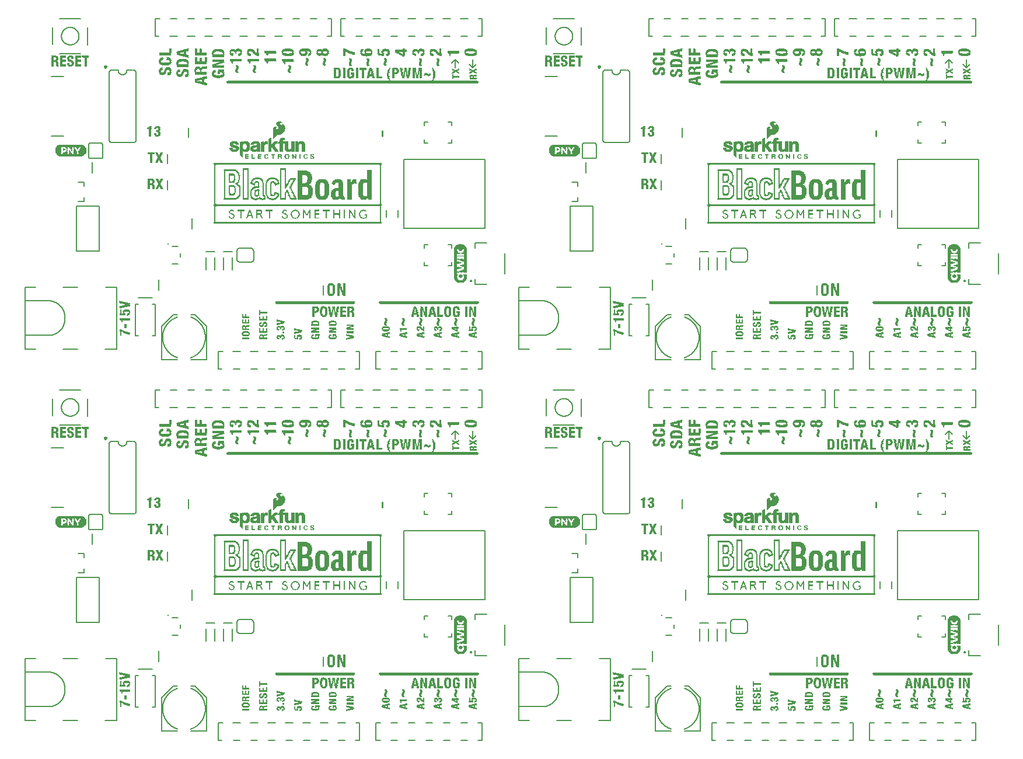
<source format=gto>
G75*
%MOIN*%
%OFA0B0*%
%FSLAX25Y25*%
%IPPOS*%
%LPD*%
%AMOC8*
5,1,8,0,0,1.08239X$1,22.5*
%
%ADD10R,0.00120X0.00126*%
%ADD11R,0.00370X0.00126*%
%ADD12R,0.00510X0.00126*%
%ADD13R,0.00630X0.00126*%
%ADD14R,0.00630X0.00125*%
%ADD15R,0.00750X0.00125*%
%ADD16R,0.01640X0.00125*%
%ADD17R,0.00760X0.00125*%
%ADD18R,0.01130X0.00125*%
%ADD19R,0.04410X0.00126*%
%ADD20R,0.00760X0.00126*%
%ADD21R,0.00880X0.00126*%
%ADD22R,0.02270X0.00126*%
%ADD23R,0.01010X0.00126*%
%ADD24R,0.02890X0.00126*%
%ADD25R,0.01760X0.00126*%
%ADD26R,0.01000X0.00126*%
%ADD27R,0.01130X0.00126*%
%ADD28R,0.03390X0.00126*%
%ADD29R,0.02260X0.00126*%
%ADD30R,0.04410X0.00126*%
%ADD31R,0.01010X0.00126*%
%ADD32R,0.01130X0.00126*%
%ADD33R,0.02270X0.00126*%
%ADD34R,0.03900X0.00126*%
%ADD35R,0.02770X0.00126*%
%ADD36R,0.01250X0.00126*%
%ADD37R,0.01260X0.00126*%
%ADD38R,0.04030X0.00126*%
%ADD39R,0.04020X0.00126*%
%ADD40R,0.03400X0.00126*%
%ADD41R,0.04410X0.00125*%
%ADD42R,0.00880X0.00125*%
%ADD43R,0.04150X0.00125*%
%ADD44R,0.03900X0.00125*%
%ADD45R,0.00750X0.00126*%
%ADD46R,0.04280X0.00126*%
%ADD47R,0.03650X0.00126*%
%ADD48R,0.00120X0.00126*%
%ADD49R,0.00130X0.00126*%
%ADD50R,0.00120X0.00126*%
%ADD51R,0.00250X0.00126*%
%ADD52R,0.00630X0.00126*%
%ADD53R,0.00500X0.00126*%
%ADD54R,0.00510X0.00126*%
%ADD55R,0.01140X0.00126*%
%ADD56R,0.01260X0.00126*%
%ADD57R,0.01250X0.00126*%
%ADD58R,0.02900X0.00126*%
%ADD59R,0.00620X0.00126*%
%ADD60R,0.00500X0.00126*%
%ADD61R,0.01640X0.00126*%
%ADD62R,0.01630X0.00126*%
%ADD63R,0.01640X0.00126*%
%ADD64R,0.00500X0.00125*%
%ADD65R,0.00620X0.00125*%
%ADD66R,0.01140X0.00125*%
%ADD67R,0.02010X0.00125*%
%ADD68R,0.02020X0.00125*%
%ADD69R,0.02130X0.00125*%
%ADD70R,0.02140X0.00125*%
%ADD71R,0.00620X0.00126*%
%ADD72R,0.01390X0.00126*%
%ADD73R,0.02510X0.00126*%
%ADD74R,0.02520X0.00126*%
%ADD75R,0.02520X0.00126*%
%ADD76R,0.00880X0.00126*%
%ADD77R,0.00750X0.00126*%
%ADD78R,0.02020X0.00126*%
%ADD79R,0.03020X0.00126*%
%ADD80R,0.03020X0.00126*%
%ADD81R,0.03010X0.00126*%
%ADD82R,0.02760X0.00126*%
%ADD83R,0.02650X0.00126*%
%ADD84R,0.03270X0.00126*%
%ADD85R,0.03270X0.00126*%
%ADD86R,0.02760X0.00125*%
%ADD87R,0.03270X0.00125*%
%ADD88R,0.03150X0.00125*%
%ADD89R,0.03140X0.00125*%
%ADD90R,0.03140X0.00125*%
%ADD91R,0.01390X0.00126*%
%ADD92R,0.02140X0.00126*%
%ADD93R,0.02640X0.00126*%
%ADD94R,0.00890X0.00126*%
%ADD95R,0.03640X0.00126*%
%ADD96R,0.03520X0.00126*%
%ADD97R,0.01890X0.00126*%
%ADD98R,0.04280X0.00126*%
%ADD99R,0.01640X0.00126*%
%ADD100R,0.02520X0.00126*%
%ADD101R,0.01000X0.00126*%
%ADD102R,0.03520X0.00126*%
%ADD103R,0.02260X0.00126*%
%ADD104R,0.00760X0.00126*%
%ADD105R,0.02390X0.00126*%
%ADD106R,0.02390X0.00126*%
%ADD107R,0.02270X0.00126*%
%ADD108R,0.02010X0.00126*%
%ADD109R,0.02140X0.00126*%
%ADD110R,0.01510X0.00126*%
%ADD111R,0.01890X0.00126*%
%ADD112R,0.02020X0.00126*%
%ADD113R,0.03020X0.00126*%
%ADD114R,0.02390X0.00126*%
%ADD115R,0.02390X0.00126*%
%ADD116R,0.01140X0.00126*%
%ADD117R,0.02900X0.00125*%
%ADD118R,0.01760X0.00125*%
%ADD119R,0.01010X0.00125*%
%ADD120R,0.01260X0.00125*%
%ADD121R,0.02390X0.00125*%
%ADD122R,0.02270X0.00125*%
%ADD123R,0.01890X0.00125*%
%ADD124R,0.03150X0.00126*%
%ADD125R,0.02020X0.00126*%
%ADD126R,0.01380X0.00126*%
%ADD127R,0.03400X0.00126*%
%ADD128R,0.01770X0.00126*%
%ADD129R,0.02270X0.00126*%
%ADD130R,0.01760X0.00126*%
%ADD131R,0.02770X0.00125*%
%ADD132R,0.03270X0.00126*%
%ADD133R,0.03270X0.00126*%
%ADD134R,0.02130X0.00126*%
%ADD135R,0.03020X0.00126*%
%ADD136R,0.03010X0.00126*%
%ADD137R,0.01000X0.00125*%
%ADD138R,0.02140X0.00125*%
%ADD139R,0.02640X0.00126*%
%ADD140R,0.02140X0.00126*%
%ADD141R,0.03140X0.00126*%
%ADD142R,0.01880X0.00126*%
%ADD143R,0.03770X0.00126*%
%ADD144R,0.01380X0.00125*%
%ADD145R,0.03270X0.00125*%
%ADD146R,0.04280X0.00125*%
%ADD147R,0.02010X0.00126*%
%ADD148R,0.01770X0.00125*%
%ADD149R,0.00510X0.00125*%
%ADD150R,0.03520X0.00126*%
%ADD151R,0.00380X0.00126*%
%ADD152R,0.03140X0.00126*%
%ADD153R,0.03900X0.00126*%
%ADD154R,0.04020X0.00126*%
%ADD155R,0.03770X0.00125*%
%ADD156R,0.01640X0.00125*%
%ADD157R,0.01250X0.00125*%
%ADD158R,0.01390X0.00125*%
%ADD159R,0.01140X0.00125*%
%ADD160R,0.02390X0.00125*%
%ADD161R,0.03140X0.00126*%
%ADD162R,0.04150X0.00126*%
%ADD163R,0.02640X0.00126*%
%ADD164R,0.01890X0.00126*%
%ADD165R,0.02640X0.00125*%
%ADD166R,0.02640X0.00126*%
%ADD167R,0.04150X0.00126*%
%ADD168R,0.02130X0.00126*%
%ADD169R,0.04270X0.00126*%
%ADD170R,0.00380X0.00125*%
%ADD171R,0.01510X0.00125*%
%ADD172R,0.01510X0.00126*%
%ADD173R,0.01390X0.00126*%
%ADD174R,0.01380X0.00126*%
%ADD175R,0.02270X0.00125*%
%ADD176R,0.01390X0.00125*%
%ADD177R,0.03650X0.00126*%
%ADD178R,0.03770X0.00126*%
%ADD179R,0.01880X0.00125*%
%ADD180R,0.05280X0.00126*%
%ADD181R,0.05540X0.00126*%
%ADD182R,0.04030X0.00126*%
%ADD183R,0.04020X0.00126*%
%ADD184R,0.05790X0.00125*%
%ADD185R,0.03020X0.00125*%
%ADD186R,0.03770X0.00125*%
%ADD187R,0.03780X0.00125*%
%ADD188R,0.05790X0.00126*%
%ADD189R,0.05790X0.00126*%
%ADD190R,0.03150X0.00126*%
%ADD191R,0.01630X0.00126*%
%ADD192R,0.02770X0.00126*%
%ADD193R,0.02890X0.00126*%
%ADD194R,0.01500X0.00126*%
%ADD195R,0.02890X0.00126*%
%ADD196R,0.03390X0.00126*%
%ADD197R,0.01500X0.00125*%
%ADD198R,0.03520X0.00125*%
%ADD199R,0.01500X0.00126*%
%ADD200R,0.01630X0.00125*%
%ADD201R,0.01880X0.00126*%
%ADD202R,0.01140X0.00126*%
%ADD203R,0.03530X0.00126*%
%ADD204R,0.03520X0.00125*%
%ADD205R,0.03530X0.00125*%
%ADD206R,0.00890X0.00125*%
%ADD207R,0.02770X0.00126*%
%ADD208R,0.03520X0.00126*%
%ADD209R,0.03780X0.00126*%
%ADD210R,0.03140X0.00126*%
%ADD211R,0.01140X0.00126*%
%ADD212R,0.03650X0.00125*%
%ADD213R,0.03390X0.00125*%
%ADD214R,0.02890X0.00126*%
%ADD215R,0.00890X0.00126*%
%ADD216R,0.03770X0.00126*%
%ADD217R,0.01770X0.00126*%
%ADD218R,0.04400X0.00126*%
%ADD219R,0.01770X0.00126*%
%ADD220R,0.04900X0.00125*%
%ADD221R,0.02890X0.00125*%
%ADD222R,0.02770X0.00125*%
%ADD223R,0.05150X0.00126*%
%ADD224R,0.05030X0.00126*%
%ADD225R,0.04660X0.00126*%
%ADD226R,0.05030X0.00125*%
%ADD227R,0.05030X0.00126*%
%ADD228R,0.04520X0.00126*%
%ADD229R,0.44410X0.00126*%
%ADD230R,0.55850X0.00126*%
%ADD231R,0.45150X0.00126*%
%ADD232R,0.56600X0.00126*%
%ADD233R,0.45410X0.00126*%
%ADD234R,0.56850X0.00126*%
%ADD235R,0.45660X0.00125*%
%ADD236R,0.56980X0.00125*%
%ADD237R,0.45660X0.00126*%
%ADD238R,0.57110X0.00126*%
%ADD239R,0.45660X0.00126*%
%ADD240R,0.57110X0.00126*%
%ADD241R,0.45530X0.00125*%
%ADD242R,0.56850X0.00125*%
%ADD243R,0.56730X0.00126*%
%ADD244R,0.44910X0.00126*%
%ADD245R,0.56230X0.00126*%
%ADD246R,0.02890X0.00125*%
%ADD247R,0.01890X0.00126*%
%ADD248R,0.02260X0.00125*%
%ADD249R,0.02140X0.00126*%
%ADD250R,0.03780X0.00126*%
%ADD251R,0.02900X0.00126*%
%ADD252R,0.04650X0.00126*%
%ADD253R,1.43150X0.00126*%
%ADD254R,0.05160X0.00126*%
%ADD255R,1.43520X0.00126*%
%ADD256R,1.43770X0.00126*%
%ADD257R,1.44020X0.00125*%
%ADD258R,0.05290X0.00126*%
%ADD259R,1.44020X0.00126*%
%ADD260R,0.05410X0.00126*%
%ADD261R,1.44020X0.00126*%
%ADD262R,1.43770X0.00126*%
%ADD263R,1.42770X0.00126*%
%ADD264R,0.05410X0.00125*%
%ADD265R,0.05160X0.00125*%
%ADD266R,0.04780X0.00126*%
%ADD267R,0.03280X0.00125*%
%ADD268R,0.04650X0.00126*%
%ADD269R,0.03280X0.00126*%
%ADD270R,0.05660X0.00126*%
%ADD271R,0.06040X0.00126*%
%ADD272R,0.01390X0.00126*%
%ADD273R,0.06170X0.00125*%
%ADD274R,0.06410X0.00126*%
%ADD275R,0.06670X0.00126*%
%ADD276R,0.06790X0.00126*%
%ADD277R,0.00250X0.00126*%
%ADD278R,0.06790X0.00126*%
%ADD279R,0.00120X0.00126*%
%ADD280R,0.00130X0.00126*%
%ADD281R,0.06790X0.00125*%
%ADD282R,0.01890X0.00125*%
%ADD283R,0.00890X0.00125*%
%ADD284R,0.00250X0.00125*%
%ADD285R,0.00130X0.00125*%
%ADD286R,0.03390X0.00126*%
%ADD287R,0.03400X0.00125*%
%ADD288R,0.03390X0.00125*%
%ADD289R,0.06540X0.00126*%
%ADD290R,0.03280X0.00126*%
%ADD291R,0.02760X0.00126*%
%ADD292R,0.06170X0.00126*%
%ADD293R,0.06160X0.00126*%
%ADD294R,0.06290X0.00126*%
%ADD295R,0.02510X0.00125*%
%ADD296R,0.06410X0.00125*%
%ADD297R,0.06290X0.00125*%
%ADD298R,0.06540X0.00125*%
%ADD299R,0.06660X0.00126*%
%ADD300R,0.06420X0.00126*%
%ADD301R,0.06800X0.00126*%
%ADD302R,0.06800X0.00126*%
%ADD303R,0.06800X0.00125*%
%ADD304R,0.00370X0.00126*%
%ADD305R,0.03020X0.00125*%
%ADD306R,0.04530X0.00126*%
%ADD307R,0.04910X0.00126*%
%ADD308R,0.02510X0.00126*%
%ADD309R,0.03390X0.00126*%
%ADD310R,0.05290X0.00126*%
%ADD311R,0.03640X0.00126*%
%ADD312R,0.05780X0.00126*%
%ADD313R,0.06030X0.00125*%
%ADD314R,0.03640X0.00125*%
%ADD315R,0.06040X0.00125*%
%ADD316R,0.06170X0.00126*%
%ADD317R,0.06410X0.00126*%
%ADD318R,0.06290X0.00126*%
%ADD319R,0.03640X0.00126*%
%ADD320R,0.06670X0.00126*%
%ADD321R,0.02520X0.00125*%
%ADD322R,0.02020X0.00125*%
%ADD323R,0.01640X0.00126*%
%ADD324R,0.06540X0.00126*%
%ADD325R,0.06420X0.00125*%
%ADD326R,0.06670X0.00125*%
%ADD327R,0.05780X0.00126*%
%ADD328R,0.06420X0.00126*%
%ADD329R,0.03530X0.00126*%
%ADD330R,0.05540X0.00126*%
%ADD331R,0.06040X0.00126*%
%ADD332R,0.05920X0.00126*%
%ADD333R,0.03890X0.00126*%
%ADD334R,0.04660X0.00125*%
%ADD335R,0.05780X0.00125*%
%ADD336R,0.05400X0.00126*%
%ADD337R,0.05530X0.00126*%
%ADD338R,0.05040X0.00126*%
%ADD339R,0.05160X0.00126*%
%ADD340C,0.00800*%
%ADD341R,0.02020X0.00126*%
%ADD342R,0.02650X0.00125*%
%ADD343R,0.02650X0.00126*%
%ADD344R,0.04780X0.00126*%
%ADD345R,0.05660X0.00126*%
%ADD346R,0.06670X0.00126*%
%ADD347R,0.06280X0.00126*%
%ADD348R,0.06160X0.00125*%
%ADD349R,0.04650X0.00125*%
%ADD350R,0.05150X0.00125*%
%ADD351R,0.05280X0.00125*%
%ADD352R,0.04910X0.00126*%
%ADD353R,0.02000X0.00166*%
%ADD354R,0.01660X0.00166*%
%ADD355R,0.01340X0.00166*%
%ADD356R,0.00330X0.00166*%
%ADD357R,0.00500X0.00166*%
%ADD358R,0.01330X0.00166*%
%ADD359R,0.00340X0.00166*%
%ADD360R,0.02000X0.00167*%
%ADD361R,0.01660X0.00167*%
%ADD362R,0.00500X0.00167*%
%ADD363R,0.01670X0.00167*%
%ADD364R,0.00670X0.00167*%
%ADD365R,0.01830X0.00167*%
%ADD366R,0.00830X0.00167*%
%ADD367R,0.00660X0.00167*%
%ADD368R,0.00670X0.00166*%
%ADD369R,0.00660X0.00166*%
%ADD370R,0.00830X0.00166*%
%ADD371R,0.00330X0.00167*%
%ADD372R,0.01000X0.00167*%
%ADD373R,0.01000X0.00166*%
%ADD374R,0.01840X0.00167*%
%ADD375R,0.01330X0.00167*%
%ADD376R,0.01500X0.00167*%
%ADD377R,0.01160X0.00167*%
%ADD378R,0.02170X0.00167*%
%ADD379R,0.00840X0.00167*%
%ADD380R,0.02330X0.00167*%
%ADD381R,0.01840X0.00166*%
%ADD382R,0.01830X0.00166*%
%ADD383R,0.01170X0.00166*%
%ADD384R,0.02160X0.00166*%
%ADD385R,0.01500X0.00166*%
%ADD386R,0.01160X0.00166*%
%ADD387R,0.03010X0.00125*%
%ADD388R,0.03770X0.00126*%
%ADD389C,0.00500*%
%ADD390C,0.00300*%
%ADD391C,0.00700*%
%ADD392C,0.01000*%
%ADD393R,0.95669X0.00236*%
%ADD394R,0.01181X0.00236*%
%ADD395R,0.00945X0.00236*%
%ADD396R,0.03307X0.00236*%
%ADD397R,0.05433X0.00236*%
%ADD398R,0.06614X0.00236*%
%ADD399R,0.07087X0.00236*%
%ADD400R,0.00709X0.00236*%
%ADD401R,0.02362X0.00236*%
%ADD402R,0.07559X0.00236*%
%ADD403R,0.01890X0.00236*%
%ADD404R,0.05197X0.00236*%
%ADD405R,0.01417X0.00236*%
%ADD406R,0.05906X0.00236*%
%ADD407R,0.06850X0.00236*%
%ADD408R,0.07323X0.00236*%
%ADD409R,0.02598X0.00236*%
%ADD410R,0.03071X0.00236*%
%ADD411R,0.07795X0.00236*%
%ADD412R,0.02835X0.00236*%
%ADD413R,0.03780X0.00236*%
%ADD414R,0.04724X0.00236*%
%ADD415R,0.04488X0.00236*%
%ADD416R,0.03543X0.00236*%
%ADD417R,0.01654X0.00236*%
%ADD418R,0.02126X0.00236*%
%ADD419R,0.04252X0.00236*%
%ADD420R,0.05669X0.00236*%
%ADD421R,0.06378X0.00236*%
%ADD422R,0.00472X0.00236*%
%ADD423R,0.08031X0.00236*%
%ADD424R,0.04016X0.00236*%
%ADD425R,0.06142X0.00236*%
%ADD426R,0.08504X0.00236*%
%ADD427R,0.08268X0.00236*%
%ADD428R,0.04961X0.00236*%
%ADD429C,0.01000*%
%ADD430R,0.00079X0.15906*%
%ADD431R,0.00079X0.16772*%
%ADD432R,0.00079X0.17244*%
%ADD433R,0.00079X0.17717*%
%ADD434R,0.00079X0.18031*%
%ADD435R,0.00079X0.18346*%
%ADD436R,0.00079X0.18661*%
%ADD437R,0.00079X0.18898*%
%ADD438R,0.00079X0.19134*%
%ADD439R,0.00079X0.19370*%
%ADD440R,0.00079X0.19528*%
%ADD441R,0.00079X0.19764*%
%ADD442R,0.00079X0.19921*%
%ADD443R,0.00079X0.20079*%
%ADD444R,0.00079X0.20236*%
%ADD445R,0.00079X0.20394*%
%ADD446R,0.00079X0.20551*%
%ADD447R,0.00079X0.20630*%
%ADD448R,0.00079X0.20709*%
%ADD449R,0.00079X0.20866*%
%ADD450R,0.00079X0.02362*%
%ADD451R,0.00079X0.00787*%
%ADD452R,0.00079X0.00197*%
%ADD453R,0.00079X0.01654*%
%ADD454R,0.00079X0.00157*%
%ADD455R,0.00079X0.00315*%
%ADD456R,0.00079X0.01890*%
%ADD457R,0.00079X0.02205*%
%ADD458R,0.00079X0.00630*%
%ADD459R,0.00079X0.00276*%
%ADD460R,0.00079X0.00236*%
%ADD461R,0.00079X0.01575*%
%ADD462R,0.00079X0.02283*%
%ADD463R,0.00079X0.02047*%
%ADD464R,0.00079X0.00472*%
%ADD465R,0.00079X0.01496*%
%ADD466R,0.00079X0.01417*%
%ADD467R,0.00079X0.01969*%
%ADD468R,0.00079X0.01260*%
%ADD469R,0.00079X0.00354*%
%ADD470R,0.00079X0.01102*%
%ADD471R,0.00079X0.02441*%
%ADD472R,0.00039X0.01890*%
%ADD473R,0.00039X0.00157*%
%ADD474R,0.00039X0.00354*%
%ADD475R,0.00039X0.01496*%
%ADD476R,0.00039X0.01417*%
%ADD477R,0.00039X0.00315*%
%ADD478R,0.00039X0.01024*%
%ADD479R,0.00039X0.02441*%
%ADD480R,0.00079X0.01811*%
%ADD481R,0.00079X0.00079*%
%ADD482R,0.00079X0.00433*%
%ADD483R,0.00079X0.01339*%
%ADD484R,0.00079X0.00945*%
%ADD485R,0.00079X0.02520*%
%ADD486R,0.00079X0.00394*%
%ADD487R,0.00079X0.00866*%
%ADD488R,0.00079X0.01732*%
%ADD489R,0.00079X0.02598*%
%ADD490R,0.00079X0.00512*%
%ADD491R,0.00079X0.01181*%
%ADD492R,0.00079X0.00709*%
%ADD493R,0.00079X0.02677*%
%ADD494R,0.00079X0.00591*%
%ADD495R,0.00079X0.00551*%
%ADD496R,0.00079X0.01024*%
%ADD497R,0.00079X0.02717*%
%ADD498R,0.00079X0.03110*%
%ADD499R,0.00079X0.00669*%
%ADD500R,0.00079X0.03307*%
%ADD501R,0.00079X0.03386*%
%ADD502R,0.00079X0.03543*%
%ADD503R,0.00079X0.01457*%
%ADD504R,0.00079X0.00748*%
%ADD505R,0.00079X0.03622*%
%ADD506R,0.00079X0.01614*%
%ADD507R,0.00079X0.00827*%
%ADD508R,0.00079X0.03701*%
%ADD509R,0.00079X0.01693*%
%ADD510R,0.00079X0.03780*%
%ADD511R,0.00079X0.01772*%
%ADD512R,0.00079X0.00906*%
%ADD513R,0.00079X0.00984*%
%ADD514R,0.00079X0.01063*%
%ADD515R,0.00079X0.01142*%
%ADD516R,0.00079X0.01220*%
%ADD517R,0.00079X0.03465*%
%ADD518R,0.00079X0.01299*%
%ADD519R,0.00079X0.01378*%
%ADD520R,0.00079X0.03189*%
%ADD521R,0.00039X0.01732*%
%ADD522R,0.00039X0.01535*%
%ADD523R,0.00039X0.01220*%
%ADD524R,0.00039X0.01457*%
%ADD525R,0.00039X0.00787*%
%ADD526R,0.00039X0.02520*%
%ADD527R,0.00079X0.01535*%
%ADD528R,0.00079X0.12677*%
%ADD529R,0.00079X0.03976*%
%ADD530R,0.00079X0.15394*%
%ADD531R,0.00079X0.03898*%
%ADD532R,0.00079X0.15315*%
%ADD533R,0.00079X0.15236*%
%ADD534R,0.00079X0.03819*%
%ADD535R,0.00079X0.15157*%
%ADD536R,0.00079X0.03740*%
%ADD537R,0.00079X0.15079*%
%ADD538R,0.00079X0.03661*%
%ADD539R,0.00079X0.15000*%
%ADD540R,0.00079X0.03583*%
%ADD541R,0.00079X0.03504*%
%ADD542R,0.00079X0.14843*%
%ADD543R,0.00079X0.03346*%
%ADD544R,0.00079X0.14764*%
%ADD545R,0.00079X0.03268*%
%ADD546R,0.00079X0.14685*%
%ADD547R,0.00079X0.14528*%
%ADD548R,0.00079X0.03031*%
%ADD549R,0.00079X0.14449*%
%ADD550R,0.00079X0.02953*%
%ADD551R,0.00079X0.14291*%
%ADD552R,0.00079X0.02795*%
%ADD553R,0.00079X0.14213*%
%ADD554R,0.00079X0.02638*%
%ADD555R,0.00079X0.14055*%
%ADD556R,0.00079X0.02402*%
%ADD557R,0.00079X0.13819*%
%ADD558R,0.00079X0.02244*%
%ADD559R,0.00079X0.13583*%
%ADD560R,0.00079X0.01929*%
%ADD561R,0.00079X0.13268*%
%ADD562R,0.00079X0.12874*%
%ADD563R,0.13071X0.00157*%
%ADD564R,0.14016X0.00157*%
%ADD565R,0.14646X0.00157*%
%ADD566R,0.15276X0.00157*%
%ADD567R,0.15591X0.00157*%
%ADD568R,0.15906X0.00157*%
%ADD569R,0.16220X0.00157*%
%ADD570R,0.10709X0.00157*%
%ADD571R,0.02205X0.00157*%
%ADD572R,0.02992X0.00157*%
%ADD573R,0.01260X0.00157*%
%ADD574R,0.01732X0.00157*%
%ADD575R,0.00630X0.00157*%
%ADD576R,0.01890X0.00157*%
%ADD577R,0.02835X0.00157*%
%ADD578R,0.00945X0.00157*%
%ADD579R,0.01575X0.00157*%
%ADD580R,0.00315X0.00157*%
%ADD581R,0.00787X0.00157*%
%ADD582R,0.01417X0.00157*%
%ADD583R,0.03150X0.00157*%
%ADD584R,0.00472X0.00157*%
%ADD585R,0.01102X0.00157*%
%ADD586R,0.03307X0.00157*%
%ADD587R,0.03465X0.00157*%
%ADD588R,0.03622X0.00157*%
%ADD589R,0.03780X0.00157*%
%ADD590R,0.03937X0.00157*%
%ADD591R,0.04094X0.00157*%
%ADD592R,0.04252X0.00157*%
%ADD593R,0.00157X0.00157*%
%ADD594R,0.04409X0.00157*%
%ADD595R,0.04567X0.00157*%
%ADD596R,0.02520X0.00157*%
%ADD597R,0.02677X0.00157*%
%ADD598R,0.02047X0.00157*%
%ADD599C,0.00600*%
%ADD600R,0.01575X0.00394*%
%ADD601R,0.00394X0.00394*%
%ADD602R,0.02362X0.00394*%
%ADD603R,0.01969X0.00394*%
%ADD604R,0.00787X0.00394*%
%ADD605R,0.02756X0.00394*%
%ADD606R,0.03150X0.00394*%
%ADD607R,0.03543X0.00394*%
%ADD608R,0.03937X0.00394*%
%ADD609R,0.04331X0.00394*%
%ADD610R,0.04724X0.00394*%
%ADD611R,0.05512X0.00394*%
%ADD612R,0.05118X0.00394*%
%ADD613R,0.05906X0.00394*%
%ADD614R,0.06299X0.00394*%
%ADD615R,0.10630X0.00394*%
%ADD616R,0.07087X0.00394*%
%ADD617R,0.11024X0.00394*%
%ADD618R,0.07480X0.00394*%
%ADD619R,0.08268X0.00394*%
%ADD620R,0.09055X0.00394*%
%ADD621R,0.06693X0.00394*%
%ADD622R,0.09843X0.00394*%
%ADD623R,0.01181X0.00394*%
D10*
X0282800Y0181500D03*
X0330600Y0333450D03*
X0282800Y0393500D03*
X0330600Y0545450D03*
X0564800Y0393500D03*
X0612600Y0333450D03*
X0564800Y0181500D03*
X0612600Y0545450D03*
D11*
X0612475Y0545198D03*
X0576375Y0555387D03*
X0518135Y0403563D03*
X0528325Y0393626D03*
X0576375Y0343387D03*
X0612475Y0333198D03*
X0518135Y0191563D03*
X0528325Y0181626D03*
X0330475Y0333198D03*
X0294375Y0343387D03*
X0246325Y0393626D03*
X0236135Y0403563D03*
X0330475Y0545198D03*
X0294375Y0555387D03*
X0236135Y0191563D03*
X0246325Y0181626D03*
D12*
X0246135Y0189299D03*
X0254815Y0182506D03*
X0256325Y0181626D03*
X0273055Y0190431D03*
X0335065Y0187538D03*
X0335065Y0187412D03*
X0343495Y0333701D03*
X0335065Y0342003D03*
X0325065Y0342003D03*
X0295065Y0342003D03*
X0285065Y0342003D03*
X0261355Y0343638D03*
X0256325Y0393626D03*
X0254815Y0394506D03*
X0246135Y0401299D03*
X0273055Y0402431D03*
X0335065Y0399538D03*
X0335065Y0399412D03*
X0474336Y0347606D03*
X0536815Y0394506D03*
X0538325Y0393626D03*
X0528135Y0401299D03*
X0555055Y0402431D03*
X0617065Y0399538D03*
X0617065Y0399412D03*
X0617065Y0342003D03*
X0607065Y0342003D03*
X0625495Y0333701D03*
X0577065Y0342003D03*
X0567065Y0342003D03*
X0543355Y0343638D03*
X0555055Y0190431D03*
X0538325Y0181626D03*
X0536815Y0182506D03*
X0528135Y0189299D03*
X0617065Y0187538D03*
X0617065Y0187412D03*
X0192336Y0347606D03*
X0343495Y0545701D03*
X0335065Y0554003D03*
X0325065Y0554003D03*
X0295065Y0554003D03*
X0285065Y0554003D03*
X0261355Y0555638D03*
X0192336Y0559606D03*
X0474336Y0559606D03*
X0543355Y0555638D03*
X0567065Y0554003D03*
X0577065Y0554003D03*
X0607065Y0554003D03*
X0617065Y0554003D03*
X0625495Y0545701D03*
D13*
X0625555Y0544695D03*
X0625555Y0544569D03*
X0625555Y0544192D03*
X0625555Y0544066D03*
X0625555Y0543060D03*
X0625555Y0542934D03*
X0625555Y0542808D03*
X0625555Y0542431D03*
X0628825Y0545701D03*
X0625555Y0547840D03*
X0635495Y0547840D03*
X0638765Y0545701D03*
X0637125Y0543563D03*
X0637125Y0543437D03*
X0637125Y0542934D03*
X0635495Y0542934D03*
X0609585Y0544569D03*
X0587065Y0559538D03*
X0515365Y0409978D03*
X0515365Y0409852D03*
X0515365Y0409601D03*
X0515365Y0408217D03*
X0515365Y0408091D03*
X0515365Y0407840D03*
X0515365Y0407588D03*
X0515365Y0406456D03*
X0515365Y0406330D03*
X0515365Y0405953D03*
X0515365Y0405827D03*
X0515365Y0405701D03*
X0515365Y0405324D03*
X0517125Y0405324D03*
X0517125Y0405701D03*
X0517125Y0405827D03*
X0517125Y0405953D03*
X0517125Y0406330D03*
X0517125Y0406456D03*
X0515365Y0402431D03*
X0515245Y0402305D03*
X0515245Y0401928D03*
X0515365Y0401802D03*
X0515365Y0399915D03*
X0515365Y0399538D03*
X0515365Y0399412D03*
X0515365Y0399160D03*
X0515365Y0398909D03*
X0515365Y0398783D03*
X0515365Y0398406D03*
X0517125Y0398406D03*
X0517125Y0398783D03*
X0517125Y0398909D03*
X0517125Y0399160D03*
X0517125Y0399412D03*
X0517125Y0399538D03*
X0519145Y0401802D03*
X0519145Y0401928D03*
X0519145Y0402305D03*
X0519145Y0402431D03*
X0519145Y0396519D03*
X0517255Y0395387D03*
X0517255Y0395135D03*
X0517255Y0394884D03*
X0517255Y0394758D03*
X0515365Y0394758D03*
X0515365Y0394884D03*
X0515365Y0395135D03*
X0515365Y0395387D03*
X0509116Y0396587D03*
X0509116Y0396713D03*
X0509116Y0397090D03*
X0505466Y0397090D03*
X0505336Y0396713D03*
X0505466Y0399983D03*
X0505466Y0400109D03*
X0505466Y0400235D03*
X0505466Y0400612D03*
X0505466Y0403505D03*
X0505466Y0403631D03*
X0505466Y0404008D03*
X0505466Y0404134D03*
X0505466Y0404260D03*
X0505466Y0404637D03*
X0505466Y0404763D03*
X0507226Y0404763D03*
X0507226Y0404637D03*
X0507226Y0404260D03*
X0507226Y0404134D03*
X0507226Y0404008D03*
X0507226Y0403631D03*
X0507226Y0403505D03*
X0508986Y0403505D03*
X0508986Y0403631D03*
X0508986Y0404008D03*
X0508986Y0404134D03*
X0508986Y0404260D03*
X0508986Y0404637D03*
X0508986Y0404763D03*
X0507226Y0406901D03*
X0507226Y0407027D03*
X0507226Y0407153D03*
X0507226Y0407530D03*
X0507226Y0407656D03*
X0507226Y0407908D03*
X0505466Y0407908D03*
X0505466Y0407656D03*
X0505466Y0407530D03*
X0505466Y0407153D03*
X0505466Y0407027D03*
X0505466Y0406901D03*
X0525305Y0400167D03*
X0525305Y0395135D03*
X0525305Y0394758D03*
X0525435Y0394506D03*
X0529075Y0394506D03*
X0535365Y0394506D03*
X0535365Y0394758D03*
X0535365Y0394884D03*
X0535365Y0395135D03*
X0535365Y0395387D03*
X0535365Y0395638D03*
X0535365Y0395890D03*
X0535365Y0396016D03*
X0536755Y0395135D03*
X0539015Y0395135D03*
X0545055Y0395135D03*
X0545055Y0395387D03*
X0547195Y0395387D03*
X0547195Y0395638D03*
X0548955Y0395387D03*
X0548955Y0395135D03*
X0554995Y0395135D03*
X0554995Y0395387D03*
X0557125Y0395387D03*
X0557125Y0395638D03*
X0555115Y0402305D03*
X0555115Y0402808D03*
X0555115Y0402934D03*
X0555115Y0403060D03*
X0558765Y0403060D03*
X0558765Y0402934D03*
X0548955Y0402808D03*
X0548825Y0402934D03*
X0548825Y0403060D03*
X0548955Y0402431D03*
X0548955Y0402305D03*
X0545175Y0402305D03*
X0545175Y0402431D03*
X0545175Y0402808D03*
X0545175Y0402934D03*
X0545175Y0403060D03*
X0565055Y0393626D03*
X0585435Y0399412D03*
X0585435Y0399915D03*
X0589205Y0399915D03*
X0589205Y0399412D03*
X0589075Y0397651D03*
X0588195Y0396519D03*
X0588195Y0396267D03*
X0588195Y0396016D03*
X0588195Y0395890D03*
X0595995Y0398280D03*
X0595995Y0398406D03*
X0595995Y0398783D03*
X0598135Y0396519D03*
X0598135Y0396267D03*
X0598135Y0396016D03*
X0598135Y0395890D03*
X0599015Y0397651D03*
X0605305Y0399538D03*
X0605305Y0400041D03*
X0606185Y0401047D03*
X0608955Y0401047D03*
X0608955Y0400670D03*
X0608955Y0400544D03*
X0608955Y0400167D03*
X0608955Y0400041D03*
X0608955Y0399915D03*
X0608955Y0399538D03*
X0608955Y0397651D03*
X0615245Y0399412D03*
X0615245Y0400041D03*
X0619015Y0400041D03*
X0619015Y0399915D03*
X0619015Y0399538D03*
X0619015Y0399412D03*
X0627945Y0399412D03*
X0627945Y0399538D03*
X0627945Y0399160D03*
X0628825Y0397651D03*
X0627945Y0401047D03*
X0635115Y0400670D03*
X0635115Y0400544D03*
X0635115Y0400167D03*
X0635115Y0400041D03*
X0635115Y0399915D03*
X0635115Y0399538D03*
X0635115Y0399412D03*
X0638765Y0397651D03*
X0587065Y0347538D03*
X0609585Y0332569D03*
X0625555Y0332569D03*
X0625555Y0332695D03*
X0625555Y0332192D03*
X0625555Y0332066D03*
X0625555Y0331060D03*
X0625555Y0330934D03*
X0625555Y0330808D03*
X0625555Y0330431D03*
X0628825Y0333701D03*
X0625555Y0335840D03*
X0635495Y0335840D03*
X0638765Y0333701D03*
X0637125Y0331563D03*
X0637125Y0331437D03*
X0637125Y0330934D03*
X0635495Y0330934D03*
X0515365Y0197978D03*
X0515365Y0197852D03*
X0515365Y0197601D03*
X0515365Y0196217D03*
X0515365Y0196091D03*
X0515365Y0195840D03*
X0515365Y0195588D03*
X0515365Y0194456D03*
X0515365Y0194330D03*
X0515365Y0193953D03*
X0515365Y0193827D03*
X0515365Y0193701D03*
X0515365Y0193324D03*
X0517125Y0193324D03*
X0517125Y0193701D03*
X0517125Y0193827D03*
X0517125Y0193953D03*
X0517125Y0194330D03*
X0517125Y0194456D03*
X0515365Y0190431D03*
X0515245Y0190305D03*
X0515245Y0189928D03*
X0515365Y0189802D03*
X0515365Y0187915D03*
X0515365Y0187538D03*
X0515365Y0187412D03*
X0515365Y0187160D03*
X0515365Y0186909D03*
X0515365Y0186783D03*
X0515365Y0186406D03*
X0517125Y0186406D03*
X0517125Y0186783D03*
X0517125Y0186909D03*
X0517125Y0187160D03*
X0517125Y0187412D03*
X0517125Y0187538D03*
X0519145Y0189802D03*
X0519145Y0189928D03*
X0519145Y0190305D03*
X0519145Y0190431D03*
X0519145Y0184519D03*
X0517255Y0183387D03*
X0517255Y0183135D03*
X0517255Y0182884D03*
X0517255Y0182758D03*
X0515365Y0182758D03*
X0515365Y0182884D03*
X0515365Y0183135D03*
X0515365Y0183387D03*
X0509116Y0184587D03*
X0509116Y0184713D03*
X0509116Y0185090D03*
X0505466Y0185090D03*
X0505336Y0184713D03*
X0505466Y0187983D03*
X0505466Y0188109D03*
X0505466Y0188235D03*
X0505466Y0188612D03*
X0505466Y0191505D03*
X0505466Y0191631D03*
X0505466Y0192008D03*
X0505466Y0192134D03*
X0505466Y0192260D03*
X0505466Y0192637D03*
X0505466Y0192763D03*
X0507226Y0192763D03*
X0507226Y0192637D03*
X0507226Y0192260D03*
X0507226Y0192134D03*
X0507226Y0192008D03*
X0507226Y0191631D03*
X0507226Y0191505D03*
X0508986Y0191505D03*
X0508986Y0191631D03*
X0508986Y0192008D03*
X0508986Y0192134D03*
X0508986Y0192260D03*
X0508986Y0192637D03*
X0508986Y0192763D03*
X0507226Y0194901D03*
X0507226Y0195027D03*
X0507226Y0195153D03*
X0507226Y0195530D03*
X0507226Y0195656D03*
X0507226Y0195908D03*
X0505466Y0195908D03*
X0505466Y0195656D03*
X0505466Y0195530D03*
X0505466Y0195153D03*
X0505466Y0195027D03*
X0505466Y0194901D03*
X0525305Y0188167D03*
X0525305Y0183135D03*
X0525305Y0182758D03*
X0525435Y0182506D03*
X0529075Y0182506D03*
X0535365Y0182506D03*
X0535365Y0182758D03*
X0535365Y0182884D03*
X0535365Y0183135D03*
X0535365Y0183387D03*
X0535365Y0183638D03*
X0535365Y0183890D03*
X0535365Y0184016D03*
X0536755Y0183135D03*
X0539015Y0183135D03*
X0545055Y0183135D03*
X0545055Y0183387D03*
X0547195Y0183387D03*
X0547195Y0183638D03*
X0548955Y0183387D03*
X0548955Y0183135D03*
X0554995Y0183135D03*
X0554995Y0183387D03*
X0557125Y0183387D03*
X0557125Y0183638D03*
X0555115Y0190305D03*
X0555115Y0190808D03*
X0555115Y0190934D03*
X0555115Y0191060D03*
X0558765Y0191060D03*
X0558765Y0190934D03*
X0548955Y0190808D03*
X0548825Y0190934D03*
X0548825Y0191060D03*
X0548955Y0190431D03*
X0548955Y0190305D03*
X0545175Y0190305D03*
X0545175Y0190431D03*
X0545175Y0190808D03*
X0545175Y0190934D03*
X0545175Y0191060D03*
X0565055Y0181626D03*
X0585435Y0187412D03*
X0585435Y0187915D03*
X0589205Y0187915D03*
X0589205Y0187412D03*
X0589075Y0185651D03*
X0588195Y0184519D03*
X0588195Y0184267D03*
X0588195Y0184016D03*
X0588195Y0183890D03*
X0595995Y0186280D03*
X0595995Y0186406D03*
X0595995Y0186783D03*
X0598135Y0184519D03*
X0598135Y0184267D03*
X0598135Y0184016D03*
X0598135Y0183890D03*
X0599015Y0185651D03*
X0605305Y0187538D03*
X0605305Y0188041D03*
X0606185Y0189047D03*
X0608955Y0189047D03*
X0608955Y0188670D03*
X0608955Y0188544D03*
X0608955Y0188167D03*
X0608955Y0188041D03*
X0608955Y0187915D03*
X0608955Y0187538D03*
X0608955Y0185651D03*
X0615245Y0187412D03*
X0615245Y0188041D03*
X0619015Y0188041D03*
X0619015Y0187915D03*
X0619015Y0187538D03*
X0619015Y0187412D03*
X0627945Y0187412D03*
X0627945Y0187538D03*
X0627945Y0187160D03*
X0628825Y0185651D03*
X0627945Y0189047D03*
X0635115Y0188670D03*
X0635115Y0188544D03*
X0635115Y0188167D03*
X0635115Y0188041D03*
X0635115Y0187915D03*
X0635115Y0187538D03*
X0635115Y0187412D03*
X0638765Y0185651D03*
X0437625Y0196840D03*
X0437625Y0197091D03*
X0356765Y0185651D03*
X0353115Y0187412D03*
X0353115Y0187538D03*
X0353115Y0187915D03*
X0353115Y0188041D03*
X0353115Y0188167D03*
X0353115Y0188544D03*
X0353115Y0188670D03*
X0346825Y0185651D03*
X0345945Y0187160D03*
X0345945Y0187412D03*
X0345945Y0187538D03*
X0345945Y0189047D03*
X0337015Y0188041D03*
X0337015Y0187915D03*
X0337015Y0187538D03*
X0337015Y0187412D03*
X0333245Y0187412D03*
X0333245Y0188041D03*
X0326955Y0188041D03*
X0326955Y0188167D03*
X0326955Y0187915D03*
X0326955Y0187538D03*
X0326955Y0188544D03*
X0326955Y0188670D03*
X0326955Y0189047D03*
X0324185Y0189047D03*
X0323305Y0188041D03*
X0323305Y0187538D03*
X0326955Y0185651D03*
X0317015Y0185651D03*
X0316135Y0184519D03*
X0316135Y0184267D03*
X0316135Y0184016D03*
X0316135Y0183890D03*
X0313995Y0186280D03*
X0313995Y0186406D03*
X0313995Y0186783D03*
X0307205Y0187412D03*
X0307205Y0187915D03*
X0307075Y0185651D03*
X0306195Y0184519D03*
X0306195Y0184267D03*
X0306195Y0184016D03*
X0306195Y0183890D03*
X0303435Y0187412D03*
X0303435Y0187915D03*
X0283055Y0181626D03*
X0275125Y0183387D03*
X0275125Y0183638D03*
X0272995Y0183387D03*
X0272995Y0183135D03*
X0266955Y0183135D03*
X0266955Y0183387D03*
X0265195Y0183387D03*
X0265195Y0183638D03*
X0263055Y0183387D03*
X0263055Y0183135D03*
X0257015Y0183135D03*
X0254755Y0183135D03*
X0253365Y0183135D03*
X0253365Y0182884D03*
X0253365Y0182758D03*
X0253365Y0182506D03*
X0253365Y0183387D03*
X0253365Y0183638D03*
X0253365Y0183890D03*
X0253365Y0184016D03*
X0247075Y0182506D03*
X0243435Y0182506D03*
X0243305Y0182758D03*
X0243305Y0183135D03*
X0243305Y0188167D03*
X0237145Y0189802D03*
X0237145Y0189928D03*
X0237145Y0190305D03*
X0237145Y0190431D03*
X0235125Y0193324D03*
X0235125Y0193701D03*
X0235125Y0193827D03*
X0235125Y0193953D03*
X0235125Y0194330D03*
X0235125Y0194456D03*
X0233365Y0194456D03*
X0233365Y0194330D03*
X0233365Y0193953D03*
X0233365Y0193827D03*
X0233365Y0193701D03*
X0233365Y0193324D03*
X0233365Y0195588D03*
X0233365Y0195840D03*
X0233365Y0196091D03*
X0233365Y0196217D03*
X0233365Y0197601D03*
X0233365Y0197852D03*
X0233365Y0197978D03*
X0233365Y0190431D03*
X0233245Y0190305D03*
X0233245Y0189928D03*
X0233365Y0189802D03*
X0233365Y0187915D03*
X0233365Y0187538D03*
X0233365Y0187412D03*
X0233365Y0187160D03*
X0233365Y0186909D03*
X0233365Y0186783D03*
X0233365Y0186406D03*
X0235125Y0186406D03*
X0235125Y0186783D03*
X0235125Y0186909D03*
X0235125Y0187160D03*
X0235125Y0187412D03*
X0235125Y0187538D03*
X0237145Y0184519D03*
X0235255Y0183387D03*
X0235255Y0183135D03*
X0235255Y0182884D03*
X0235255Y0182758D03*
X0233365Y0182758D03*
X0233365Y0182884D03*
X0233365Y0183135D03*
X0233365Y0183387D03*
X0227116Y0184587D03*
X0227116Y0184713D03*
X0227116Y0185090D03*
X0223466Y0185090D03*
X0223336Y0184713D03*
X0223466Y0187983D03*
X0223466Y0188109D03*
X0223466Y0188235D03*
X0223466Y0188612D03*
X0223466Y0191505D03*
X0223466Y0191631D03*
X0223466Y0192008D03*
X0223466Y0192134D03*
X0223466Y0192260D03*
X0223466Y0192637D03*
X0223466Y0192763D03*
X0225226Y0192763D03*
X0225226Y0192637D03*
X0225226Y0192260D03*
X0225226Y0192134D03*
X0225226Y0192008D03*
X0225226Y0191631D03*
X0225226Y0191505D03*
X0226986Y0191505D03*
X0226986Y0191631D03*
X0226986Y0192008D03*
X0226986Y0192134D03*
X0226986Y0192260D03*
X0226986Y0192637D03*
X0226986Y0192763D03*
X0225226Y0194901D03*
X0225226Y0195027D03*
X0225226Y0195153D03*
X0225226Y0195530D03*
X0225226Y0195656D03*
X0225226Y0195908D03*
X0223466Y0195908D03*
X0223466Y0195656D03*
X0223466Y0195530D03*
X0223466Y0195153D03*
X0223466Y0195027D03*
X0223466Y0194901D03*
X0263175Y0191060D03*
X0263175Y0190934D03*
X0263175Y0190808D03*
X0263175Y0190431D03*
X0263175Y0190305D03*
X0266825Y0190934D03*
X0266825Y0191060D03*
X0266955Y0190808D03*
X0266955Y0190431D03*
X0266955Y0190305D03*
X0273115Y0190305D03*
X0273115Y0190808D03*
X0273115Y0190934D03*
X0273115Y0191060D03*
X0276765Y0191060D03*
X0276765Y0190934D03*
X0155625Y0196840D03*
X0155625Y0197091D03*
X0327585Y0332569D03*
X0343555Y0332569D03*
X0343555Y0332695D03*
X0343555Y0332192D03*
X0343555Y0332066D03*
X0343555Y0331060D03*
X0343555Y0330934D03*
X0343555Y0330808D03*
X0343555Y0330431D03*
X0346825Y0333701D03*
X0343555Y0335840D03*
X0353495Y0335840D03*
X0356765Y0333701D03*
X0355125Y0331563D03*
X0355125Y0331437D03*
X0355125Y0330934D03*
X0353495Y0330934D03*
X0305065Y0347538D03*
X0306195Y0395890D03*
X0306195Y0396016D03*
X0306195Y0396267D03*
X0306195Y0396519D03*
X0307075Y0397651D03*
X0307205Y0399412D03*
X0307205Y0399915D03*
X0303435Y0399915D03*
X0303435Y0399412D03*
X0313995Y0398783D03*
X0313995Y0398406D03*
X0313995Y0398280D03*
X0316135Y0396519D03*
X0316135Y0396267D03*
X0316135Y0396016D03*
X0316135Y0395890D03*
X0317015Y0397651D03*
X0323305Y0399538D03*
X0323305Y0400041D03*
X0324185Y0401047D03*
X0326955Y0401047D03*
X0326955Y0400670D03*
X0326955Y0400544D03*
X0326955Y0400167D03*
X0326955Y0400041D03*
X0326955Y0399915D03*
X0326955Y0399538D03*
X0326955Y0397651D03*
X0333245Y0399412D03*
X0333245Y0400041D03*
X0337015Y0400041D03*
X0337015Y0399915D03*
X0337015Y0399538D03*
X0337015Y0399412D03*
X0345945Y0399412D03*
X0345945Y0399538D03*
X0345945Y0399160D03*
X0346825Y0397651D03*
X0345945Y0401047D03*
X0353115Y0400670D03*
X0353115Y0400544D03*
X0353115Y0400167D03*
X0353115Y0400041D03*
X0353115Y0399915D03*
X0353115Y0399538D03*
X0353115Y0399412D03*
X0356765Y0397651D03*
X0283055Y0393626D03*
X0275125Y0395387D03*
X0275125Y0395638D03*
X0272995Y0395387D03*
X0272995Y0395135D03*
X0266955Y0395135D03*
X0266955Y0395387D03*
X0265195Y0395387D03*
X0265195Y0395638D03*
X0263055Y0395387D03*
X0263055Y0395135D03*
X0257015Y0395135D03*
X0254755Y0395135D03*
X0253365Y0395135D03*
X0253365Y0394884D03*
X0253365Y0394758D03*
X0253365Y0394506D03*
X0253365Y0395387D03*
X0253365Y0395638D03*
X0253365Y0395890D03*
X0253365Y0396016D03*
X0247075Y0394506D03*
X0243435Y0394506D03*
X0243305Y0394758D03*
X0243305Y0395135D03*
X0243305Y0400167D03*
X0237145Y0401802D03*
X0237145Y0401928D03*
X0237145Y0402305D03*
X0237145Y0402431D03*
X0235125Y0405324D03*
X0235125Y0405701D03*
X0235125Y0405827D03*
X0235125Y0405953D03*
X0235125Y0406330D03*
X0235125Y0406456D03*
X0233365Y0406456D03*
X0233365Y0406330D03*
X0233365Y0405953D03*
X0233365Y0405827D03*
X0233365Y0405701D03*
X0233365Y0405324D03*
X0233365Y0407588D03*
X0233365Y0407840D03*
X0233365Y0408091D03*
X0233365Y0408217D03*
X0233365Y0409601D03*
X0233365Y0409852D03*
X0233365Y0409978D03*
X0226986Y0404763D03*
X0226986Y0404637D03*
X0226986Y0404260D03*
X0226986Y0404134D03*
X0226986Y0404008D03*
X0226986Y0403631D03*
X0226986Y0403505D03*
X0225226Y0403505D03*
X0225226Y0403631D03*
X0225226Y0404008D03*
X0225226Y0404134D03*
X0225226Y0404260D03*
X0225226Y0404637D03*
X0225226Y0404763D03*
X0223466Y0404763D03*
X0223466Y0404637D03*
X0223466Y0404260D03*
X0223466Y0404134D03*
X0223466Y0404008D03*
X0223466Y0403631D03*
X0223466Y0403505D03*
X0223466Y0400612D03*
X0223466Y0400235D03*
X0223466Y0400109D03*
X0223466Y0399983D03*
X0223466Y0397090D03*
X0223336Y0396713D03*
X0227116Y0396713D03*
X0227116Y0396587D03*
X0227116Y0397090D03*
X0233365Y0398406D03*
X0233365Y0398783D03*
X0233365Y0398909D03*
X0233365Y0399160D03*
X0233365Y0399412D03*
X0233365Y0399538D03*
X0233365Y0399915D03*
X0235125Y0399538D03*
X0235125Y0399412D03*
X0235125Y0399160D03*
X0235125Y0398909D03*
X0235125Y0398783D03*
X0235125Y0398406D03*
X0237145Y0396519D03*
X0235255Y0395387D03*
X0235255Y0395135D03*
X0235255Y0394884D03*
X0235255Y0394758D03*
X0233365Y0394758D03*
X0233365Y0394884D03*
X0233365Y0395135D03*
X0233365Y0395387D03*
X0233365Y0401802D03*
X0233245Y0401928D03*
X0233245Y0402305D03*
X0233365Y0402431D03*
X0225226Y0406901D03*
X0225226Y0407027D03*
X0225226Y0407153D03*
X0225226Y0407530D03*
X0225226Y0407656D03*
X0225226Y0407908D03*
X0223466Y0407908D03*
X0223466Y0407656D03*
X0223466Y0407530D03*
X0223466Y0407153D03*
X0223466Y0407027D03*
X0223466Y0406901D03*
X0263175Y0403060D03*
X0263175Y0402934D03*
X0263175Y0402808D03*
X0263175Y0402431D03*
X0263175Y0402305D03*
X0266825Y0402934D03*
X0266825Y0403060D03*
X0266955Y0402808D03*
X0266955Y0402431D03*
X0266955Y0402305D03*
X0273115Y0402305D03*
X0273115Y0402808D03*
X0273115Y0402934D03*
X0273115Y0403060D03*
X0276765Y0403060D03*
X0276765Y0402934D03*
X0155625Y0408840D03*
X0155625Y0409091D03*
X0327585Y0544569D03*
X0343555Y0544569D03*
X0343555Y0544695D03*
X0343555Y0544192D03*
X0343555Y0544066D03*
X0343555Y0543060D03*
X0343555Y0542934D03*
X0343555Y0542808D03*
X0343555Y0542431D03*
X0346825Y0545701D03*
X0343555Y0547840D03*
X0353495Y0547840D03*
X0356765Y0545701D03*
X0355125Y0543563D03*
X0355125Y0543437D03*
X0355125Y0542934D03*
X0353495Y0542934D03*
X0305065Y0559538D03*
X0437625Y0409091D03*
X0437625Y0408840D03*
D14*
X0437625Y0408966D03*
X0505466Y0408034D03*
X0505466Y0407405D03*
X0505466Y0406776D03*
X0507226Y0406776D03*
X0507226Y0407405D03*
X0507226Y0404512D03*
X0507226Y0403883D03*
X0505466Y0403883D03*
X0505466Y0404512D03*
X0508986Y0404512D03*
X0508986Y0403883D03*
X0505466Y0400360D03*
X0505336Y0396838D03*
X0509116Y0396838D03*
X0515365Y0398531D03*
X0515365Y0399034D03*
X0515365Y0399663D03*
X0517125Y0399663D03*
X0517125Y0399034D03*
X0517125Y0398531D03*
X0517255Y0395009D03*
X0515365Y0395009D03*
X0515245Y0402053D03*
X0515365Y0405576D03*
X0515365Y0406205D03*
X0515365Y0406708D03*
X0515365Y0407966D03*
X0515365Y0409727D03*
X0515365Y0410230D03*
X0517125Y0406708D03*
X0517125Y0406205D03*
X0517125Y0405576D03*
X0519145Y0402053D03*
X0525305Y0400292D03*
X0529075Y0400292D03*
X0529075Y0399663D03*
X0527065Y0395009D03*
X0525935Y0393752D03*
X0535365Y0395009D03*
X0535365Y0395512D03*
X0537005Y0394380D03*
X0539015Y0395009D03*
X0545055Y0395009D03*
X0547195Y0395512D03*
X0548825Y0395512D03*
X0548955Y0395009D03*
X0554995Y0395009D03*
X0557125Y0395512D03*
X0558765Y0395512D03*
X0548955Y0402556D03*
X0545175Y0402556D03*
X0588195Y0396141D03*
X0595995Y0398531D03*
X0598135Y0396141D03*
X0608955Y0399663D03*
X0608955Y0400292D03*
X0608955Y0400795D03*
X0615875Y0398531D03*
X0617005Y0399663D03*
X0627945Y0399663D03*
X0627945Y0399034D03*
X0627945Y0400795D03*
X0635115Y0400795D03*
X0635115Y0400292D03*
X0635115Y0399663D03*
X0638265Y0398531D03*
X0607695Y0343513D03*
X0625555Y0332444D03*
X0625555Y0331185D03*
X0625555Y0330556D03*
X0503295Y0343513D03*
X0489835Y0335337D03*
X0462956Y0332512D03*
X0356265Y0398531D03*
X0353115Y0399663D03*
X0353115Y0400292D03*
X0353115Y0400795D03*
X0345945Y0400795D03*
X0345945Y0399663D03*
X0345945Y0399034D03*
X0335005Y0399663D03*
X0333875Y0398531D03*
X0326955Y0399663D03*
X0326955Y0400292D03*
X0326955Y0400795D03*
X0316135Y0396141D03*
X0313995Y0398531D03*
X0306195Y0396141D03*
X0276765Y0395512D03*
X0275125Y0395512D03*
X0272995Y0395009D03*
X0266955Y0395009D03*
X0266825Y0395512D03*
X0265195Y0395512D03*
X0263055Y0395009D03*
X0257015Y0395009D03*
X0255005Y0394380D03*
X0253365Y0395009D03*
X0253365Y0395512D03*
X0247075Y0399663D03*
X0247075Y0400292D03*
X0243305Y0400292D03*
X0245065Y0395009D03*
X0243935Y0393752D03*
X0235255Y0395009D03*
X0233365Y0395009D03*
X0233365Y0398531D03*
X0233365Y0399034D03*
X0233365Y0399663D03*
X0235125Y0399663D03*
X0235125Y0399034D03*
X0235125Y0398531D03*
X0233245Y0402053D03*
X0233365Y0405576D03*
X0233365Y0406205D03*
X0233365Y0406708D03*
X0233365Y0407966D03*
X0233365Y0409727D03*
X0233365Y0410230D03*
X0235125Y0406708D03*
X0235125Y0406205D03*
X0235125Y0405576D03*
X0237145Y0402053D03*
X0226986Y0403883D03*
X0226986Y0404512D03*
X0225226Y0404512D03*
X0225226Y0403883D03*
X0223466Y0403883D03*
X0223466Y0404512D03*
X0223466Y0406776D03*
X0223466Y0407405D03*
X0223466Y0408034D03*
X0225226Y0407405D03*
X0225226Y0406776D03*
X0223466Y0400360D03*
X0223336Y0396838D03*
X0227116Y0396838D03*
X0263175Y0402556D03*
X0266955Y0402556D03*
X0221295Y0343513D03*
X0207835Y0335337D03*
X0180956Y0332512D03*
X0155625Y0408966D03*
X0325695Y0343513D03*
X0343555Y0332444D03*
X0343555Y0331185D03*
X0343555Y0330556D03*
X0437625Y0196966D03*
X0505466Y0196034D03*
X0505466Y0195405D03*
X0505466Y0194776D03*
X0507226Y0194776D03*
X0507226Y0195405D03*
X0507226Y0192512D03*
X0507226Y0191883D03*
X0505466Y0191883D03*
X0505466Y0192512D03*
X0508986Y0192512D03*
X0508986Y0191883D03*
X0505466Y0188360D03*
X0505336Y0184838D03*
X0509116Y0184838D03*
X0515365Y0186531D03*
X0515365Y0187034D03*
X0515365Y0187663D03*
X0517125Y0187663D03*
X0517125Y0187034D03*
X0517125Y0186531D03*
X0517255Y0183009D03*
X0515365Y0183009D03*
X0515245Y0190053D03*
X0515365Y0193576D03*
X0515365Y0194205D03*
X0515365Y0194708D03*
X0515365Y0195966D03*
X0515365Y0197727D03*
X0515365Y0198230D03*
X0517125Y0194708D03*
X0517125Y0194205D03*
X0517125Y0193576D03*
X0519145Y0190053D03*
X0525305Y0188292D03*
X0529075Y0188292D03*
X0529075Y0187663D03*
X0527065Y0183009D03*
X0525935Y0181752D03*
X0535365Y0183009D03*
X0535365Y0183512D03*
X0537005Y0182380D03*
X0539015Y0183009D03*
X0545055Y0183009D03*
X0547195Y0183512D03*
X0548825Y0183512D03*
X0548955Y0183009D03*
X0554995Y0183009D03*
X0557125Y0183512D03*
X0558765Y0183512D03*
X0548955Y0190556D03*
X0545175Y0190556D03*
X0588195Y0184141D03*
X0595995Y0186531D03*
X0598135Y0184141D03*
X0608955Y0187663D03*
X0608955Y0188292D03*
X0608955Y0188795D03*
X0615875Y0186531D03*
X0617005Y0187663D03*
X0627945Y0187663D03*
X0627945Y0187034D03*
X0627945Y0188795D03*
X0635115Y0188795D03*
X0635115Y0188292D03*
X0635115Y0187663D03*
X0638265Y0186531D03*
X0356265Y0186531D03*
X0353115Y0187663D03*
X0353115Y0188292D03*
X0353115Y0188795D03*
X0345945Y0188795D03*
X0345945Y0187663D03*
X0345945Y0187034D03*
X0335005Y0187663D03*
X0333875Y0186531D03*
X0326955Y0187663D03*
X0326955Y0188292D03*
X0326955Y0188795D03*
X0316135Y0184141D03*
X0313995Y0186531D03*
X0306195Y0184141D03*
X0276765Y0183512D03*
X0275125Y0183512D03*
X0272995Y0183009D03*
X0266955Y0183009D03*
X0266825Y0183512D03*
X0265195Y0183512D03*
X0263055Y0183009D03*
X0257015Y0183009D03*
X0255005Y0182380D03*
X0253365Y0183009D03*
X0253365Y0183512D03*
X0247075Y0187663D03*
X0247075Y0188292D03*
X0243305Y0188292D03*
X0245065Y0183009D03*
X0243935Y0181752D03*
X0235255Y0183009D03*
X0233365Y0183009D03*
X0233365Y0186531D03*
X0233365Y0187034D03*
X0233365Y0187663D03*
X0235125Y0187663D03*
X0235125Y0187034D03*
X0235125Y0186531D03*
X0233245Y0190053D03*
X0233365Y0193576D03*
X0233365Y0194205D03*
X0233365Y0194708D03*
X0233365Y0195966D03*
X0233365Y0197727D03*
X0233365Y0198230D03*
X0235125Y0194708D03*
X0235125Y0194205D03*
X0235125Y0193576D03*
X0237145Y0190053D03*
X0226986Y0191883D03*
X0226986Y0192512D03*
X0225226Y0192512D03*
X0225226Y0191883D03*
X0223466Y0191883D03*
X0223466Y0192512D03*
X0223466Y0194776D03*
X0223466Y0195405D03*
X0223466Y0196034D03*
X0225226Y0195405D03*
X0225226Y0194776D03*
X0223466Y0188360D03*
X0223336Y0184838D03*
X0227116Y0184838D03*
X0263175Y0190556D03*
X0266955Y0190556D03*
X0155625Y0196966D03*
X0343555Y0542556D03*
X0343555Y0543185D03*
X0343555Y0544444D03*
X0325695Y0555513D03*
X0221295Y0555513D03*
X0207835Y0547337D03*
X0180956Y0544512D03*
X0462956Y0544512D03*
X0489835Y0547337D03*
X0503295Y0555513D03*
X0607695Y0555513D03*
X0625555Y0544444D03*
X0625555Y0543185D03*
X0625555Y0542556D03*
D15*
X0635555Y0543815D03*
X0614045Y0541424D03*
X0605745Y0544947D03*
X0604615Y0544947D03*
X0604485Y0545576D03*
X0605995Y0546205D03*
X0599205Y0545576D03*
X0599205Y0544947D03*
X0597695Y0544444D03*
X0597945Y0546205D03*
X0598955Y0546708D03*
X0589645Y0548469D03*
X0575685Y0557273D03*
X0573165Y0557273D03*
X0514425Y0555513D03*
X0353555Y0543815D03*
X0332045Y0541424D03*
X0323745Y0544947D03*
X0322615Y0544947D03*
X0322485Y0545576D03*
X0323995Y0546205D03*
X0317205Y0545576D03*
X0317205Y0544947D03*
X0315695Y0544444D03*
X0315945Y0546205D03*
X0316955Y0546708D03*
X0307645Y0548469D03*
X0293685Y0557273D03*
X0291165Y0557273D03*
X0232425Y0555513D03*
X0153555Y0415380D03*
X0158835Y0408966D03*
X0232425Y0343513D03*
X0291165Y0345273D03*
X0293685Y0345273D03*
X0307645Y0336469D03*
X0315695Y0332444D03*
X0317205Y0332947D03*
X0317205Y0333576D03*
X0316955Y0334708D03*
X0315945Y0334205D03*
X0322485Y0333576D03*
X0322615Y0332947D03*
X0323745Y0332947D03*
X0323995Y0334205D03*
X0332045Y0329424D03*
X0353555Y0331815D03*
X0345885Y0396141D03*
X0336325Y0398531D03*
X0335945Y0396141D03*
X0355075Y0408969D03*
X0303495Y0396141D03*
X0273055Y0395512D03*
X0263115Y0395512D03*
X0266765Y0403185D03*
X0274815Y0409598D03*
X0275945Y0410227D03*
X0246515Y0393752D03*
X0435555Y0415380D03*
X0440835Y0408966D03*
X0514425Y0343513D03*
X0528515Y0393752D03*
X0545115Y0395512D03*
X0548765Y0403185D03*
X0556815Y0409598D03*
X0557945Y0410227D03*
X0555055Y0395512D03*
X0585495Y0396141D03*
X0617945Y0396141D03*
X0618325Y0398531D03*
X0627885Y0396141D03*
X0637075Y0408969D03*
X0575685Y0345273D03*
X0573165Y0345273D03*
X0589645Y0336469D03*
X0597945Y0334205D03*
X0598955Y0334708D03*
X0599205Y0333576D03*
X0599205Y0332947D03*
X0597695Y0332444D03*
X0604485Y0333576D03*
X0604615Y0332947D03*
X0605745Y0332947D03*
X0605995Y0334205D03*
X0614045Y0329424D03*
X0635555Y0331815D03*
X0637075Y0196969D03*
X0627885Y0184141D03*
X0618325Y0186531D03*
X0617945Y0184141D03*
X0585495Y0184141D03*
X0555055Y0183512D03*
X0548765Y0191185D03*
X0545115Y0183512D03*
X0528515Y0181752D03*
X0556815Y0197598D03*
X0557945Y0198227D03*
X0440835Y0196966D03*
X0435555Y0203380D03*
X0355075Y0196969D03*
X0345885Y0184141D03*
X0336325Y0186531D03*
X0335945Y0184141D03*
X0303495Y0184141D03*
X0273055Y0183512D03*
X0266765Y0191185D03*
X0263115Y0183512D03*
X0246515Y0181752D03*
X0274815Y0197598D03*
X0275945Y0198227D03*
X0158835Y0196966D03*
X0153555Y0203380D03*
D16*
X0254500Y0181752D03*
X0281350Y0206952D03*
X0346200Y0335337D03*
X0334750Y0345273D03*
X0326200Y0344141D03*
X0254500Y0393752D03*
X0281350Y0418952D03*
X0408200Y0339991D03*
X0536500Y0393752D03*
X0563350Y0418952D03*
X0608200Y0344141D03*
X0616750Y0345273D03*
X0628200Y0335337D03*
X0563350Y0206952D03*
X0536500Y0181752D03*
X0126200Y0339991D03*
X0346200Y0547337D03*
X0334750Y0557273D03*
X0326200Y0556141D03*
X0408200Y0551991D03*
X0608200Y0556141D03*
X0616750Y0557273D03*
X0628200Y0547337D03*
X0126200Y0551991D03*
D17*
X0259720Y0557902D03*
X0303370Y0557273D03*
X0316070Y0546708D03*
X0317080Y0546205D03*
X0315820Y0545576D03*
X0315820Y0544947D03*
X0317330Y0544444D03*
X0322360Y0546205D03*
X0323870Y0545576D03*
X0326900Y0409598D03*
X0327150Y0408969D03*
X0326010Y0396141D03*
X0323370Y0396141D03*
X0313430Y0396141D03*
X0276700Y0403185D03*
X0273180Y0403185D03*
X0274690Y0408466D03*
X0274690Y0408969D03*
X0274940Y0410227D03*
X0274940Y0410730D03*
X0275820Y0410730D03*
X0276070Y0409598D03*
X0276200Y0408466D03*
X0263240Y0403185D03*
X0256450Y0393752D03*
X0237080Y0398531D03*
X0237080Y0399034D03*
X0237080Y0399663D03*
X0236450Y0400795D03*
X0237080Y0402556D03*
X0237080Y0405576D03*
X0237080Y0406205D03*
X0237080Y0406708D03*
X0233430Y0408469D03*
X0233810Y0403185D03*
X0233430Y0402556D03*
X0233430Y0395512D03*
X0259720Y0345902D03*
X0303370Y0345273D03*
X0316070Y0334708D03*
X0317080Y0334205D03*
X0315820Y0333576D03*
X0315820Y0332947D03*
X0317330Y0332444D03*
X0322360Y0334205D03*
X0323870Y0333576D03*
X0355820Y0396141D03*
X0436560Y0403556D03*
X0515430Y0402556D03*
X0515810Y0403185D03*
X0519080Y0402556D03*
X0518450Y0400795D03*
X0519080Y0399663D03*
X0519080Y0399034D03*
X0519080Y0398531D03*
X0515430Y0395512D03*
X0519080Y0405576D03*
X0519080Y0406205D03*
X0519080Y0406708D03*
X0515430Y0408469D03*
X0538450Y0393752D03*
X0545240Y0403185D03*
X0555180Y0403185D03*
X0558700Y0403185D03*
X0558200Y0408466D03*
X0558070Y0409598D03*
X0557820Y0410730D03*
X0556940Y0410730D03*
X0556940Y0410227D03*
X0556690Y0408969D03*
X0556690Y0408466D03*
X0595430Y0396141D03*
X0605370Y0396141D03*
X0608010Y0396141D03*
X0609150Y0408969D03*
X0608900Y0409598D03*
X0637820Y0396141D03*
X0585370Y0345273D03*
X0598070Y0334708D03*
X0599080Y0334205D03*
X0597820Y0333576D03*
X0597820Y0332947D03*
X0599330Y0332444D03*
X0604360Y0334205D03*
X0605870Y0333576D03*
X0541720Y0345902D03*
X0556940Y0198730D03*
X0556940Y0198227D03*
X0557820Y0198730D03*
X0558070Y0197598D03*
X0558200Y0196466D03*
X0556690Y0196466D03*
X0556690Y0196969D03*
X0555180Y0191185D03*
X0558700Y0191185D03*
X0545240Y0191185D03*
X0538450Y0181752D03*
X0519080Y0186531D03*
X0519080Y0187034D03*
X0519080Y0187663D03*
X0518450Y0188795D03*
X0519080Y0190556D03*
X0519080Y0193576D03*
X0519080Y0194205D03*
X0519080Y0194708D03*
X0515430Y0196469D03*
X0515810Y0191185D03*
X0515430Y0190556D03*
X0515430Y0183512D03*
X0436560Y0191556D03*
X0355820Y0184141D03*
X0326010Y0184141D03*
X0323370Y0184141D03*
X0313430Y0184141D03*
X0327150Y0196969D03*
X0326900Y0197598D03*
X0276700Y0191185D03*
X0273180Y0191185D03*
X0274690Y0196466D03*
X0274690Y0196969D03*
X0274940Y0198227D03*
X0274940Y0198730D03*
X0275820Y0198730D03*
X0276070Y0197598D03*
X0276200Y0196466D03*
X0263240Y0191185D03*
X0256450Y0181752D03*
X0237080Y0186531D03*
X0237080Y0187034D03*
X0237080Y0187663D03*
X0236450Y0188795D03*
X0237080Y0190556D03*
X0237080Y0193576D03*
X0237080Y0194205D03*
X0237080Y0194708D03*
X0233430Y0196469D03*
X0233810Y0191185D03*
X0233430Y0190556D03*
X0233430Y0183512D03*
X0154560Y0191556D03*
X0154560Y0403556D03*
X0541720Y0557902D03*
X0585370Y0557273D03*
X0598070Y0546708D03*
X0599080Y0546205D03*
X0597820Y0545576D03*
X0597820Y0544947D03*
X0599330Y0544444D03*
X0604360Y0546205D03*
X0605870Y0545576D03*
X0608900Y0197598D03*
X0609150Y0196969D03*
X0608010Y0184141D03*
X0605370Y0184141D03*
X0595430Y0184141D03*
X0637820Y0184141D03*
D18*
X0638515Y0187034D03*
X0636905Y0190359D03*
X0636905Y0190987D03*
X0637415Y0192120D03*
X0637535Y0192748D03*
X0628835Y0195837D03*
X0628835Y0196466D03*
X0626195Y0196466D03*
X0626195Y0196969D03*
X0626195Y0198227D03*
X0626195Y0198730D03*
X0624055Y0198730D03*
X0624055Y0198227D03*
X0624055Y0197598D03*
X0624055Y0196969D03*
X0624055Y0196466D03*
X0621415Y0195837D03*
X0617535Y0192748D03*
X0617415Y0192120D03*
X0616905Y0190987D03*
X0616905Y0190359D03*
X0615995Y0188795D03*
X0615505Y0194705D03*
X0615375Y0195208D03*
X0612355Y0195208D03*
X0612735Y0196969D03*
X0610345Y0196969D03*
X0610345Y0197598D03*
X0610345Y0198227D03*
X0610345Y0198730D03*
X0610345Y0199359D03*
X0610345Y0199987D03*
X0605565Y0195208D03*
X0605695Y0194705D03*
X0607535Y0192748D03*
X0607415Y0192120D03*
X0606905Y0190987D03*
X0606905Y0190359D03*
X0602425Y0194705D03*
X0602545Y0195208D03*
X0597535Y0192748D03*
X0597415Y0192120D03*
X0596905Y0190987D03*
X0596905Y0190359D03*
X0587415Y0192120D03*
X0587535Y0192748D03*
X0586905Y0190987D03*
X0586905Y0190359D03*
X0568575Y0195208D03*
X0568575Y0195837D03*
X0565935Y0195837D03*
X0565935Y0196466D03*
X0565935Y0196969D03*
X0565935Y0198227D03*
X0565935Y0198730D03*
X0565935Y0199359D03*
X0568575Y0198730D03*
X0565935Y0195208D03*
X0565935Y0194705D03*
X0561785Y0195837D03*
X0561785Y0196466D03*
X0561785Y0196969D03*
X0561785Y0198227D03*
X0561785Y0198730D03*
X0561785Y0199359D03*
X0559645Y0198730D03*
X0555115Y0199359D03*
X0553105Y0198730D03*
X0552975Y0199359D03*
X0550585Y0199359D03*
X0550465Y0198730D03*
X0550335Y0197598D03*
X0550335Y0196969D03*
X0550465Y0195837D03*
X0553105Y0195837D03*
X0553105Y0196466D03*
X0545935Y0196466D03*
X0545935Y0195837D03*
X0545935Y0195208D03*
X0545935Y0194705D03*
X0545935Y0198227D03*
X0545935Y0198730D03*
X0545935Y0199359D03*
X0545555Y0184141D03*
X0547065Y0181752D03*
X0555495Y0184141D03*
X0557005Y0181752D03*
X0565305Y0181752D03*
X0538765Y0182380D03*
X0528825Y0182380D03*
X0525685Y0182380D03*
X0563605Y0209341D03*
X0563605Y0209970D03*
X0563605Y0210473D03*
X0563605Y0211102D03*
X0563605Y0211731D03*
X0563605Y0212234D03*
X0563605Y0212863D03*
X0563605Y0213492D03*
X0626905Y0190987D03*
X0626905Y0190359D03*
X0627415Y0192120D03*
X0627535Y0192748D03*
X0625685Y0187663D03*
X0458585Y0269315D03*
X0456955Y0268685D03*
X0456705Y0268056D03*
X0454565Y0267553D03*
X0454435Y0268056D03*
X0454435Y0268685D03*
X0454435Y0269315D03*
X0454315Y0271076D03*
X0454435Y0271705D03*
X0451925Y0271705D03*
X0451925Y0272208D03*
X0451925Y0271076D03*
X0451925Y0269315D03*
X0451925Y0268685D03*
X0451925Y0268056D03*
X0451925Y0267553D03*
X0457205Y0271705D03*
X0458715Y0271705D03*
X0456505Y0283048D03*
X0456755Y0283552D03*
X0457005Y0284180D03*
X0458385Y0284180D03*
X0458385Y0286570D03*
X0458895Y0287702D03*
X0456875Y0287073D03*
X0453355Y0287073D03*
X0453355Y0286570D03*
X0453355Y0285941D03*
X0453355Y0285313D03*
X0453355Y0284809D03*
X0453355Y0284180D03*
X0453355Y0283552D03*
X0453355Y0283048D03*
X0452725Y0298188D03*
X0452725Y0298691D03*
X0452725Y0299320D03*
X0452725Y0299948D03*
X0452725Y0300452D03*
X0452725Y0301080D03*
X0452725Y0302841D03*
X0455615Y0302213D03*
X0458005Y0299320D03*
X0457885Y0298691D03*
X0458296Y0334273D03*
X0464206Y0335405D03*
X0474146Y0334273D03*
X0474146Y0333015D03*
X0478765Y0340620D03*
X0478765Y0341248D03*
X0478765Y0341752D03*
X0478765Y0342380D03*
X0481535Y0342380D03*
X0481535Y0341752D03*
X0481535Y0341248D03*
X0481535Y0340620D03*
X0481535Y0345273D03*
X0481535Y0345902D03*
X0481535Y0346531D03*
X0481535Y0347034D03*
X0478765Y0347034D03*
X0478765Y0346531D03*
X0478765Y0345902D03*
X0478765Y0345273D03*
X0478765Y0347663D03*
X0472636Y0345341D03*
X0472636Y0344838D03*
X0501975Y0335337D03*
X0501975Y0334708D03*
X0502475Y0336469D03*
X0511975Y0335337D03*
X0511975Y0334708D03*
X0512475Y0336469D03*
X0519395Y0344770D03*
X0532475Y0336469D03*
X0531975Y0335337D03*
X0531975Y0334708D03*
X0541905Y0338859D03*
X0541905Y0339488D03*
X0542415Y0340620D03*
X0542535Y0341248D03*
X0551905Y0339488D03*
X0551905Y0338859D03*
X0552415Y0340620D03*
X0552535Y0341248D03*
X0550965Y0345902D03*
X0563415Y0345902D03*
X0563415Y0345273D03*
X0563415Y0344770D03*
X0563415Y0344141D03*
X0563415Y0343513D03*
X0566875Y0339488D03*
X0566755Y0338859D03*
X0565935Y0335337D03*
X0565805Y0334708D03*
X0565805Y0334205D03*
X0565805Y0333576D03*
X0565805Y0332947D03*
X0565805Y0332444D03*
X0563415Y0332444D03*
X0563415Y0332947D03*
X0563415Y0333576D03*
X0563415Y0334205D03*
X0563415Y0334708D03*
X0563415Y0335337D03*
X0563415Y0335966D03*
X0563415Y0336469D03*
X0560775Y0335337D03*
X0560905Y0334708D03*
X0561025Y0333576D03*
X0560905Y0332947D03*
X0560905Y0332444D03*
X0563415Y0331815D03*
X0563415Y0331185D03*
X0568325Y0335337D03*
X0574365Y0335337D03*
X0574365Y0334708D03*
X0574365Y0334205D03*
X0574365Y0333576D03*
X0574365Y0332947D03*
X0574365Y0332444D03*
X0574365Y0331815D03*
X0574365Y0331185D03*
X0577125Y0331185D03*
X0577255Y0331815D03*
X0577505Y0332947D03*
X0579645Y0333576D03*
X0580025Y0331815D03*
X0580275Y0331185D03*
X0582415Y0331815D03*
X0582415Y0332444D03*
X0582415Y0332947D03*
X0582415Y0333576D03*
X0582415Y0334205D03*
X0582415Y0334708D03*
X0582415Y0335337D03*
X0582415Y0335966D03*
X0582415Y0336469D03*
X0586685Y0338859D03*
X0587195Y0340620D03*
X0588955Y0345902D03*
X0583295Y0344770D03*
X0576875Y0339488D03*
X0576755Y0338859D03*
X0591595Y0335337D03*
X0591595Y0334708D03*
X0591595Y0334205D03*
X0591595Y0332947D03*
X0591595Y0332444D03*
X0591595Y0331815D03*
X0591595Y0331185D03*
X0596125Y0335966D03*
X0598515Y0336469D03*
X0600905Y0335966D03*
X0601025Y0336469D03*
X0606755Y0338859D03*
X0606875Y0339488D03*
X0616755Y0338859D03*
X0616875Y0339488D03*
X0565305Y0393752D03*
X0557005Y0393752D03*
X0555495Y0396141D03*
X0547065Y0393752D03*
X0545555Y0396141D03*
X0538765Y0394380D03*
X0528825Y0394380D03*
X0525685Y0394380D03*
X0545935Y0406705D03*
X0545935Y0407208D03*
X0545935Y0407837D03*
X0545935Y0408466D03*
X0545935Y0410227D03*
X0545935Y0410730D03*
X0545935Y0411359D03*
X0550465Y0410730D03*
X0550585Y0411359D03*
X0550335Y0409598D03*
X0550335Y0408969D03*
X0550465Y0407837D03*
X0553105Y0407837D03*
X0553105Y0408466D03*
X0553105Y0410730D03*
X0552975Y0411359D03*
X0555115Y0411359D03*
X0559645Y0410730D03*
X0561785Y0410730D03*
X0561785Y0410227D03*
X0561785Y0411359D03*
X0561785Y0408969D03*
X0561785Y0408466D03*
X0561785Y0407837D03*
X0565935Y0407837D03*
X0565935Y0408466D03*
X0565935Y0408969D03*
X0565935Y0410227D03*
X0565935Y0410730D03*
X0565935Y0411359D03*
X0568575Y0410730D03*
X0568575Y0407837D03*
X0568575Y0407208D03*
X0565935Y0407208D03*
X0565935Y0406705D03*
X0563605Y0421341D03*
X0563605Y0421970D03*
X0563605Y0422473D03*
X0563605Y0423102D03*
X0563605Y0423731D03*
X0563605Y0424234D03*
X0563605Y0424863D03*
X0563605Y0425492D03*
X0587535Y0404748D03*
X0587415Y0404120D03*
X0586905Y0402987D03*
X0586905Y0402359D03*
X0596905Y0402359D03*
X0596905Y0402987D03*
X0597415Y0404120D03*
X0597535Y0404748D03*
X0602425Y0406705D03*
X0602545Y0407208D03*
X0605565Y0407208D03*
X0605695Y0406705D03*
X0607535Y0404748D03*
X0607415Y0404120D03*
X0606905Y0402987D03*
X0606905Y0402359D03*
X0612355Y0407208D03*
X0612735Y0408969D03*
X0610345Y0408969D03*
X0610345Y0409598D03*
X0610345Y0410227D03*
X0610345Y0410730D03*
X0610345Y0411359D03*
X0610345Y0411987D03*
X0615375Y0407208D03*
X0615505Y0406705D03*
X0617535Y0404748D03*
X0617415Y0404120D03*
X0616905Y0402987D03*
X0616905Y0402359D03*
X0615995Y0400795D03*
X0621415Y0407837D03*
X0624055Y0408466D03*
X0624055Y0408969D03*
X0624055Y0409598D03*
X0624055Y0410227D03*
X0624055Y0410730D03*
X0626195Y0410730D03*
X0626195Y0410227D03*
X0626195Y0408969D03*
X0626195Y0408466D03*
X0628835Y0408466D03*
X0628835Y0407837D03*
X0627535Y0404748D03*
X0627415Y0404120D03*
X0626905Y0402987D03*
X0626905Y0402359D03*
X0625685Y0399663D03*
X0636905Y0402359D03*
X0636905Y0402987D03*
X0637415Y0404120D03*
X0637535Y0404748D03*
X0638515Y0399034D03*
X0591595Y0543185D03*
X0591595Y0543815D03*
X0591595Y0544444D03*
X0591595Y0544947D03*
X0591595Y0546205D03*
X0591595Y0546708D03*
X0591595Y0547337D03*
X0596125Y0547966D03*
X0598515Y0548469D03*
X0600905Y0547966D03*
X0601025Y0548469D03*
X0606755Y0550859D03*
X0606875Y0551488D03*
X0616755Y0550859D03*
X0616875Y0551488D03*
X0588955Y0557902D03*
X0587195Y0552620D03*
X0586685Y0550859D03*
X0582415Y0548469D03*
X0582415Y0547966D03*
X0582415Y0547337D03*
X0582415Y0546708D03*
X0582415Y0546205D03*
X0582415Y0545576D03*
X0582415Y0544947D03*
X0582415Y0544444D03*
X0582415Y0543815D03*
X0580275Y0543185D03*
X0580025Y0543815D03*
X0579645Y0545576D03*
X0577505Y0544947D03*
X0577255Y0543815D03*
X0577125Y0543185D03*
X0574365Y0543185D03*
X0574365Y0543815D03*
X0574365Y0544444D03*
X0574365Y0544947D03*
X0574365Y0545576D03*
X0574365Y0546205D03*
X0574365Y0546708D03*
X0574365Y0547337D03*
X0576755Y0550859D03*
X0576875Y0551488D03*
X0583295Y0556770D03*
X0566875Y0551488D03*
X0566755Y0550859D03*
X0565935Y0547337D03*
X0565805Y0546708D03*
X0565805Y0546205D03*
X0565805Y0545576D03*
X0565805Y0544947D03*
X0565805Y0544444D03*
X0563415Y0544444D03*
X0563415Y0544947D03*
X0563415Y0545576D03*
X0563415Y0546205D03*
X0563415Y0546708D03*
X0563415Y0547337D03*
X0563415Y0547966D03*
X0563415Y0548469D03*
X0560775Y0547337D03*
X0560905Y0546708D03*
X0561025Y0545576D03*
X0560905Y0544947D03*
X0560905Y0544444D03*
X0563415Y0543815D03*
X0563415Y0543185D03*
X0568325Y0547337D03*
X0563415Y0555513D03*
X0563415Y0556141D03*
X0563415Y0556770D03*
X0563415Y0557273D03*
X0563415Y0557902D03*
X0552535Y0553248D03*
X0552415Y0552620D03*
X0551905Y0551488D03*
X0551905Y0550859D03*
X0550965Y0557902D03*
X0542535Y0553248D03*
X0542415Y0552620D03*
X0541905Y0551488D03*
X0541905Y0550859D03*
X0532475Y0548469D03*
X0531975Y0547337D03*
X0531975Y0546708D03*
X0519395Y0556770D03*
X0512475Y0548469D03*
X0511975Y0547337D03*
X0511975Y0546708D03*
X0502475Y0548469D03*
X0501975Y0547337D03*
X0501975Y0546708D03*
X0481535Y0552620D03*
X0481535Y0553248D03*
X0481535Y0553752D03*
X0481535Y0554380D03*
X0478765Y0554380D03*
X0478765Y0553752D03*
X0478765Y0553248D03*
X0478765Y0552620D03*
X0478765Y0557273D03*
X0478765Y0557902D03*
X0478765Y0558531D03*
X0478765Y0559034D03*
X0478765Y0559663D03*
X0481535Y0559034D03*
X0481535Y0558531D03*
X0481535Y0557902D03*
X0481535Y0557273D03*
X0472636Y0557341D03*
X0472636Y0556838D03*
X0474146Y0546273D03*
X0474146Y0545015D03*
X0464206Y0547405D03*
X0458296Y0546273D03*
X0452725Y0514841D03*
X0452725Y0513080D03*
X0452725Y0512452D03*
X0452725Y0511948D03*
X0452725Y0511320D03*
X0452725Y0510691D03*
X0452725Y0510187D03*
X0455615Y0514212D03*
X0458005Y0511320D03*
X0457885Y0510691D03*
X0458895Y0499702D03*
X0458385Y0498570D03*
X0456875Y0499073D03*
X0457005Y0496180D03*
X0456755Y0495552D03*
X0456505Y0495048D03*
X0458385Y0496180D03*
X0453355Y0496180D03*
X0453355Y0495552D03*
X0453355Y0495048D03*
X0453355Y0496809D03*
X0453355Y0497312D03*
X0453355Y0497941D03*
X0453355Y0498570D03*
X0453355Y0499073D03*
X0451925Y0484208D03*
X0451925Y0483705D03*
X0451925Y0483076D03*
X0451925Y0481315D03*
X0451925Y0480685D03*
X0451925Y0480056D03*
X0451925Y0479553D03*
X0454435Y0480056D03*
X0454565Y0479553D03*
X0454435Y0480685D03*
X0454435Y0481315D03*
X0454315Y0483076D03*
X0454435Y0483705D03*
X0457205Y0483705D03*
X0458715Y0483705D03*
X0458585Y0481315D03*
X0456955Y0480685D03*
X0456705Y0480056D03*
X0415745Y0549727D03*
X0415745Y0550230D03*
X0415745Y0550859D03*
X0415745Y0551488D03*
X0415745Y0551991D03*
X0415745Y0552620D03*
X0415745Y0553248D03*
X0415745Y0553752D03*
X0415745Y0554380D03*
X0410585Y0554380D03*
X0410585Y0553752D03*
X0410585Y0553248D03*
X0410585Y0551991D03*
X0410585Y0551488D03*
X0410585Y0550859D03*
X0408325Y0554380D03*
X0405935Y0554380D03*
X0405935Y0553752D03*
X0401785Y0553752D03*
X0401785Y0553248D03*
X0401785Y0554380D03*
X0399515Y0554380D03*
X0399395Y0553248D03*
X0399395Y0551991D03*
X0399515Y0551488D03*
X0399515Y0550859D03*
X0399645Y0550230D03*
X0401785Y0550859D03*
X0401785Y0551488D03*
X0401785Y0551991D03*
X0397005Y0551991D03*
X0397005Y0551488D03*
X0397005Y0550859D03*
X0397005Y0550230D03*
X0397005Y0549727D03*
X0397005Y0553248D03*
X0397005Y0553752D03*
X0397005Y0554380D03*
X0334875Y0551488D03*
X0334755Y0550859D03*
X0324875Y0551488D03*
X0324755Y0550859D03*
X0319025Y0548469D03*
X0318905Y0547966D03*
X0316515Y0548469D03*
X0314125Y0547966D03*
X0309595Y0547337D03*
X0309595Y0546708D03*
X0309595Y0546205D03*
X0309595Y0544947D03*
X0309595Y0544444D03*
X0309595Y0543815D03*
X0309595Y0543185D03*
X0300415Y0543815D03*
X0300415Y0544444D03*
X0300415Y0544947D03*
X0300415Y0545576D03*
X0300415Y0546205D03*
X0300415Y0546708D03*
X0300415Y0547337D03*
X0300415Y0547966D03*
X0300415Y0548469D03*
X0297645Y0545576D03*
X0298025Y0543815D03*
X0298275Y0543185D03*
X0295255Y0543815D03*
X0295125Y0543185D03*
X0295505Y0544947D03*
X0292365Y0544947D03*
X0292365Y0544444D03*
X0292365Y0543815D03*
X0292365Y0543185D03*
X0292365Y0545576D03*
X0292365Y0546205D03*
X0292365Y0546708D03*
X0292365Y0547337D03*
X0294755Y0550859D03*
X0294875Y0551488D03*
X0301295Y0556770D03*
X0305195Y0552620D03*
X0304685Y0550859D03*
X0306955Y0557902D03*
X0286325Y0547337D03*
X0283935Y0547337D03*
X0283805Y0546708D03*
X0283805Y0546205D03*
X0283805Y0545576D03*
X0283805Y0544947D03*
X0283805Y0544444D03*
X0281415Y0544444D03*
X0281415Y0544947D03*
X0281415Y0545576D03*
X0281415Y0546205D03*
X0281415Y0546708D03*
X0281415Y0547337D03*
X0281415Y0547966D03*
X0281415Y0548469D03*
X0278775Y0547337D03*
X0278905Y0546708D03*
X0279025Y0545576D03*
X0278905Y0544947D03*
X0278905Y0544444D03*
X0281415Y0543815D03*
X0281415Y0543185D03*
X0284755Y0550859D03*
X0284875Y0551488D03*
X0281415Y0555513D03*
X0281415Y0556141D03*
X0281415Y0556770D03*
X0281415Y0557273D03*
X0281415Y0557902D03*
X0270535Y0553248D03*
X0270415Y0552620D03*
X0269905Y0551488D03*
X0269905Y0550859D03*
X0268965Y0557902D03*
X0260535Y0553248D03*
X0260415Y0552620D03*
X0259905Y0551488D03*
X0259905Y0550859D03*
X0250475Y0548469D03*
X0249975Y0547337D03*
X0249975Y0546708D03*
X0237395Y0556770D03*
X0230475Y0548469D03*
X0229975Y0547337D03*
X0229975Y0546708D03*
X0220475Y0548469D03*
X0219975Y0547337D03*
X0219975Y0546708D03*
X0199535Y0552620D03*
X0199535Y0553248D03*
X0199535Y0553752D03*
X0199535Y0554380D03*
X0196765Y0554380D03*
X0196765Y0553752D03*
X0196765Y0553248D03*
X0196765Y0552620D03*
X0196765Y0557273D03*
X0196765Y0557902D03*
X0196765Y0558531D03*
X0196765Y0559034D03*
X0196765Y0559663D03*
X0199535Y0559034D03*
X0199535Y0558531D03*
X0199535Y0557902D03*
X0199535Y0557273D03*
X0190636Y0557341D03*
X0190636Y0556838D03*
X0192146Y0546273D03*
X0192146Y0545015D03*
X0182206Y0547405D03*
X0176296Y0546273D03*
X0170725Y0514841D03*
X0170725Y0513080D03*
X0170725Y0512452D03*
X0170725Y0511948D03*
X0170725Y0511320D03*
X0170725Y0510691D03*
X0170725Y0510187D03*
X0173615Y0514212D03*
X0176005Y0511320D03*
X0175885Y0510691D03*
X0176895Y0499702D03*
X0176385Y0498570D03*
X0174875Y0499073D03*
X0175005Y0496180D03*
X0174755Y0495552D03*
X0174505Y0495048D03*
X0176385Y0496180D03*
X0171355Y0496180D03*
X0171355Y0495552D03*
X0171355Y0495048D03*
X0171355Y0496809D03*
X0171355Y0497312D03*
X0171355Y0497941D03*
X0171355Y0498570D03*
X0171355Y0499073D03*
X0169925Y0484208D03*
X0169925Y0483705D03*
X0169925Y0483076D03*
X0169925Y0481315D03*
X0169925Y0480685D03*
X0169925Y0480056D03*
X0169925Y0479553D03*
X0172435Y0480056D03*
X0172565Y0479553D03*
X0172435Y0480685D03*
X0172435Y0481315D03*
X0172315Y0483076D03*
X0172435Y0483705D03*
X0175205Y0483705D03*
X0176715Y0483705D03*
X0176585Y0481315D03*
X0174955Y0480685D03*
X0174705Y0480056D03*
X0133745Y0549727D03*
X0133745Y0550230D03*
X0133745Y0550859D03*
X0133745Y0551488D03*
X0133745Y0551991D03*
X0133745Y0552620D03*
X0133745Y0553248D03*
X0133745Y0553752D03*
X0133745Y0554380D03*
X0128585Y0554380D03*
X0128585Y0553752D03*
X0128585Y0553248D03*
X0128585Y0551991D03*
X0128585Y0551488D03*
X0128585Y0550859D03*
X0126325Y0554380D03*
X0123935Y0554380D03*
X0123935Y0553752D03*
X0119785Y0553752D03*
X0119785Y0553248D03*
X0119785Y0554380D03*
X0117515Y0554380D03*
X0117395Y0553248D03*
X0117395Y0551991D03*
X0117515Y0551488D03*
X0117515Y0550859D03*
X0117645Y0550230D03*
X0119785Y0550859D03*
X0119785Y0551488D03*
X0119785Y0551991D03*
X0115005Y0551991D03*
X0115005Y0551488D03*
X0115005Y0550859D03*
X0115005Y0550230D03*
X0115005Y0549727D03*
X0115005Y0553248D03*
X0115005Y0553752D03*
X0115005Y0554380D03*
X0281605Y0425492D03*
X0281605Y0424863D03*
X0281605Y0424234D03*
X0281605Y0423731D03*
X0281605Y0423102D03*
X0281605Y0422473D03*
X0281605Y0421970D03*
X0281605Y0421341D03*
X0279785Y0411359D03*
X0279785Y0410730D03*
X0279785Y0410227D03*
X0279785Y0408969D03*
X0279785Y0408466D03*
X0279785Y0407837D03*
X0277645Y0410730D03*
X0273115Y0411359D03*
X0271105Y0410730D03*
X0270975Y0411359D03*
X0268585Y0411359D03*
X0268465Y0410730D03*
X0268335Y0409598D03*
X0268335Y0408969D03*
X0268465Y0407837D03*
X0271105Y0407837D03*
X0271105Y0408466D03*
X0263935Y0408466D03*
X0263935Y0407837D03*
X0263935Y0407208D03*
X0263935Y0406705D03*
X0263935Y0410227D03*
X0263935Y0410730D03*
X0263935Y0411359D03*
X0283935Y0411359D03*
X0283935Y0410730D03*
X0283935Y0410227D03*
X0283935Y0408969D03*
X0283935Y0408466D03*
X0283935Y0407837D03*
X0283935Y0407208D03*
X0283935Y0406705D03*
X0286575Y0407208D03*
X0286575Y0407837D03*
X0286575Y0410730D03*
X0305535Y0404748D03*
X0305415Y0404120D03*
X0304905Y0402987D03*
X0304905Y0402359D03*
X0314905Y0402359D03*
X0314905Y0402987D03*
X0315415Y0404120D03*
X0315535Y0404748D03*
X0320425Y0406705D03*
X0320545Y0407208D03*
X0323565Y0407208D03*
X0323695Y0406705D03*
X0325535Y0404748D03*
X0325415Y0404120D03*
X0324905Y0402987D03*
X0324905Y0402359D03*
X0330355Y0407208D03*
X0330735Y0408969D03*
X0328345Y0408969D03*
X0328345Y0409598D03*
X0328345Y0410227D03*
X0328345Y0410730D03*
X0328345Y0411359D03*
X0328345Y0411987D03*
X0333375Y0407208D03*
X0333505Y0406705D03*
X0335535Y0404748D03*
X0335415Y0404120D03*
X0334905Y0402987D03*
X0334905Y0402359D03*
X0333995Y0400795D03*
X0339415Y0407837D03*
X0342055Y0408466D03*
X0342055Y0408969D03*
X0342055Y0409598D03*
X0342055Y0410227D03*
X0342055Y0410730D03*
X0344195Y0410730D03*
X0344195Y0410227D03*
X0344195Y0408969D03*
X0344195Y0408466D03*
X0346835Y0408466D03*
X0346835Y0407837D03*
X0345535Y0404748D03*
X0345415Y0404120D03*
X0344905Y0402987D03*
X0344905Y0402359D03*
X0343685Y0399663D03*
X0354905Y0402359D03*
X0354905Y0402987D03*
X0355415Y0404120D03*
X0355535Y0404748D03*
X0356515Y0399034D03*
X0397005Y0342380D03*
X0397005Y0341752D03*
X0397005Y0341248D03*
X0397005Y0339991D03*
X0397005Y0339488D03*
X0397005Y0338859D03*
X0397005Y0338230D03*
X0397005Y0337727D03*
X0399645Y0338230D03*
X0399515Y0338859D03*
X0399515Y0339488D03*
X0399395Y0339991D03*
X0399395Y0341248D03*
X0399515Y0342380D03*
X0401785Y0342380D03*
X0401785Y0341752D03*
X0401785Y0341248D03*
X0401785Y0339991D03*
X0401785Y0339488D03*
X0401785Y0338859D03*
X0405935Y0341752D03*
X0405935Y0342380D03*
X0408325Y0342380D03*
X0410585Y0342380D03*
X0410585Y0341752D03*
X0410585Y0341248D03*
X0410585Y0339991D03*
X0410585Y0339488D03*
X0410585Y0338859D03*
X0415745Y0338859D03*
X0415745Y0339488D03*
X0415745Y0339991D03*
X0415745Y0340620D03*
X0415745Y0341248D03*
X0415745Y0341752D03*
X0415745Y0342380D03*
X0415745Y0338230D03*
X0415745Y0337727D03*
X0334875Y0339488D03*
X0334755Y0338859D03*
X0324875Y0339488D03*
X0324755Y0338859D03*
X0319025Y0336469D03*
X0318905Y0335966D03*
X0316515Y0336469D03*
X0314125Y0335966D03*
X0309595Y0335337D03*
X0309595Y0334708D03*
X0309595Y0334205D03*
X0309595Y0332947D03*
X0309595Y0332444D03*
X0309595Y0331815D03*
X0309595Y0331185D03*
X0304685Y0338859D03*
X0305195Y0340620D03*
X0306955Y0345902D03*
X0301295Y0344770D03*
X0294875Y0339488D03*
X0294755Y0338859D03*
X0292365Y0335337D03*
X0292365Y0334708D03*
X0292365Y0334205D03*
X0292365Y0333576D03*
X0292365Y0332947D03*
X0292365Y0332444D03*
X0292365Y0331815D03*
X0292365Y0331185D03*
X0295125Y0331185D03*
X0295255Y0331815D03*
X0295505Y0332947D03*
X0297645Y0333576D03*
X0298025Y0331815D03*
X0298275Y0331185D03*
X0300415Y0331815D03*
X0300415Y0332444D03*
X0300415Y0332947D03*
X0300415Y0333576D03*
X0300415Y0334205D03*
X0300415Y0334708D03*
X0300415Y0335337D03*
X0300415Y0335966D03*
X0300415Y0336469D03*
X0286325Y0335337D03*
X0283935Y0335337D03*
X0283805Y0334708D03*
X0283805Y0334205D03*
X0283805Y0333576D03*
X0283805Y0332947D03*
X0283805Y0332444D03*
X0281415Y0332444D03*
X0281415Y0332947D03*
X0281415Y0333576D03*
X0281415Y0334205D03*
X0281415Y0334708D03*
X0281415Y0335337D03*
X0281415Y0335966D03*
X0281415Y0336469D03*
X0278775Y0335337D03*
X0278905Y0334708D03*
X0279025Y0333576D03*
X0278905Y0332947D03*
X0278905Y0332444D03*
X0281415Y0331815D03*
X0281415Y0331185D03*
X0284755Y0338859D03*
X0284875Y0339488D03*
X0281415Y0343513D03*
X0281415Y0344141D03*
X0281415Y0344770D03*
X0281415Y0345273D03*
X0281415Y0345902D03*
X0270535Y0341248D03*
X0270415Y0340620D03*
X0269905Y0339488D03*
X0269905Y0338859D03*
X0268965Y0345902D03*
X0260535Y0341248D03*
X0260415Y0340620D03*
X0259905Y0339488D03*
X0259905Y0338859D03*
X0250475Y0336469D03*
X0249975Y0335337D03*
X0249975Y0334708D03*
X0237395Y0344770D03*
X0230475Y0336469D03*
X0229975Y0335337D03*
X0229975Y0334708D03*
X0220475Y0336469D03*
X0219975Y0335337D03*
X0219975Y0334708D03*
X0199535Y0340620D03*
X0199535Y0341248D03*
X0199535Y0341752D03*
X0199535Y0342380D03*
X0196765Y0342380D03*
X0196765Y0341752D03*
X0196765Y0341248D03*
X0196765Y0340620D03*
X0196765Y0345273D03*
X0196765Y0345902D03*
X0196765Y0346531D03*
X0196765Y0347034D03*
X0196765Y0347663D03*
X0199535Y0347034D03*
X0199535Y0346531D03*
X0199535Y0345902D03*
X0199535Y0345273D03*
X0190636Y0345341D03*
X0190636Y0344838D03*
X0192146Y0334273D03*
X0192146Y0333015D03*
X0182206Y0335405D03*
X0176296Y0334273D03*
X0170725Y0302841D03*
X0170725Y0301080D03*
X0170725Y0300452D03*
X0170725Y0299948D03*
X0170725Y0299320D03*
X0170725Y0298691D03*
X0170725Y0298188D03*
X0173615Y0302213D03*
X0176005Y0299320D03*
X0175885Y0298691D03*
X0176895Y0287702D03*
X0176385Y0286570D03*
X0174875Y0287073D03*
X0175005Y0284180D03*
X0174755Y0283552D03*
X0174505Y0283048D03*
X0176385Y0284180D03*
X0171355Y0284180D03*
X0171355Y0283552D03*
X0171355Y0283048D03*
X0171355Y0284809D03*
X0171355Y0285313D03*
X0171355Y0285941D03*
X0171355Y0286570D03*
X0171355Y0287073D03*
X0169925Y0272208D03*
X0169925Y0271705D03*
X0169925Y0271076D03*
X0169925Y0269315D03*
X0169925Y0268685D03*
X0169925Y0268056D03*
X0169925Y0267553D03*
X0172435Y0268056D03*
X0172565Y0267553D03*
X0172435Y0268685D03*
X0172435Y0269315D03*
X0172315Y0271076D03*
X0172435Y0271705D03*
X0175205Y0271705D03*
X0176715Y0271705D03*
X0176585Y0269315D03*
X0174955Y0268685D03*
X0174705Y0268056D03*
X0133745Y0337727D03*
X0133745Y0338230D03*
X0133745Y0338859D03*
X0133745Y0339488D03*
X0133745Y0339991D03*
X0133745Y0340620D03*
X0133745Y0341248D03*
X0133745Y0341752D03*
X0133745Y0342380D03*
X0128585Y0342380D03*
X0128585Y0341752D03*
X0128585Y0341248D03*
X0128585Y0339991D03*
X0128585Y0339488D03*
X0128585Y0338859D03*
X0126325Y0342380D03*
X0123935Y0342380D03*
X0123935Y0341752D03*
X0119785Y0341752D03*
X0119785Y0341248D03*
X0119785Y0342380D03*
X0117515Y0342380D03*
X0117395Y0341248D03*
X0117395Y0339991D03*
X0117515Y0339488D03*
X0117515Y0338859D03*
X0117645Y0338230D03*
X0119785Y0338859D03*
X0119785Y0339488D03*
X0119785Y0339991D03*
X0115005Y0339991D03*
X0115005Y0339488D03*
X0115005Y0338859D03*
X0115005Y0338230D03*
X0115005Y0337727D03*
X0115005Y0341248D03*
X0115005Y0341752D03*
X0115005Y0342380D03*
X0243685Y0394380D03*
X0246825Y0394380D03*
X0256765Y0394380D03*
X0263555Y0396141D03*
X0265065Y0393752D03*
X0273495Y0396141D03*
X0275005Y0393752D03*
X0283305Y0393752D03*
X0281605Y0213492D03*
X0281605Y0212863D03*
X0281605Y0212234D03*
X0281605Y0211731D03*
X0281605Y0211102D03*
X0281605Y0210473D03*
X0281605Y0209970D03*
X0281605Y0209341D03*
X0279785Y0199359D03*
X0279785Y0198730D03*
X0279785Y0198227D03*
X0279785Y0196969D03*
X0279785Y0196466D03*
X0279785Y0195837D03*
X0277645Y0198730D03*
X0273115Y0199359D03*
X0271105Y0198730D03*
X0270975Y0199359D03*
X0268585Y0199359D03*
X0268465Y0198730D03*
X0268335Y0197598D03*
X0268335Y0196969D03*
X0268465Y0195837D03*
X0271105Y0195837D03*
X0271105Y0196466D03*
X0263935Y0196466D03*
X0263935Y0195837D03*
X0263935Y0195208D03*
X0263935Y0194705D03*
X0263935Y0198227D03*
X0263935Y0198730D03*
X0263935Y0199359D03*
X0263555Y0184141D03*
X0265065Y0181752D03*
X0256765Y0182380D03*
X0246825Y0182380D03*
X0243685Y0182380D03*
X0273495Y0184141D03*
X0275005Y0181752D03*
X0283305Y0181752D03*
X0283935Y0194705D03*
X0283935Y0195208D03*
X0283935Y0195837D03*
X0283935Y0196466D03*
X0283935Y0196969D03*
X0283935Y0198227D03*
X0283935Y0198730D03*
X0283935Y0199359D03*
X0286575Y0198730D03*
X0286575Y0195837D03*
X0286575Y0195208D03*
X0304905Y0190987D03*
X0304905Y0190359D03*
X0305415Y0192120D03*
X0305535Y0192748D03*
X0314905Y0190987D03*
X0314905Y0190359D03*
X0315415Y0192120D03*
X0315535Y0192748D03*
X0320425Y0194705D03*
X0320545Y0195208D03*
X0323565Y0195208D03*
X0323695Y0194705D03*
X0325535Y0192748D03*
X0325415Y0192120D03*
X0324905Y0190987D03*
X0324905Y0190359D03*
X0330355Y0195208D03*
X0330735Y0196969D03*
X0328345Y0196969D03*
X0328345Y0197598D03*
X0328345Y0198227D03*
X0328345Y0198730D03*
X0328345Y0199359D03*
X0328345Y0199987D03*
X0333375Y0195208D03*
X0333505Y0194705D03*
X0335535Y0192748D03*
X0335415Y0192120D03*
X0334905Y0190987D03*
X0334905Y0190359D03*
X0333995Y0188795D03*
X0343685Y0187663D03*
X0344905Y0190359D03*
X0344905Y0190987D03*
X0345415Y0192120D03*
X0345535Y0192748D03*
X0346835Y0195837D03*
X0346835Y0196466D03*
X0344195Y0196466D03*
X0344195Y0196969D03*
X0344195Y0198227D03*
X0344195Y0198730D03*
X0342055Y0198730D03*
X0342055Y0198227D03*
X0342055Y0197598D03*
X0342055Y0196969D03*
X0342055Y0196466D03*
X0339415Y0195837D03*
X0354905Y0190987D03*
X0354905Y0190359D03*
X0355415Y0192120D03*
X0355535Y0192748D03*
X0356515Y0187034D03*
D19*
X0265065Y0187915D03*
X0265065Y0188041D03*
X0265065Y0188167D03*
X0265065Y0189676D03*
X0265065Y0189802D03*
X0265065Y0189928D03*
X0265065Y0186028D03*
X0265065Y0185777D03*
X0265065Y0185651D03*
X0265065Y0182506D03*
X0235255Y0182506D03*
X0235255Y0182255D03*
X0235255Y0182003D03*
X0235255Y0181877D03*
X0235255Y0185651D03*
X0235255Y0185777D03*
X0235255Y0186028D03*
X0235255Y0186280D03*
X0235255Y0192569D03*
X0235255Y0192695D03*
X0235255Y0193072D03*
X0235255Y0193198D03*
X0235255Y0196594D03*
X0235255Y0196720D03*
X0235255Y0196972D03*
X0235255Y0197223D03*
X0235255Y0393877D03*
X0235255Y0394003D03*
X0235255Y0394255D03*
X0235255Y0394506D03*
X0235255Y0397651D03*
X0235255Y0397777D03*
X0235255Y0398028D03*
X0235255Y0398280D03*
X0235255Y0404569D03*
X0235255Y0404695D03*
X0235255Y0405072D03*
X0235255Y0405198D03*
X0235255Y0408594D03*
X0235255Y0408720D03*
X0235255Y0408972D03*
X0235255Y0409223D03*
X0265065Y0401928D03*
X0265065Y0401802D03*
X0265065Y0401676D03*
X0265065Y0400167D03*
X0265065Y0400041D03*
X0265065Y0399915D03*
X0265065Y0398028D03*
X0265065Y0397777D03*
X0265065Y0397651D03*
X0265065Y0394506D03*
X0517255Y0394506D03*
X0517255Y0394255D03*
X0517255Y0394003D03*
X0517255Y0393877D03*
X0517255Y0397651D03*
X0517255Y0397777D03*
X0517255Y0398028D03*
X0517255Y0398280D03*
X0517255Y0404569D03*
X0517255Y0404695D03*
X0517255Y0405072D03*
X0517255Y0405198D03*
X0517255Y0408594D03*
X0517255Y0408720D03*
X0517255Y0408972D03*
X0517255Y0409223D03*
X0547065Y0401928D03*
X0547065Y0401802D03*
X0547065Y0401676D03*
X0547065Y0400167D03*
X0547065Y0400041D03*
X0547065Y0399915D03*
X0547065Y0398028D03*
X0547065Y0397777D03*
X0547065Y0397651D03*
X0547065Y0394506D03*
X0517255Y0197223D03*
X0517255Y0196972D03*
X0517255Y0196720D03*
X0517255Y0196594D03*
X0517255Y0193198D03*
X0517255Y0193072D03*
X0517255Y0192695D03*
X0517255Y0192569D03*
X0517255Y0186280D03*
X0517255Y0186028D03*
X0517255Y0185777D03*
X0517255Y0185651D03*
X0517255Y0182506D03*
X0517255Y0182255D03*
X0517255Y0182003D03*
X0517255Y0181877D03*
X0547065Y0182506D03*
X0547065Y0185651D03*
X0547065Y0185777D03*
X0547065Y0186028D03*
X0547065Y0187915D03*
X0547065Y0188041D03*
X0547065Y0188167D03*
X0547065Y0189676D03*
X0547065Y0189802D03*
X0547065Y0189928D03*
D20*
X0556690Y0196591D03*
X0556690Y0196717D03*
X0556690Y0197094D03*
X0556940Y0198101D03*
X0556940Y0198352D03*
X0556940Y0198478D03*
X0558070Y0197723D03*
X0558070Y0197472D03*
X0558070Y0197220D03*
X0558070Y0197094D03*
X0558200Y0196717D03*
X0558200Y0196591D03*
X0558200Y0196340D03*
X0558700Y0183638D03*
X0548890Y0182884D03*
X0527130Y0183135D03*
X0525870Y0181877D03*
X0525870Y0186909D03*
X0527130Y0188167D03*
X0519080Y0187915D03*
X0519080Y0187538D03*
X0519080Y0187412D03*
X0519080Y0187160D03*
X0519080Y0186909D03*
X0519080Y0186783D03*
X0519080Y0186406D03*
X0519080Y0189676D03*
X0519080Y0193324D03*
X0519080Y0193701D03*
X0519080Y0193827D03*
X0519080Y0193953D03*
X0519080Y0194330D03*
X0519080Y0194456D03*
X0519080Y0194833D03*
X0515430Y0197349D03*
X0515430Y0189676D03*
X0509051Y0185216D03*
X0436560Y0191431D03*
X0436560Y0191808D03*
X0436560Y0191934D03*
X0355820Y0184519D03*
X0355820Y0184267D03*
X0355820Y0184016D03*
X0355820Y0183890D03*
X0355200Y0196717D03*
X0354700Y0198101D03*
X0354570Y0198478D03*
X0334940Y0187915D03*
X0326010Y0184519D03*
X0326010Y0184267D03*
X0326010Y0184016D03*
X0326010Y0183890D03*
X0323370Y0187412D03*
X0323370Y0188167D03*
X0326650Y0198352D03*
X0307140Y0188041D03*
X0276700Y0183638D03*
X0266890Y0182884D03*
X0274690Y0196591D03*
X0274690Y0196717D03*
X0274690Y0197094D03*
X0274940Y0198101D03*
X0274940Y0198352D03*
X0274940Y0198478D03*
X0276070Y0197723D03*
X0276070Y0197472D03*
X0276070Y0197220D03*
X0276070Y0197094D03*
X0276200Y0196717D03*
X0276200Y0196591D03*
X0276200Y0196340D03*
X0245130Y0188167D03*
X0243870Y0186909D03*
X0245130Y0183135D03*
X0243870Y0181877D03*
X0237080Y0186406D03*
X0237080Y0186783D03*
X0237080Y0186909D03*
X0237080Y0187160D03*
X0237080Y0187412D03*
X0237080Y0187538D03*
X0237080Y0187915D03*
X0237080Y0189676D03*
X0237080Y0193324D03*
X0237080Y0193701D03*
X0237080Y0193827D03*
X0237080Y0193953D03*
X0237080Y0194330D03*
X0237080Y0194456D03*
X0237080Y0194833D03*
X0233430Y0197349D03*
X0233430Y0189676D03*
X0227051Y0185216D03*
X0154560Y0191431D03*
X0154560Y0191808D03*
X0154560Y0191934D03*
X0315820Y0333072D03*
X0315820Y0333198D03*
X0315820Y0333324D03*
X0317080Y0333827D03*
X0317080Y0333953D03*
X0317080Y0334330D03*
X0317080Y0334456D03*
X0316070Y0334833D03*
X0316070Y0334959D03*
X0317330Y0332695D03*
X0317330Y0332569D03*
X0322360Y0334330D03*
X0323870Y0333827D03*
X0323870Y0333701D03*
X0323620Y0332695D03*
X0323620Y0332569D03*
X0322740Y0332569D03*
X0322740Y0332695D03*
X0330410Y0333072D03*
X0331920Y0336594D03*
X0343620Y0333827D03*
X0341860Y0343638D03*
X0341860Y0343890D03*
X0356700Y0335840D03*
X0322110Y0343638D03*
X0322110Y0347412D03*
X0303370Y0345399D03*
X0326010Y0395890D03*
X0326010Y0396016D03*
X0326010Y0396267D03*
X0326010Y0396519D03*
X0323370Y0399412D03*
X0323370Y0400167D03*
X0326650Y0410352D03*
X0334940Y0399915D03*
X0355820Y0396519D03*
X0355820Y0396267D03*
X0355820Y0396016D03*
X0355820Y0395890D03*
X0355200Y0408717D03*
X0354700Y0410101D03*
X0354570Y0410478D03*
X0307140Y0400041D03*
X0276700Y0395638D03*
X0266890Y0394884D03*
X0274690Y0408591D03*
X0274690Y0408717D03*
X0274690Y0409094D03*
X0274940Y0410101D03*
X0274940Y0410352D03*
X0274940Y0410478D03*
X0276070Y0409723D03*
X0276070Y0409472D03*
X0276070Y0409220D03*
X0276070Y0409094D03*
X0276200Y0408717D03*
X0276200Y0408591D03*
X0276200Y0408340D03*
X0245130Y0400167D03*
X0243870Y0398909D03*
X0245130Y0395135D03*
X0243870Y0393877D03*
X0237080Y0398406D03*
X0237080Y0398783D03*
X0237080Y0398909D03*
X0237080Y0399160D03*
X0237080Y0399412D03*
X0237080Y0399538D03*
X0237080Y0399915D03*
X0237080Y0401676D03*
X0237080Y0405324D03*
X0237080Y0405701D03*
X0237080Y0405827D03*
X0237080Y0405953D03*
X0237080Y0406330D03*
X0237080Y0406456D03*
X0237080Y0406833D03*
X0233430Y0409349D03*
X0233430Y0401676D03*
X0227051Y0397216D03*
X0154560Y0403431D03*
X0154560Y0403808D03*
X0154560Y0403934D03*
X0315820Y0545072D03*
X0315820Y0545198D03*
X0315820Y0545324D03*
X0317080Y0545827D03*
X0317080Y0545953D03*
X0317080Y0546330D03*
X0317080Y0546456D03*
X0316070Y0546833D03*
X0316070Y0546959D03*
X0317330Y0544695D03*
X0317330Y0544569D03*
X0322360Y0546330D03*
X0323870Y0545827D03*
X0323870Y0545701D03*
X0323620Y0544695D03*
X0323620Y0544569D03*
X0322740Y0544569D03*
X0322740Y0544695D03*
X0330410Y0545072D03*
X0331920Y0548594D03*
X0343620Y0545827D03*
X0341860Y0555638D03*
X0341860Y0555890D03*
X0356700Y0547840D03*
X0322110Y0555638D03*
X0322110Y0559412D03*
X0303370Y0557399D03*
X0436560Y0403934D03*
X0436560Y0403808D03*
X0436560Y0403431D03*
X0509051Y0397216D03*
X0515430Y0401676D03*
X0519080Y0401676D03*
X0519080Y0399915D03*
X0519080Y0399538D03*
X0519080Y0399412D03*
X0519080Y0399160D03*
X0519080Y0398909D03*
X0519080Y0398783D03*
X0519080Y0398406D03*
X0525870Y0398909D03*
X0527130Y0400167D03*
X0527130Y0395135D03*
X0525870Y0393877D03*
X0519080Y0405324D03*
X0519080Y0405701D03*
X0519080Y0405827D03*
X0519080Y0405953D03*
X0519080Y0406330D03*
X0519080Y0406456D03*
X0519080Y0406833D03*
X0515430Y0409349D03*
X0548890Y0394884D03*
X0558700Y0395638D03*
X0558200Y0408340D03*
X0558200Y0408591D03*
X0558200Y0408717D03*
X0558070Y0409094D03*
X0558070Y0409220D03*
X0558070Y0409472D03*
X0558070Y0409723D03*
X0556940Y0410101D03*
X0556940Y0410352D03*
X0556940Y0410478D03*
X0556690Y0409094D03*
X0556690Y0408717D03*
X0556690Y0408591D03*
X0589140Y0400041D03*
X0605370Y0400167D03*
X0605370Y0399412D03*
X0608010Y0396519D03*
X0608010Y0396267D03*
X0608010Y0396016D03*
X0608010Y0395890D03*
X0616940Y0399915D03*
X0608650Y0410352D03*
X0636570Y0410478D03*
X0636700Y0410101D03*
X0637200Y0408717D03*
X0637820Y0396519D03*
X0637820Y0396267D03*
X0637820Y0396016D03*
X0637820Y0395890D03*
X0623860Y0343890D03*
X0623860Y0343638D03*
X0638700Y0335840D03*
X0625620Y0333827D03*
X0613920Y0336594D03*
X0612410Y0333072D03*
X0605870Y0333701D03*
X0605870Y0333827D03*
X0605620Y0332695D03*
X0605620Y0332569D03*
X0604740Y0332569D03*
X0604740Y0332695D03*
X0604360Y0334330D03*
X0599080Y0334330D03*
X0599080Y0334456D03*
X0599080Y0333953D03*
X0599080Y0333827D03*
X0599330Y0332695D03*
X0599330Y0332569D03*
X0597820Y0333072D03*
X0597820Y0333198D03*
X0597820Y0333324D03*
X0598070Y0334833D03*
X0598070Y0334959D03*
X0604110Y0343638D03*
X0604110Y0347412D03*
X0585370Y0345399D03*
X0608650Y0198352D03*
X0605370Y0188167D03*
X0605370Y0187412D03*
X0608010Y0184519D03*
X0608010Y0184267D03*
X0608010Y0184016D03*
X0608010Y0183890D03*
X0616940Y0187915D03*
X0637820Y0184519D03*
X0637820Y0184267D03*
X0637820Y0184016D03*
X0637820Y0183890D03*
X0637200Y0196717D03*
X0636700Y0198101D03*
X0636570Y0198478D03*
X0589140Y0188041D03*
X0599330Y0544569D03*
X0599330Y0544695D03*
X0599080Y0545827D03*
X0599080Y0545953D03*
X0599080Y0546330D03*
X0599080Y0546456D03*
X0598070Y0546833D03*
X0598070Y0546959D03*
X0597820Y0545324D03*
X0597820Y0545198D03*
X0597820Y0545072D03*
X0604360Y0546330D03*
X0605870Y0545827D03*
X0605870Y0545701D03*
X0605620Y0544695D03*
X0605620Y0544569D03*
X0604740Y0544569D03*
X0604740Y0544695D03*
X0612410Y0545072D03*
X0613920Y0548594D03*
X0625620Y0545827D03*
X0638700Y0547840D03*
X0623860Y0555638D03*
X0623860Y0555890D03*
X0604110Y0555638D03*
X0604110Y0559412D03*
X0585370Y0557399D03*
D21*
X0585430Y0557148D03*
X0586940Y0554003D03*
X0589080Y0557399D03*
X0579140Y0557399D03*
X0579140Y0557651D03*
X0579140Y0557777D03*
X0575870Y0557022D03*
X0575750Y0557148D03*
X0575620Y0557399D03*
X0575620Y0557651D03*
X0573230Y0558028D03*
X0573100Y0557777D03*
X0573100Y0557651D03*
X0573100Y0557399D03*
X0573230Y0557148D03*
X0578010Y0546959D03*
X0577880Y0546456D03*
X0588830Y0546456D03*
X0588950Y0546959D03*
X0589200Y0547588D03*
X0589330Y0547840D03*
X0589460Y0548091D03*
X0589460Y0548217D03*
X0588830Y0543437D03*
X0588950Y0542934D03*
X0588950Y0542808D03*
X0589080Y0542431D03*
X0589200Y0542305D03*
X0589330Y0541928D03*
X0589460Y0541676D03*
X0596500Y0545701D03*
X0598010Y0546456D03*
X0599140Y0545701D03*
X0604300Y0546456D03*
X0604420Y0545953D03*
X0604550Y0545324D03*
X0605810Y0545324D03*
X0605930Y0545953D03*
X0606060Y0546456D03*
X0606190Y0547085D03*
X0604170Y0547085D03*
X0605180Y0542934D03*
X0605180Y0542808D03*
X0613980Y0541299D03*
X0614240Y0541802D03*
X0614360Y0541928D03*
X0614490Y0542305D03*
X0614490Y0542431D03*
X0614740Y0542934D03*
X0614740Y0543060D03*
X0614740Y0546833D03*
X0614610Y0547085D03*
X0614490Y0547462D03*
X0614490Y0547588D03*
X0614360Y0547840D03*
X0614240Y0548091D03*
X0614110Y0548217D03*
X0612850Y0557148D03*
X0612850Y0557399D03*
X0612850Y0557651D03*
X0612850Y0557777D03*
X0608950Y0557777D03*
X0608950Y0557651D03*
X0608950Y0557399D03*
X0608950Y0557148D03*
X0605810Y0557148D03*
X0605810Y0557022D03*
X0605810Y0557399D03*
X0623800Y0556519D03*
X0623800Y0556267D03*
X0623800Y0556016D03*
X0632730Y0557399D03*
X0632730Y0557651D03*
X0632730Y0557777D03*
X0638760Y0557777D03*
X0638760Y0557651D03*
X0638760Y0557399D03*
X0638640Y0545827D03*
X0636120Y0544569D03*
X0628700Y0545827D03*
X0568580Y0543060D03*
X0568580Y0542934D03*
X0568580Y0542808D03*
X0554240Y0557399D03*
X0554240Y0557651D03*
X0554240Y0557777D03*
X0550970Y0557651D03*
X0550970Y0557399D03*
X0548320Y0558028D03*
X0548200Y0557777D03*
X0548200Y0557651D03*
X0548200Y0557399D03*
X0544300Y0557399D03*
X0544300Y0557148D03*
X0544300Y0557651D03*
X0544300Y0557777D03*
X0541780Y0557777D03*
X0541780Y0557651D03*
X0541660Y0558028D03*
X0538260Y0557777D03*
X0538260Y0557651D03*
X0538260Y0557399D03*
X0538390Y0557022D03*
X0534360Y0557399D03*
X0534360Y0557651D03*
X0534360Y0557777D03*
X0528450Y0557148D03*
X0528320Y0557399D03*
X0528320Y0557651D03*
X0528320Y0557777D03*
X0529460Y0551362D03*
X0529460Y0551110D03*
X0529460Y0550984D03*
X0532220Y0549978D03*
X0532350Y0545953D03*
X0519520Y0551362D03*
X0519520Y0551613D03*
X0519520Y0555890D03*
X0519520Y0556016D03*
X0519520Y0556267D03*
X0512220Y0549978D03*
X0509580Y0551110D03*
X0509580Y0551362D03*
X0509580Y0551613D03*
X0508450Y0557399D03*
X0508450Y0557651D03*
X0508450Y0557777D03*
X0504550Y0557777D03*
X0504550Y0557651D03*
X0504550Y0557399D03*
X0504550Y0557148D03*
X0501410Y0557148D03*
X0501410Y0557022D03*
X0501410Y0557399D03*
X0501410Y0557651D03*
X0499770Y0559412D03*
X0498510Y0557651D03*
X0498510Y0557399D03*
X0498640Y0557148D03*
X0494490Y0557022D03*
X0494490Y0556645D03*
X0494490Y0556519D03*
X0499640Y0551613D03*
X0499640Y0551362D03*
X0499640Y0551110D03*
X0502220Y0549978D03*
X0502350Y0545953D03*
X0494610Y0545324D03*
X0494610Y0545198D03*
X0494490Y0545701D03*
X0484550Y0538909D03*
X0481660Y0546456D03*
X0481660Y0546833D03*
X0481660Y0546959D03*
X0481660Y0547085D03*
X0474271Y0545895D03*
X0474271Y0545769D03*
X0473011Y0543505D03*
X0472761Y0547908D03*
X0474151Y0550549D03*
X0474151Y0550801D03*
X0474151Y0551052D03*
X0474151Y0551178D03*
X0474151Y0551430D03*
X0464331Y0552184D03*
X0464331Y0552310D03*
X0464331Y0552562D03*
X0464331Y0546901D03*
X0464331Y0546524D03*
X0459681Y0544637D03*
X0459301Y0548662D03*
X0452850Y0515345D03*
X0452850Y0515219D03*
X0512350Y0545953D03*
X0356640Y0545827D03*
X0354120Y0544569D03*
X0346700Y0545827D03*
X0341800Y0556016D03*
X0341800Y0556267D03*
X0341800Y0556519D03*
X0350730Y0557399D03*
X0350730Y0557651D03*
X0350730Y0557777D03*
X0356760Y0557777D03*
X0356760Y0557651D03*
X0356760Y0557399D03*
X0332490Y0547588D03*
X0332490Y0547462D03*
X0332610Y0547085D03*
X0332740Y0546833D03*
X0332360Y0547840D03*
X0332240Y0548091D03*
X0332110Y0548217D03*
X0332740Y0543060D03*
X0332740Y0542934D03*
X0332490Y0542431D03*
X0332490Y0542305D03*
X0332360Y0541928D03*
X0332240Y0541802D03*
X0331980Y0541299D03*
X0323810Y0545324D03*
X0323930Y0545953D03*
X0324060Y0546456D03*
X0324190Y0547085D03*
X0322300Y0546456D03*
X0322420Y0545953D03*
X0322550Y0545324D03*
X0322170Y0547085D03*
X0323180Y0542934D03*
X0323180Y0542808D03*
X0317140Y0545701D03*
X0316010Y0546456D03*
X0314500Y0545701D03*
X0307460Y0548091D03*
X0307460Y0548217D03*
X0307330Y0547840D03*
X0307200Y0547588D03*
X0306950Y0546959D03*
X0306830Y0546456D03*
X0306830Y0543437D03*
X0306950Y0542934D03*
X0306950Y0542808D03*
X0307080Y0542431D03*
X0307200Y0542305D03*
X0307330Y0541928D03*
X0307460Y0541676D03*
X0295880Y0546456D03*
X0296010Y0546959D03*
X0286580Y0543060D03*
X0286580Y0542934D03*
X0286580Y0542808D03*
X0304940Y0554003D03*
X0303430Y0557148D03*
X0307080Y0557399D03*
X0297140Y0557399D03*
X0297140Y0557651D03*
X0297140Y0557777D03*
X0293870Y0557022D03*
X0293750Y0557148D03*
X0293620Y0557399D03*
X0293620Y0557651D03*
X0291230Y0558028D03*
X0291100Y0557777D03*
X0291100Y0557651D03*
X0291100Y0557399D03*
X0291230Y0557148D03*
X0272240Y0557399D03*
X0272240Y0557651D03*
X0272240Y0557777D03*
X0268970Y0557651D03*
X0268970Y0557399D03*
X0266320Y0558028D03*
X0266200Y0557777D03*
X0266200Y0557651D03*
X0266200Y0557399D03*
X0262300Y0557399D03*
X0262300Y0557148D03*
X0262300Y0557651D03*
X0262300Y0557777D03*
X0259780Y0557777D03*
X0259780Y0557651D03*
X0259660Y0558028D03*
X0256260Y0557777D03*
X0256260Y0557651D03*
X0256260Y0557399D03*
X0256390Y0557022D03*
X0252360Y0557399D03*
X0252360Y0557651D03*
X0252360Y0557777D03*
X0246450Y0557148D03*
X0246320Y0557399D03*
X0246320Y0557651D03*
X0246320Y0557777D03*
X0247460Y0551362D03*
X0247460Y0551110D03*
X0247460Y0550984D03*
X0250220Y0549978D03*
X0250350Y0545953D03*
X0237520Y0551362D03*
X0237520Y0551613D03*
X0237520Y0555890D03*
X0237520Y0556016D03*
X0237520Y0556267D03*
X0230220Y0549978D03*
X0227580Y0551110D03*
X0227580Y0551362D03*
X0227580Y0551613D03*
X0226450Y0557399D03*
X0226450Y0557651D03*
X0226450Y0557777D03*
X0222550Y0557777D03*
X0222550Y0557651D03*
X0222550Y0557399D03*
X0222550Y0557148D03*
X0219410Y0557148D03*
X0219410Y0557022D03*
X0219410Y0557399D03*
X0219410Y0557651D03*
X0217770Y0559412D03*
X0216510Y0557651D03*
X0216510Y0557399D03*
X0216640Y0557148D03*
X0212490Y0557022D03*
X0212490Y0556645D03*
X0212490Y0556519D03*
X0217640Y0551613D03*
X0217640Y0551362D03*
X0217640Y0551110D03*
X0220220Y0549978D03*
X0220350Y0545953D03*
X0212610Y0545324D03*
X0212610Y0545198D03*
X0212490Y0545701D03*
X0202550Y0538909D03*
X0199660Y0546456D03*
X0199660Y0546833D03*
X0199660Y0546959D03*
X0199660Y0547085D03*
X0192271Y0545895D03*
X0192271Y0545769D03*
X0191011Y0543505D03*
X0190761Y0547908D03*
X0192151Y0550549D03*
X0192151Y0550801D03*
X0192151Y0551052D03*
X0192151Y0551178D03*
X0192151Y0551430D03*
X0182331Y0552184D03*
X0182331Y0552310D03*
X0182331Y0552562D03*
X0182331Y0546901D03*
X0182331Y0546524D03*
X0177681Y0544637D03*
X0177301Y0548662D03*
X0170850Y0515345D03*
X0170850Y0515219D03*
X0230350Y0545953D03*
X0323810Y0557022D03*
X0323810Y0557148D03*
X0323810Y0557399D03*
X0326950Y0557399D03*
X0326950Y0557148D03*
X0326950Y0557651D03*
X0326950Y0557777D03*
X0330850Y0557777D03*
X0330850Y0557651D03*
X0330850Y0557399D03*
X0330850Y0557148D03*
X0332370Y0411233D03*
X0327090Y0409220D03*
X0327090Y0409094D03*
X0327210Y0408717D03*
X0326960Y0409472D03*
X0326840Y0409723D03*
X0326840Y0409849D03*
X0326710Y0410101D03*
X0322690Y0410855D03*
X0322690Y0410981D03*
X0321430Y0410981D03*
X0321430Y0410855D03*
X0321300Y0410352D03*
X0346960Y0406956D03*
X0346960Y0406830D03*
X0354890Y0409472D03*
X0355010Y0409220D03*
X0355010Y0409094D03*
X0355260Y0408591D03*
X0354760Y0409849D03*
X0277390Y0409220D03*
X0277390Y0409094D03*
X0277270Y0408340D03*
X0273620Y0408340D03*
X0273490Y0409094D03*
X0273370Y0409723D03*
X0273620Y0396267D03*
X0273240Y0395638D03*
X0273120Y0394758D03*
X0276760Y0394758D03*
X0266830Y0394758D03*
X0263680Y0396267D03*
X0263180Y0394758D03*
X0246950Y0395387D03*
X0246580Y0393877D03*
X0246580Y0398909D03*
X0235380Y0402431D03*
X0235250Y0402305D03*
X0235130Y0401928D03*
X0235000Y0401802D03*
X0233490Y0395638D03*
X0226991Y0396335D03*
X0225221Y0400738D03*
X0217770Y0347412D03*
X0216510Y0345651D03*
X0216510Y0345399D03*
X0216640Y0345148D03*
X0219410Y0345148D03*
X0219410Y0345022D03*
X0219410Y0345399D03*
X0219410Y0345651D03*
X0222550Y0345651D03*
X0222550Y0345777D03*
X0222550Y0345399D03*
X0222550Y0345148D03*
X0226450Y0345399D03*
X0226450Y0345651D03*
X0226450Y0345777D03*
X0227580Y0339613D03*
X0227580Y0339362D03*
X0227580Y0339110D03*
X0230220Y0337978D03*
X0230350Y0333953D03*
X0237520Y0339362D03*
X0237520Y0339613D03*
X0237520Y0343890D03*
X0237520Y0344016D03*
X0237520Y0344267D03*
X0246320Y0345399D03*
X0246320Y0345651D03*
X0246320Y0345777D03*
X0246450Y0345148D03*
X0247460Y0339362D03*
X0247460Y0339110D03*
X0247460Y0338984D03*
X0250220Y0337978D03*
X0250350Y0333953D03*
X0252360Y0345399D03*
X0252360Y0345651D03*
X0252360Y0345777D03*
X0256260Y0345777D03*
X0256260Y0345651D03*
X0256260Y0345399D03*
X0256390Y0345022D03*
X0259660Y0346028D03*
X0259780Y0345777D03*
X0259780Y0345651D03*
X0262300Y0345651D03*
X0262300Y0345777D03*
X0262300Y0345399D03*
X0262300Y0345148D03*
X0266200Y0345399D03*
X0266200Y0345651D03*
X0266200Y0345777D03*
X0266320Y0346028D03*
X0268970Y0345651D03*
X0268970Y0345399D03*
X0272240Y0345399D03*
X0272240Y0345651D03*
X0272240Y0345777D03*
X0291100Y0345777D03*
X0291100Y0345651D03*
X0291100Y0345399D03*
X0291230Y0345148D03*
X0291230Y0346028D03*
X0293620Y0345651D03*
X0293620Y0345399D03*
X0293750Y0345148D03*
X0293870Y0345022D03*
X0297140Y0345399D03*
X0297140Y0345651D03*
X0297140Y0345777D03*
X0303430Y0345148D03*
X0304940Y0342003D03*
X0307080Y0345399D03*
X0307460Y0336217D03*
X0307460Y0336091D03*
X0307330Y0335840D03*
X0307200Y0335588D03*
X0306950Y0334959D03*
X0306830Y0334456D03*
X0306830Y0331437D03*
X0306950Y0330934D03*
X0306950Y0330808D03*
X0307080Y0330431D03*
X0307200Y0330305D03*
X0307330Y0329928D03*
X0307460Y0329676D03*
X0314500Y0333701D03*
X0316010Y0334456D03*
X0317140Y0333701D03*
X0322300Y0334456D03*
X0322420Y0333953D03*
X0322550Y0333324D03*
X0323810Y0333324D03*
X0323930Y0333953D03*
X0324060Y0334456D03*
X0324190Y0335085D03*
X0322170Y0335085D03*
X0323180Y0330934D03*
X0323180Y0330808D03*
X0331980Y0329299D03*
X0332240Y0329802D03*
X0332360Y0329928D03*
X0332490Y0330305D03*
X0332490Y0330431D03*
X0332740Y0330934D03*
X0332740Y0331060D03*
X0332740Y0334833D03*
X0332610Y0335085D03*
X0332490Y0335462D03*
X0332490Y0335588D03*
X0332360Y0335840D03*
X0332240Y0336091D03*
X0332110Y0336217D03*
X0330850Y0345148D03*
X0330850Y0345399D03*
X0330850Y0345651D03*
X0330850Y0345777D03*
X0326950Y0345777D03*
X0326950Y0345651D03*
X0326950Y0345399D03*
X0326950Y0345148D03*
X0323810Y0345148D03*
X0323810Y0345022D03*
X0323810Y0345399D03*
X0341800Y0344519D03*
X0341800Y0344267D03*
X0341800Y0344016D03*
X0350730Y0345399D03*
X0350730Y0345651D03*
X0350730Y0345777D03*
X0356760Y0345777D03*
X0356760Y0345651D03*
X0356760Y0345399D03*
X0356640Y0333827D03*
X0354120Y0332569D03*
X0346700Y0333827D03*
X0296010Y0334959D03*
X0295880Y0334456D03*
X0286580Y0331060D03*
X0286580Y0330934D03*
X0286580Y0330808D03*
X0220350Y0333953D03*
X0220220Y0337978D03*
X0217640Y0339110D03*
X0217640Y0339362D03*
X0217640Y0339613D03*
X0212490Y0344519D03*
X0212490Y0344645D03*
X0212490Y0345022D03*
X0212490Y0333701D03*
X0212610Y0333324D03*
X0212610Y0333198D03*
X0202550Y0326909D03*
X0199660Y0334456D03*
X0199660Y0334833D03*
X0199660Y0334959D03*
X0199660Y0335085D03*
X0192271Y0333895D03*
X0192271Y0333769D03*
X0191011Y0331505D03*
X0190761Y0335908D03*
X0192151Y0338549D03*
X0192151Y0338801D03*
X0192151Y0339052D03*
X0192151Y0339178D03*
X0192151Y0339430D03*
X0182331Y0340184D03*
X0182331Y0340310D03*
X0182331Y0340562D03*
X0182331Y0334901D03*
X0182331Y0334524D03*
X0177681Y0332637D03*
X0177301Y0336662D03*
X0170850Y0303345D03*
X0170850Y0303219D03*
X0153870Y0395758D03*
X0153870Y0395884D03*
X0153870Y0396135D03*
X0153870Y0396387D03*
X0153870Y0396638D03*
X0153870Y0396890D03*
X0153870Y0397016D03*
X0153870Y0397267D03*
X0153870Y0397519D03*
X0153870Y0397645D03*
X0153870Y0398022D03*
X0154500Y0404060D03*
X0153870Y0408462D03*
X0153870Y0408588D03*
X0153870Y0408840D03*
X0153870Y0409091D03*
X0153870Y0409217D03*
X0153870Y0409594D03*
X0153870Y0409720D03*
X0153870Y0409972D03*
X0153870Y0410223D03*
X0153870Y0410349D03*
X0155630Y0409217D03*
X0157890Y0407456D03*
X0158770Y0408840D03*
X0158770Y0409217D03*
X0153870Y0198349D03*
X0153870Y0198223D03*
X0153870Y0197972D03*
X0153870Y0197720D03*
X0153870Y0197594D03*
X0153870Y0197217D03*
X0153870Y0197091D03*
X0153870Y0196840D03*
X0153870Y0196588D03*
X0153870Y0196462D03*
X0155630Y0197217D03*
X0157890Y0195456D03*
X0158770Y0196840D03*
X0158770Y0197217D03*
X0154500Y0192060D03*
X0153870Y0186022D03*
X0153870Y0185645D03*
X0153870Y0185519D03*
X0153870Y0185267D03*
X0153870Y0185016D03*
X0153870Y0184890D03*
X0153870Y0184638D03*
X0153870Y0184387D03*
X0153870Y0184135D03*
X0153870Y0183884D03*
X0153870Y0183758D03*
X0225221Y0188738D03*
X0226991Y0184335D03*
X0233490Y0183638D03*
X0235000Y0189802D03*
X0235130Y0189928D03*
X0235250Y0190305D03*
X0235380Y0190431D03*
X0246580Y0186909D03*
X0246950Y0183387D03*
X0246580Y0181877D03*
X0263180Y0182758D03*
X0263680Y0184267D03*
X0266830Y0182758D03*
X0273120Y0182758D03*
X0273240Y0183638D03*
X0273620Y0184267D03*
X0276760Y0182758D03*
X0277270Y0196340D03*
X0277390Y0197094D03*
X0277390Y0197220D03*
X0273620Y0196340D03*
X0273490Y0197094D03*
X0273370Y0197723D03*
X0321300Y0198352D03*
X0321430Y0198855D03*
X0321430Y0198981D03*
X0322690Y0198981D03*
X0322690Y0198855D03*
X0326710Y0198101D03*
X0326840Y0197849D03*
X0326840Y0197723D03*
X0326960Y0197472D03*
X0327090Y0197220D03*
X0327090Y0197094D03*
X0327210Y0196717D03*
X0332370Y0199233D03*
X0346960Y0194956D03*
X0346960Y0194830D03*
X0354890Y0197472D03*
X0355010Y0197220D03*
X0355010Y0197094D03*
X0355260Y0196591D03*
X0354760Y0197849D03*
X0435870Y0197972D03*
X0435870Y0198223D03*
X0435870Y0198349D03*
X0435870Y0197720D03*
X0435870Y0197594D03*
X0435870Y0197217D03*
X0435870Y0197091D03*
X0435870Y0196840D03*
X0435870Y0196588D03*
X0435870Y0196462D03*
X0437630Y0197217D03*
X0439890Y0195456D03*
X0440770Y0196840D03*
X0440770Y0197217D03*
X0436500Y0192060D03*
X0435870Y0186022D03*
X0435870Y0185645D03*
X0435870Y0185519D03*
X0435870Y0185267D03*
X0435870Y0185016D03*
X0435870Y0184890D03*
X0435870Y0184638D03*
X0435870Y0184387D03*
X0435870Y0184135D03*
X0435870Y0183884D03*
X0435870Y0183758D03*
X0507221Y0188738D03*
X0508991Y0184335D03*
X0515490Y0183638D03*
X0517000Y0189802D03*
X0517130Y0189928D03*
X0517250Y0190305D03*
X0517380Y0190431D03*
X0528580Y0186909D03*
X0528950Y0183387D03*
X0528580Y0181877D03*
X0545180Y0182758D03*
X0545680Y0184267D03*
X0548830Y0182758D03*
X0555120Y0182758D03*
X0555240Y0183638D03*
X0555620Y0184267D03*
X0558760Y0182758D03*
X0559270Y0196340D03*
X0559390Y0197094D03*
X0559390Y0197220D03*
X0555620Y0196340D03*
X0555490Y0197094D03*
X0555370Y0197723D03*
X0603300Y0198352D03*
X0603430Y0198855D03*
X0603430Y0198981D03*
X0604690Y0198981D03*
X0604690Y0198855D03*
X0608710Y0198101D03*
X0608840Y0197849D03*
X0608840Y0197723D03*
X0608960Y0197472D03*
X0609090Y0197220D03*
X0609090Y0197094D03*
X0609210Y0196717D03*
X0614370Y0199233D03*
X0628960Y0194956D03*
X0628960Y0194830D03*
X0636890Y0197472D03*
X0637010Y0197220D03*
X0637010Y0197094D03*
X0637260Y0196591D03*
X0636760Y0197849D03*
X0613980Y0329299D03*
X0614240Y0329802D03*
X0614360Y0329928D03*
X0614490Y0330305D03*
X0614490Y0330431D03*
X0614740Y0330934D03*
X0614740Y0331060D03*
X0614740Y0334833D03*
X0614610Y0335085D03*
X0614490Y0335462D03*
X0614490Y0335588D03*
X0614360Y0335840D03*
X0614240Y0336091D03*
X0614110Y0336217D03*
X0606190Y0335085D03*
X0606060Y0334456D03*
X0605930Y0333953D03*
X0605810Y0333324D03*
X0604550Y0333324D03*
X0604420Y0333953D03*
X0604300Y0334456D03*
X0604170Y0335085D03*
X0605180Y0330934D03*
X0605180Y0330808D03*
X0599140Y0333701D03*
X0598010Y0334456D03*
X0596500Y0333701D03*
X0589460Y0336091D03*
X0589460Y0336217D03*
X0589330Y0335840D03*
X0589200Y0335588D03*
X0588950Y0334959D03*
X0588830Y0334456D03*
X0588830Y0331437D03*
X0588950Y0330934D03*
X0588950Y0330808D03*
X0589080Y0330431D03*
X0589200Y0330305D03*
X0589330Y0329928D03*
X0589460Y0329676D03*
X0577880Y0334456D03*
X0578010Y0334959D03*
X0568580Y0331060D03*
X0568580Y0330934D03*
X0568580Y0330808D03*
X0573230Y0345148D03*
X0573100Y0345399D03*
X0573100Y0345651D03*
X0573100Y0345777D03*
X0573230Y0346028D03*
X0575620Y0345651D03*
X0575620Y0345399D03*
X0575750Y0345148D03*
X0575870Y0345022D03*
X0579140Y0345399D03*
X0579140Y0345651D03*
X0579140Y0345777D03*
X0585430Y0345148D03*
X0586940Y0342003D03*
X0589080Y0345399D03*
X0605810Y0345399D03*
X0605810Y0345148D03*
X0605810Y0345022D03*
X0608950Y0345148D03*
X0608950Y0345399D03*
X0608950Y0345651D03*
X0608950Y0345777D03*
X0612850Y0345777D03*
X0612850Y0345651D03*
X0612850Y0345399D03*
X0612850Y0345148D03*
X0623800Y0344519D03*
X0623800Y0344267D03*
X0623800Y0344016D03*
X0632730Y0345399D03*
X0632730Y0345651D03*
X0632730Y0345777D03*
X0638760Y0345777D03*
X0638760Y0345651D03*
X0638760Y0345399D03*
X0638640Y0333827D03*
X0636120Y0332569D03*
X0628700Y0333827D03*
X0554240Y0345399D03*
X0554240Y0345651D03*
X0554240Y0345777D03*
X0550970Y0345651D03*
X0550970Y0345399D03*
X0548320Y0346028D03*
X0548200Y0345777D03*
X0548200Y0345651D03*
X0548200Y0345399D03*
X0544300Y0345399D03*
X0544300Y0345148D03*
X0544300Y0345651D03*
X0544300Y0345777D03*
X0541780Y0345777D03*
X0541780Y0345651D03*
X0541660Y0346028D03*
X0538260Y0345777D03*
X0538260Y0345651D03*
X0538260Y0345399D03*
X0538390Y0345022D03*
X0534360Y0345399D03*
X0534360Y0345651D03*
X0534360Y0345777D03*
X0528450Y0345148D03*
X0528320Y0345399D03*
X0528320Y0345651D03*
X0528320Y0345777D03*
X0529460Y0339362D03*
X0529460Y0339110D03*
X0529460Y0338984D03*
X0532220Y0337978D03*
X0532350Y0333953D03*
X0519520Y0339362D03*
X0519520Y0339613D03*
X0519520Y0343890D03*
X0519520Y0344016D03*
X0519520Y0344267D03*
X0512220Y0337978D03*
X0509580Y0339110D03*
X0509580Y0339362D03*
X0509580Y0339613D03*
X0508450Y0345399D03*
X0508450Y0345651D03*
X0508450Y0345777D03*
X0504550Y0345777D03*
X0504550Y0345651D03*
X0504550Y0345399D03*
X0504550Y0345148D03*
X0501410Y0345148D03*
X0501410Y0345022D03*
X0501410Y0345399D03*
X0501410Y0345651D03*
X0499770Y0347412D03*
X0498510Y0345651D03*
X0498510Y0345399D03*
X0498640Y0345148D03*
X0494490Y0345022D03*
X0494490Y0344645D03*
X0494490Y0344519D03*
X0499640Y0339613D03*
X0499640Y0339362D03*
X0499640Y0339110D03*
X0502220Y0337978D03*
X0502350Y0333953D03*
X0494610Y0333324D03*
X0494610Y0333198D03*
X0494490Y0333701D03*
X0484550Y0326909D03*
X0481660Y0334456D03*
X0481660Y0334833D03*
X0481660Y0334959D03*
X0481660Y0335085D03*
X0474271Y0333895D03*
X0474271Y0333769D03*
X0473011Y0331505D03*
X0472761Y0335908D03*
X0474151Y0338549D03*
X0474151Y0338801D03*
X0474151Y0339052D03*
X0474151Y0339178D03*
X0474151Y0339430D03*
X0464331Y0340184D03*
X0464331Y0340310D03*
X0464331Y0340562D03*
X0464331Y0334901D03*
X0464331Y0334524D03*
X0459681Y0332637D03*
X0459301Y0336662D03*
X0452850Y0303345D03*
X0452850Y0303219D03*
X0512350Y0333953D03*
X0515490Y0395638D03*
X0517000Y0401802D03*
X0517130Y0401928D03*
X0517250Y0402305D03*
X0517380Y0402431D03*
X0508991Y0396335D03*
X0507221Y0400738D03*
X0528580Y0398909D03*
X0528950Y0395387D03*
X0528580Y0393877D03*
X0545180Y0394758D03*
X0545680Y0396267D03*
X0548830Y0394758D03*
X0555120Y0394758D03*
X0555240Y0395638D03*
X0555620Y0396267D03*
X0558760Y0394758D03*
X0559270Y0408340D03*
X0559390Y0409094D03*
X0559390Y0409220D03*
X0555620Y0408340D03*
X0555490Y0409094D03*
X0555370Y0409723D03*
X0603300Y0410352D03*
X0603430Y0410855D03*
X0603430Y0410981D03*
X0604690Y0410981D03*
X0604690Y0410855D03*
X0608710Y0410101D03*
X0608840Y0409849D03*
X0608840Y0409723D03*
X0608960Y0409472D03*
X0609090Y0409220D03*
X0609090Y0409094D03*
X0609210Y0408717D03*
X0614370Y0411233D03*
X0628960Y0406956D03*
X0628960Y0406830D03*
X0636890Y0409472D03*
X0637010Y0409220D03*
X0637010Y0409094D03*
X0637260Y0408591D03*
X0636760Y0409849D03*
X0440770Y0409217D03*
X0440770Y0408840D03*
X0439890Y0407456D03*
X0437630Y0409217D03*
X0435870Y0409217D03*
X0435870Y0409091D03*
X0435870Y0408840D03*
X0435870Y0408588D03*
X0435870Y0408462D03*
X0435870Y0409594D03*
X0435870Y0409720D03*
X0435870Y0409972D03*
X0435870Y0410223D03*
X0435870Y0410349D03*
X0436500Y0404060D03*
X0435870Y0398022D03*
X0435870Y0397645D03*
X0435870Y0397519D03*
X0435870Y0397267D03*
X0435870Y0397016D03*
X0435870Y0396890D03*
X0435870Y0396638D03*
X0435870Y0396387D03*
X0435870Y0396135D03*
X0435870Y0395884D03*
X0435870Y0395758D03*
D22*
X0536185Y0394255D03*
X0536185Y0394003D03*
X0536185Y0393877D03*
X0567885Y0394758D03*
X0596185Y0396519D03*
X0560775Y0423606D03*
X0552665Y0347412D03*
X0563985Y0346909D03*
X0560775Y0211606D03*
X0567885Y0182758D03*
X0596185Y0184519D03*
X0536185Y0182255D03*
X0536185Y0182003D03*
X0536185Y0181877D03*
X0314185Y0184519D03*
X0285885Y0182758D03*
X0254185Y0182255D03*
X0254185Y0182003D03*
X0254185Y0181877D03*
X0278775Y0211606D03*
X0281985Y0346909D03*
X0270665Y0347412D03*
X0254185Y0393877D03*
X0254185Y0394003D03*
X0254185Y0394255D03*
X0285885Y0394758D03*
X0314185Y0396519D03*
X0278775Y0423606D03*
X0281985Y0558909D03*
X0270665Y0559412D03*
X0552665Y0559412D03*
X0563985Y0558909D03*
D23*
X0573295Y0557022D03*
X0575555Y0557777D03*
X0585365Y0557777D03*
X0585365Y0557651D03*
X0589015Y0557651D03*
X0589015Y0557777D03*
X0589015Y0557148D03*
X0589015Y0557022D03*
X0597445Y0557022D03*
X0597445Y0557148D03*
X0597445Y0557399D03*
X0597445Y0557651D03*
X0597445Y0556645D03*
X0597445Y0556519D03*
X0597445Y0559160D03*
X0597445Y0559412D03*
X0597445Y0559538D03*
X0603105Y0558028D03*
X0602975Y0557022D03*
X0605745Y0557651D03*
X0605745Y0557777D03*
X0607885Y0555638D03*
X0612915Y0557022D03*
X0623735Y0556645D03*
X0625745Y0545953D03*
X0635685Y0545953D03*
X0638575Y0558028D03*
X0614675Y0546959D03*
X0614805Y0546456D03*
X0614805Y0546330D03*
X0614925Y0545953D03*
X0614925Y0545827D03*
X0614925Y0545701D03*
X0614925Y0545324D03*
X0614925Y0545198D03*
X0614925Y0545072D03*
X0614925Y0544695D03*
X0614925Y0544569D03*
X0614925Y0544192D03*
X0614925Y0544066D03*
X0614925Y0543940D03*
X0614805Y0543563D03*
X0614805Y0543437D03*
X0614675Y0542808D03*
X0607255Y0542808D03*
X0607255Y0542934D03*
X0607255Y0543060D03*
X0607255Y0543437D03*
X0607255Y0543563D03*
X0607255Y0543940D03*
X0607255Y0544066D03*
X0607255Y0544192D03*
X0607255Y0544569D03*
X0607255Y0544695D03*
X0607255Y0545072D03*
X0607255Y0545198D03*
X0607255Y0545324D03*
X0607255Y0545701D03*
X0607255Y0545827D03*
X0607255Y0545953D03*
X0607255Y0546330D03*
X0607255Y0546456D03*
X0607255Y0546833D03*
X0607255Y0546959D03*
X0607255Y0547085D03*
X0603105Y0547085D03*
X0603105Y0546959D03*
X0603105Y0546833D03*
X0603105Y0546456D03*
X0603105Y0546330D03*
X0603105Y0545953D03*
X0603105Y0545827D03*
X0603105Y0545701D03*
X0603105Y0545324D03*
X0603105Y0545198D03*
X0603105Y0545072D03*
X0603105Y0544695D03*
X0603105Y0544569D03*
X0603105Y0544192D03*
X0603105Y0544066D03*
X0603105Y0543940D03*
X0603105Y0543563D03*
X0603105Y0543437D03*
X0603105Y0543060D03*
X0603105Y0542934D03*
X0603105Y0542808D03*
X0600335Y0544569D03*
X0600335Y0544695D03*
X0600465Y0545072D03*
X0600465Y0545198D03*
X0600465Y0545324D03*
X0600585Y0545701D03*
X0600585Y0545827D03*
X0600585Y0545953D03*
X0600585Y0546330D03*
X0600715Y0546456D03*
X0600715Y0546833D03*
X0600715Y0546959D03*
X0600965Y0548091D03*
X0600965Y0548217D03*
X0600965Y0548594D03*
X0596185Y0547588D03*
X0596185Y0547462D03*
X0596435Y0546330D03*
X0596435Y0545953D03*
X0596435Y0545827D03*
X0596565Y0545324D03*
X0596565Y0545198D03*
X0596565Y0545072D03*
X0589015Y0547085D03*
X0588765Y0546330D03*
X0588765Y0545953D03*
X0588765Y0545827D03*
X0588765Y0543940D03*
X0588765Y0543563D03*
X0582475Y0548594D03*
X0579205Y0547462D03*
X0579455Y0546456D03*
X0579455Y0546330D03*
X0579705Y0545324D03*
X0577695Y0545701D03*
X0577695Y0545827D03*
X0577945Y0546833D03*
X0578075Y0547085D03*
X0568385Y0547085D03*
X0568385Y0546959D03*
X0563355Y0548594D03*
X0560965Y0546456D03*
X0560965Y0546330D03*
X0560965Y0545324D03*
X0560965Y0545198D03*
X0560965Y0545072D03*
X0554175Y0557022D03*
X0554175Y0557148D03*
X0554175Y0558028D03*
X0548385Y0557022D03*
X0544235Y0557022D03*
X0544235Y0558028D03*
X0543605Y0555890D03*
X0541845Y0557148D03*
X0541845Y0557399D03*
X0538325Y0557148D03*
X0528515Y0557022D03*
X0528385Y0558028D03*
X0529395Y0551865D03*
X0529395Y0551613D03*
X0519455Y0551865D03*
X0519455Y0552116D03*
X0519455Y0556519D03*
X0519455Y0556645D03*
X0508515Y0557148D03*
X0504485Y0557022D03*
X0504485Y0558028D03*
X0494425Y0557399D03*
X0494425Y0557148D03*
X0494425Y0556267D03*
X0484485Y0554506D03*
X0484485Y0554255D03*
X0484485Y0554003D03*
X0484485Y0553877D03*
X0484485Y0553626D03*
X0484485Y0553374D03*
X0484485Y0553123D03*
X0484485Y0552997D03*
X0484485Y0552745D03*
X0484485Y0552494D03*
X0484485Y0552242D03*
X0484485Y0549349D03*
X0488515Y0545324D03*
X0488515Y0545198D03*
X0488515Y0545072D03*
X0491785Y0545324D03*
X0491785Y0545701D03*
X0491785Y0545827D03*
X0491785Y0545953D03*
X0494425Y0545827D03*
X0474086Y0551681D03*
X0468296Y0551430D03*
X0468296Y0551178D03*
X0468296Y0551052D03*
X0468296Y0550801D03*
X0468296Y0550549D03*
X0464146Y0557216D03*
X0464146Y0557467D03*
X0464146Y0557719D03*
X0464146Y0557845D03*
X0464146Y0558096D03*
X0464146Y0558348D03*
X0464146Y0558474D03*
X0464146Y0558851D03*
X0464146Y0558977D03*
X0464146Y0559228D03*
X0464146Y0559480D03*
X0464146Y0559606D03*
X0458236Y0552562D03*
X0458236Y0552310D03*
X0458236Y0552184D03*
X0458236Y0547027D03*
X0458236Y0546901D03*
X0458236Y0546524D03*
X0458236Y0546398D03*
X0474086Y0559480D03*
X0455555Y0514087D03*
X0455555Y0513835D03*
X0457695Y0513206D03*
X0457945Y0510942D03*
X0457945Y0510816D03*
X0455555Y0510816D03*
X0455555Y0510942D03*
X0452785Y0514967D03*
X0408385Y0554003D03*
X0356575Y0558028D03*
X0353685Y0545953D03*
X0343745Y0545953D03*
X0332925Y0545953D03*
X0332925Y0545827D03*
X0332925Y0545701D03*
X0332925Y0545324D03*
X0332925Y0545198D03*
X0332925Y0545072D03*
X0332925Y0544695D03*
X0332925Y0544569D03*
X0332925Y0544192D03*
X0332925Y0544066D03*
X0332925Y0543940D03*
X0332805Y0543563D03*
X0332805Y0543437D03*
X0332675Y0542808D03*
X0332805Y0546330D03*
X0332805Y0546456D03*
X0332675Y0546959D03*
X0325255Y0546959D03*
X0325255Y0547085D03*
X0325255Y0546833D03*
X0325255Y0546456D03*
X0325255Y0546330D03*
X0325255Y0545953D03*
X0325255Y0545827D03*
X0325255Y0545701D03*
X0325255Y0545324D03*
X0325255Y0545198D03*
X0325255Y0545072D03*
X0325255Y0544695D03*
X0325255Y0544569D03*
X0325255Y0544192D03*
X0325255Y0544066D03*
X0325255Y0543940D03*
X0325255Y0543563D03*
X0325255Y0543437D03*
X0325255Y0543060D03*
X0325255Y0542934D03*
X0325255Y0542808D03*
X0321105Y0542808D03*
X0321105Y0542934D03*
X0321105Y0543060D03*
X0321105Y0543437D03*
X0321105Y0543563D03*
X0321105Y0543940D03*
X0321105Y0544066D03*
X0321105Y0544192D03*
X0321105Y0544569D03*
X0321105Y0544695D03*
X0321105Y0545072D03*
X0321105Y0545198D03*
X0321105Y0545324D03*
X0321105Y0545701D03*
X0321105Y0545827D03*
X0321105Y0545953D03*
X0321105Y0546330D03*
X0321105Y0546456D03*
X0321105Y0546833D03*
X0321105Y0546959D03*
X0321105Y0547085D03*
X0318965Y0548091D03*
X0318965Y0548217D03*
X0318965Y0548594D03*
X0318715Y0546959D03*
X0318715Y0546833D03*
X0318715Y0546456D03*
X0318585Y0546330D03*
X0318585Y0545953D03*
X0318585Y0545827D03*
X0318585Y0545701D03*
X0318465Y0545324D03*
X0318465Y0545198D03*
X0318465Y0545072D03*
X0318335Y0544695D03*
X0318335Y0544569D03*
X0314565Y0545072D03*
X0314565Y0545198D03*
X0314565Y0545324D03*
X0314435Y0545827D03*
X0314435Y0545953D03*
X0314435Y0546330D03*
X0314185Y0547462D03*
X0314185Y0547588D03*
X0307015Y0547085D03*
X0306765Y0546330D03*
X0306765Y0545953D03*
X0306765Y0545827D03*
X0306765Y0543940D03*
X0306765Y0543563D03*
X0300475Y0548594D03*
X0297205Y0547462D03*
X0297455Y0546456D03*
X0297455Y0546330D03*
X0297705Y0545324D03*
X0295695Y0545701D03*
X0295695Y0545827D03*
X0295945Y0546833D03*
X0296075Y0547085D03*
X0286385Y0547085D03*
X0286385Y0546959D03*
X0281355Y0548594D03*
X0278965Y0546456D03*
X0278965Y0546330D03*
X0278965Y0545324D03*
X0278965Y0545198D03*
X0278965Y0545072D03*
X0272175Y0557022D03*
X0272175Y0557148D03*
X0272175Y0558028D03*
X0266385Y0557022D03*
X0262235Y0557022D03*
X0262235Y0558028D03*
X0261605Y0555890D03*
X0259845Y0557148D03*
X0259845Y0557399D03*
X0256325Y0557148D03*
X0246515Y0557022D03*
X0246385Y0558028D03*
X0247395Y0551865D03*
X0247395Y0551613D03*
X0237455Y0551865D03*
X0237455Y0552116D03*
X0237455Y0556519D03*
X0237455Y0556645D03*
X0226515Y0557148D03*
X0222485Y0557022D03*
X0222485Y0558028D03*
X0212425Y0557399D03*
X0212425Y0557148D03*
X0212425Y0556267D03*
X0202485Y0554506D03*
X0202485Y0554255D03*
X0202485Y0554003D03*
X0202485Y0553877D03*
X0202485Y0553626D03*
X0202485Y0553374D03*
X0202485Y0553123D03*
X0202485Y0552997D03*
X0202485Y0552745D03*
X0202485Y0552494D03*
X0202485Y0552242D03*
X0202485Y0549349D03*
X0206515Y0545324D03*
X0206515Y0545198D03*
X0206515Y0545072D03*
X0209785Y0545324D03*
X0209785Y0545701D03*
X0209785Y0545827D03*
X0209785Y0545953D03*
X0212425Y0545827D03*
X0192086Y0551681D03*
X0186296Y0551430D03*
X0186296Y0551178D03*
X0186296Y0551052D03*
X0186296Y0550801D03*
X0186296Y0550549D03*
X0182146Y0557216D03*
X0182146Y0557467D03*
X0182146Y0557719D03*
X0182146Y0557845D03*
X0182146Y0558096D03*
X0182146Y0558348D03*
X0182146Y0558474D03*
X0182146Y0558851D03*
X0182146Y0558977D03*
X0182146Y0559228D03*
X0182146Y0559480D03*
X0182146Y0559606D03*
X0176236Y0552562D03*
X0176236Y0552310D03*
X0176236Y0552184D03*
X0176236Y0547027D03*
X0176236Y0546901D03*
X0176236Y0546524D03*
X0176236Y0546398D03*
X0192086Y0559480D03*
X0173555Y0514087D03*
X0173555Y0513835D03*
X0175695Y0513206D03*
X0175945Y0510942D03*
X0175945Y0510816D03*
X0173555Y0510816D03*
X0173555Y0510942D03*
X0170785Y0514967D03*
X0126385Y0554003D03*
X0291295Y0557022D03*
X0293555Y0557777D03*
X0303365Y0557777D03*
X0303365Y0557651D03*
X0307015Y0557651D03*
X0307015Y0557777D03*
X0307015Y0557148D03*
X0307015Y0557022D03*
X0315445Y0557022D03*
X0315445Y0557148D03*
X0315445Y0557399D03*
X0315445Y0557651D03*
X0315445Y0556645D03*
X0315445Y0556519D03*
X0315445Y0559160D03*
X0315445Y0559412D03*
X0315445Y0559538D03*
X0321105Y0558028D03*
X0320975Y0557022D03*
X0323745Y0557651D03*
X0323745Y0557777D03*
X0325885Y0555638D03*
X0330915Y0557022D03*
X0341735Y0556645D03*
X0279655Y0422977D03*
X0279655Y0422851D03*
X0279905Y0422348D03*
X0279905Y0422222D03*
X0280155Y0421719D03*
X0280155Y0421467D03*
X0280285Y0421216D03*
X0280285Y0421090D03*
X0277835Y0411862D03*
X0277835Y0411610D03*
X0277705Y0411233D03*
X0277705Y0410981D03*
X0277705Y0410855D03*
X0277455Y0409849D03*
X0277455Y0409723D03*
X0277455Y0409472D03*
X0273555Y0408717D03*
X0273555Y0408591D03*
X0273305Y0409849D03*
X0273305Y0410101D03*
X0273305Y0410352D03*
X0273305Y0410478D03*
X0273055Y0411484D03*
X0273055Y0411610D03*
X0273055Y0411862D03*
X0272925Y0412365D03*
X0271165Y0410101D03*
X0271165Y0409094D03*
X0271165Y0408717D03*
X0286515Y0408088D03*
X0286515Y0407962D03*
X0286515Y0410478D03*
X0256575Y0393877D03*
X0244125Y0396016D03*
X0243745Y0394003D03*
X0243745Y0399160D03*
X0233685Y0402934D03*
X0233685Y0403060D03*
X0222485Y0346028D03*
X0222485Y0345022D03*
X0226515Y0345148D03*
X0237455Y0344645D03*
X0237455Y0344519D03*
X0237455Y0340116D03*
X0237455Y0339865D03*
X0246385Y0346028D03*
X0246515Y0345022D03*
X0247395Y0339865D03*
X0247395Y0339613D03*
X0256325Y0345148D03*
X0259845Y0345148D03*
X0259845Y0345399D03*
X0261605Y0343890D03*
X0262235Y0345022D03*
X0262235Y0346028D03*
X0266385Y0345022D03*
X0272175Y0345022D03*
X0272175Y0345148D03*
X0272175Y0346028D03*
X0281355Y0336594D03*
X0278965Y0334456D03*
X0278965Y0334330D03*
X0278965Y0333324D03*
X0278965Y0333198D03*
X0278965Y0333072D03*
X0286385Y0334959D03*
X0286385Y0335085D03*
X0295695Y0333827D03*
X0295695Y0333701D03*
X0295945Y0334833D03*
X0296075Y0335085D03*
X0297205Y0335462D03*
X0297455Y0334456D03*
X0297455Y0334330D03*
X0297705Y0333324D03*
X0300475Y0336594D03*
X0306765Y0334330D03*
X0306765Y0333953D03*
X0306765Y0333827D03*
X0307015Y0335085D03*
X0306765Y0331940D03*
X0306765Y0331563D03*
X0314565Y0333072D03*
X0314565Y0333198D03*
X0314565Y0333324D03*
X0314435Y0333827D03*
X0314435Y0333953D03*
X0314435Y0334330D03*
X0314185Y0335462D03*
X0314185Y0335588D03*
X0318715Y0334959D03*
X0318715Y0334833D03*
X0318715Y0334456D03*
X0318585Y0334330D03*
X0318585Y0333953D03*
X0318585Y0333827D03*
X0318585Y0333701D03*
X0318465Y0333324D03*
X0318465Y0333198D03*
X0318465Y0333072D03*
X0318335Y0332695D03*
X0318335Y0332569D03*
X0321105Y0332569D03*
X0321105Y0332695D03*
X0321105Y0333072D03*
X0321105Y0333198D03*
X0321105Y0333324D03*
X0321105Y0333701D03*
X0321105Y0333827D03*
X0321105Y0333953D03*
X0321105Y0334330D03*
X0321105Y0334456D03*
X0321105Y0334833D03*
X0321105Y0334959D03*
X0321105Y0335085D03*
X0318965Y0336091D03*
X0318965Y0336217D03*
X0318965Y0336594D03*
X0321105Y0332192D03*
X0321105Y0332066D03*
X0321105Y0331940D03*
X0321105Y0331563D03*
X0321105Y0331437D03*
X0321105Y0331060D03*
X0321105Y0330934D03*
X0321105Y0330808D03*
X0325255Y0330808D03*
X0325255Y0330934D03*
X0325255Y0331060D03*
X0325255Y0331437D03*
X0325255Y0331563D03*
X0325255Y0331940D03*
X0325255Y0332066D03*
X0325255Y0332192D03*
X0325255Y0332569D03*
X0325255Y0332695D03*
X0325255Y0333072D03*
X0325255Y0333198D03*
X0325255Y0333324D03*
X0325255Y0333701D03*
X0325255Y0333827D03*
X0325255Y0333953D03*
X0325255Y0334330D03*
X0325255Y0334456D03*
X0325255Y0334833D03*
X0325255Y0334959D03*
X0325255Y0335085D03*
X0332675Y0334959D03*
X0332805Y0334456D03*
X0332805Y0334330D03*
X0332925Y0333953D03*
X0332925Y0333827D03*
X0332925Y0333701D03*
X0332925Y0333324D03*
X0332925Y0333198D03*
X0332925Y0333072D03*
X0332925Y0332695D03*
X0332925Y0332569D03*
X0332925Y0332192D03*
X0332925Y0332066D03*
X0332925Y0331940D03*
X0332805Y0331563D03*
X0332805Y0331437D03*
X0332675Y0330808D03*
X0343745Y0333953D03*
X0353685Y0333953D03*
X0356575Y0346028D03*
X0341735Y0344645D03*
X0330915Y0345022D03*
X0325885Y0343638D03*
X0323745Y0345651D03*
X0323745Y0345777D03*
X0321105Y0346028D03*
X0320975Y0345022D03*
X0315445Y0345022D03*
X0315445Y0345148D03*
X0315445Y0345399D03*
X0315445Y0345651D03*
X0315445Y0344645D03*
X0315445Y0344519D03*
X0315445Y0347160D03*
X0315445Y0347412D03*
X0315445Y0347538D03*
X0307015Y0345777D03*
X0307015Y0345651D03*
X0307015Y0345148D03*
X0307015Y0345022D03*
X0303365Y0345651D03*
X0303365Y0345777D03*
X0293555Y0345777D03*
X0291295Y0345022D03*
X0325505Y0399915D03*
X0325515Y0406830D03*
X0325515Y0406956D03*
X0325515Y0407333D03*
X0325515Y0407459D03*
X0325515Y0407585D03*
X0325515Y0407962D03*
X0325515Y0408088D03*
X0325515Y0408340D03*
X0325515Y0408591D03*
X0325515Y0408717D03*
X0325515Y0409094D03*
X0325515Y0409220D03*
X0325515Y0409472D03*
X0325515Y0409723D03*
X0325515Y0409849D03*
X0325515Y0410101D03*
X0325515Y0410352D03*
X0325515Y0410478D03*
X0322875Y0410352D03*
X0322875Y0410101D03*
X0323125Y0409220D03*
X0323125Y0409094D03*
X0321115Y0409472D03*
X0321115Y0409723D03*
X0320985Y0409220D03*
X0320985Y0409094D03*
X0321365Y0410478D03*
X0322625Y0411233D03*
X0330925Y0409849D03*
X0330925Y0409723D03*
X0331175Y0410855D03*
X0331175Y0410981D03*
X0331305Y0411233D03*
X0332435Y0410981D03*
X0332435Y0410855D03*
X0332685Y0410101D03*
X0332685Y0409849D03*
X0332685Y0409723D03*
X0339355Y0408088D03*
X0346775Y0410855D03*
X0346775Y0410981D03*
X0356335Y0410981D03*
X0356335Y0410855D03*
X0356335Y0410478D03*
X0356335Y0410352D03*
X0356335Y0410101D03*
X0356335Y0409849D03*
X0356335Y0409723D03*
X0356335Y0409472D03*
X0356335Y0409220D03*
X0356335Y0409094D03*
X0356335Y0408717D03*
X0356335Y0408591D03*
X0356335Y0411233D03*
X0356335Y0411484D03*
X0356335Y0411610D03*
X0356335Y0411862D03*
X0356335Y0412113D03*
X0356335Y0412365D03*
X0333685Y0398783D03*
X0408385Y0342003D03*
X0458236Y0340562D03*
X0458236Y0340310D03*
X0458236Y0340184D03*
X0458236Y0335027D03*
X0458236Y0334901D03*
X0458236Y0334524D03*
X0458236Y0334398D03*
X0468296Y0338549D03*
X0468296Y0338801D03*
X0468296Y0339052D03*
X0468296Y0339178D03*
X0468296Y0339430D03*
X0474086Y0339681D03*
X0474086Y0347480D03*
X0464146Y0347480D03*
X0464146Y0347606D03*
X0464146Y0347228D03*
X0464146Y0346977D03*
X0464146Y0346851D03*
X0464146Y0346474D03*
X0464146Y0346348D03*
X0464146Y0346096D03*
X0464146Y0345845D03*
X0464146Y0345719D03*
X0464146Y0345467D03*
X0464146Y0345216D03*
X0484485Y0342506D03*
X0484485Y0342255D03*
X0484485Y0342003D03*
X0484485Y0341877D03*
X0484485Y0341626D03*
X0484485Y0341374D03*
X0484485Y0341123D03*
X0484485Y0340997D03*
X0484485Y0340745D03*
X0484485Y0340494D03*
X0484485Y0340242D03*
X0484485Y0337349D03*
X0488515Y0333324D03*
X0488515Y0333198D03*
X0488515Y0333072D03*
X0491785Y0333324D03*
X0491785Y0333701D03*
X0491785Y0333827D03*
X0491785Y0333953D03*
X0494425Y0333827D03*
X0494425Y0344267D03*
X0494425Y0345148D03*
X0494425Y0345399D03*
X0504485Y0345022D03*
X0504485Y0346028D03*
X0508515Y0345148D03*
X0519455Y0344645D03*
X0519455Y0344519D03*
X0519455Y0340116D03*
X0519455Y0339865D03*
X0529395Y0339865D03*
X0529395Y0339613D03*
X0528515Y0345022D03*
X0528385Y0346028D03*
X0538325Y0345148D03*
X0541845Y0345148D03*
X0541845Y0345399D03*
X0543605Y0343890D03*
X0544235Y0345022D03*
X0544235Y0346028D03*
X0548385Y0345022D03*
X0554175Y0345022D03*
X0554175Y0345148D03*
X0554175Y0346028D03*
X0563355Y0336594D03*
X0560965Y0334456D03*
X0560965Y0334330D03*
X0560965Y0333324D03*
X0560965Y0333198D03*
X0560965Y0333072D03*
X0568385Y0334959D03*
X0568385Y0335085D03*
X0577695Y0333827D03*
X0577695Y0333701D03*
X0577945Y0334833D03*
X0578075Y0335085D03*
X0579205Y0335462D03*
X0579455Y0334456D03*
X0579455Y0334330D03*
X0579705Y0333324D03*
X0582475Y0336594D03*
X0588765Y0334330D03*
X0588765Y0333953D03*
X0588765Y0333827D03*
X0589015Y0335085D03*
X0588765Y0331940D03*
X0588765Y0331563D03*
X0596565Y0333072D03*
X0596565Y0333198D03*
X0596565Y0333324D03*
X0596435Y0333827D03*
X0596435Y0333953D03*
X0596435Y0334330D03*
X0596185Y0335462D03*
X0596185Y0335588D03*
X0600715Y0334959D03*
X0600715Y0334833D03*
X0600715Y0334456D03*
X0600585Y0334330D03*
X0600585Y0333953D03*
X0600585Y0333827D03*
X0600585Y0333701D03*
X0600465Y0333324D03*
X0600465Y0333198D03*
X0600465Y0333072D03*
X0600335Y0332695D03*
X0600335Y0332569D03*
X0603105Y0332569D03*
X0603105Y0332695D03*
X0603105Y0333072D03*
X0603105Y0333198D03*
X0603105Y0333324D03*
X0603105Y0333701D03*
X0603105Y0333827D03*
X0603105Y0333953D03*
X0603105Y0334330D03*
X0603105Y0334456D03*
X0603105Y0334833D03*
X0603105Y0334959D03*
X0603105Y0335085D03*
X0600965Y0336091D03*
X0600965Y0336217D03*
X0600965Y0336594D03*
X0603105Y0332192D03*
X0603105Y0332066D03*
X0603105Y0331940D03*
X0603105Y0331563D03*
X0603105Y0331437D03*
X0603105Y0331060D03*
X0603105Y0330934D03*
X0603105Y0330808D03*
X0607255Y0330808D03*
X0607255Y0330934D03*
X0607255Y0331060D03*
X0607255Y0331437D03*
X0607255Y0331563D03*
X0607255Y0331940D03*
X0607255Y0332066D03*
X0607255Y0332192D03*
X0607255Y0332569D03*
X0607255Y0332695D03*
X0607255Y0333072D03*
X0607255Y0333198D03*
X0607255Y0333324D03*
X0607255Y0333701D03*
X0607255Y0333827D03*
X0607255Y0333953D03*
X0607255Y0334330D03*
X0607255Y0334456D03*
X0607255Y0334833D03*
X0607255Y0334959D03*
X0607255Y0335085D03*
X0614675Y0334959D03*
X0614805Y0334456D03*
X0614805Y0334330D03*
X0614925Y0333953D03*
X0614925Y0333827D03*
X0614925Y0333701D03*
X0614925Y0333324D03*
X0614925Y0333198D03*
X0614925Y0333072D03*
X0614925Y0332695D03*
X0614925Y0332569D03*
X0614925Y0332192D03*
X0614925Y0332066D03*
X0614925Y0331940D03*
X0614805Y0331563D03*
X0614805Y0331437D03*
X0614675Y0330808D03*
X0625745Y0333953D03*
X0635685Y0333953D03*
X0638575Y0346028D03*
X0623735Y0344645D03*
X0612915Y0345022D03*
X0607885Y0343638D03*
X0605745Y0345651D03*
X0605745Y0345777D03*
X0603105Y0346028D03*
X0602975Y0345022D03*
X0597445Y0345022D03*
X0597445Y0345148D03*
X0597445Y0345399D03*
X0597445Y0345651D03*
X0597445Y0344645D03*
X0597445Y0344519D03*
X0597445Y0347160D03*
X0597445Y0347412D03*
X0597445Y0347538D03*
X0589015Y0345777D03*
X0589015Y0345651D03*
X0589015Y0345148D03*
X0589015Y0345022D03*
X0585365Y0345651D03*
X0585365Y0345777D03*
X0575555Y0345777D03*
X0573295Y0345022D03*
X0538575Y0393877D03*
X0526125Y0396016D03*
X0525745Y0394003D03*
X0525745Y0399160D03*
X0515685Y0402934D03*
X0515685Y0403060D03*
X0553165Y0408717D03*
X0553165Y0409094D03*
X0553165Y0410101D03*
X0555305Y0410101D03*
X0555305Y0410352D03*
X0555305Y0410478D03*
X0555305Y0409849D03*
X0555555Y0408717D03*
X0555555Y0408591D03*
X0555055Y0411484D03*
X0555055Y0411610D03*
X0555055Y0411862D03*
X0554925Y0412365D03*
X0559705Y0411233D03*
X0559705Y0410981D03*
X0559705Y0410855D03*
X0559835Y0411610D03*
X0559835Y0411862D03*
X0559455Y0409849D03*
X0559455Y0409723D03*
X0559455Y0409472D03*
X0568515Y0410478D03*
X0568515Y0408088D03*
X0568515Y0407962D03*
X0562285Y0421090D03*
X0562285Y0421216D03*
X0562155Y0421467D03*
X0562155Y0421719D03*
X0561905Y0422222D03*
X0561905Y0422348D03*
X0561655Y0422851D03*
X0561655Y0422977D03*
X0603115Y0409723D03*
X0603115Y0409472D03*
X0602985Y0409220D03*
X0602985Y0409094D03*
X0603365Y0410478D03*
X0604625Y0411233D03*
X0604875Y0410352D03*
X0604875Y0410101D03*
X0605125Y0409220D03*
X0605125Y0409094D03*
X0607515Y0409094D03*
X0607515Y0409220D03*
X0607515Y0409472D03*
X0607515Y0409723D03*
X0607515Y0409849D03*
X0607515Y0410101D03*
X0607515Y0410352D03*
X0607515Y0410478D03*
X0607515Y0408717D03*
X0607515Y0408591D03*
X0607515Y0408340D03*
X0607515Y0408088D03*
X0607515Y0407962D03*
X0607515Y0407585D03*
X0607515Y0407459D03*
X0607515Y0407333D03*
X0607515Y0406956D03*
X0607515Y0406830D03*
X0612925Y0409723D03*
X0612925Y0409849D03*
X0613175Y0410855D03*
X0613175Y0410981D03*
X0613305Y0411233D03*
X0614435Y0410981D03*
X0614435Y0410855D03*
X0614685Y0410101D03*
X0614685Y0409849D03*
X0614685Y0409723D03*
X0621355Y0408088D03*
X0628775Y0410855D03*
X0628775Y0410981D03*
X0638335Y0410981D03*
X0638335Y0410855D03*
X0638335Y0410478D03*
X0638335Y0410352D03*
X0638335Y0410101D03*
X0638335Y0409849D03*
X0638335Y0409723D03*
X0638335Y0409472D03*
X0638335Y0409220D03*
X0638335Y0409094D03*
X0638335Y0408717D03*
X0638335Y0408591D03*
X0638335Y0411233D03*
X0638335Y0411484D03*
X0638335Y0411610D03*
X0638335Y0411862D03*
X0638335Y0412113D03*
X0638335Y0412365D03*
X0615685Y0398783D03*
X0607505Y0399915D03*
X0457695Y0301206D03*
X0455555Y0301835D03*
X0455555Y0302087D03*
X0452785Y0302967D03*
X0455555Y0298942D03*
X0455555Y0298816D03*
X0457945Y0298816D03*
X0457945Y0298942D03*
X0561655Y0210977D03*
X0561655Y0210851D03*
X0561905Y0210348D03*
X0561905Y0210222D03*
X0562155Y0209719D03*
X0562155Y0209467D03*
X0562285Y0209216D03*
X0562285Y0209090D03*
X0559835Y0199862D03*
X0559835Y0199610D03*
X0559705Y0199233D03*
X0559705Y0198981D03*
X0559705Y0198855D03*
X0559455Y0197849D03*
X0559455Y0197723D03*
X0559455Y0197472D03*
X0555555Y0196717D03*
X0555555Y0196591D03*
X0555305Y0197849D03*
X0555305Y0198101D03*
X0555305Y0198352D03*
X0555305Y0198478D03*
X0555055Y0199484D03*
X0555055Y0199610D03*
X0555055Y0199862D03*
X0554925Y0200365D03*
X0553165Y0198101D03*
X0553165Y0197094D03*
X0553165Y0196717D03*
X0568515Y0196088D03*
X0568515Y0195962D03*
X0568515Y0198478D03*
X0538575Y0181877D03*
X0526125Y0184016D03*
X0525745Y0182003D03*
X0525745Y0187160D03*
X0515685Y0190934D03*
X0515685Y0191060D03*
X0438695Y0190299D03*
X0438695Y0190173D03*
X0438695Y0190047D03*
X0438695Y0189670D03*
X0438695Y0189544D03*
X0438695Y0189167D03*
X0438695Y0189041D03*
X0438695Y0188915D03*
X0438695Y0188538D03*
X0438695Y0188412D03*
X0438695Y0188160D03*
X0436435Y0192437D03*
X0356335Y0196591D03*
X0356335Y0196717D03*
X0356335Y0197094D03*
X0356335Y0197220D03*
X0356335Y0197472D03*
X0356335Y0197723D03*
X0356335Y0197849D03*
X0356335Y0198101D03*
X0356335Y0198352D03*
X0356335Y0198478D03*
X0356335Y0198855D03*
X0356335Y0198981D03*
X0356335Y0199233D03*
X0356335Y0199484D03*
X0356335Y0199610D03*
X0356335Y0199862D03*
X0356335Y0200113D03*
X0356335Y0200365D03*
X0346775Y0198981D03*
X0346775Y0198855D03*
X0339355Y0196088D03*
X0332685Y0197723D03*
X0332685Y0197849D03*
X0332685Y0198101D03*
X0332435Y0198855D03*
X0332435Y0198981D03*
X0331305Y0199233D03*
X0331175Y0198981D03*
X0331175Y0198855D03*
X0330925Y0197849D03*
X0330925Y0197723D03*
X0325515Y0197723D03*
X0325515Y0197849D03*
X0325515Y0198101D03*
X0325515Y0198352D03*
X0325515Y0198478D03*
X0325515Y0197472D03*
X0325515Y0197220D03*
X0325515Y0197094D03*
X0325515Y0196717D03*
X0325515Y0196591D03*
X0325515Y0196340D03*
X0325515Y0196088D03*
X0325515Y0195962D03*
X0325515Y0195585D03*
X0325515Y0195459D03*
X0325515Y0195333D03*
X0325515Y0194956D03*
X0325515Y0194830D03*
X0323125Y0197094D03*
X0323125Y0197220D03*
X0322875Y0198101D03*
X0322875Y0198352D03*
X0322625Y0199233D03*
X0321365Y0198478D03*
X0321115Y0197723D03*
X0321115Y0197472D03*
X0320985Y0197220D03*
X0320985Y0197094D03*
X0325505Y0187915D03*
X0333685Y0186783D03*
X0286515Y0195962D03*
X0286515Y0196088D03*
X0286515Y0198478D03*
X0277835Y0199610D03*
X0277835Y0199862D03*
X0277705Y0199233D03*
X0277705Y0198981D03*
X0277705Y0198855D03*
X0277455Y0197849D03*
X0277455Y0197723D03*
X0277455Y0197472D03*
X0273555Y0196717D03*
X0273555Y0196591D03*
X0273305Y0197849D03*
X0273305Y0198101D03*
X0273305Y0198352D03*
X0273305Y0198478D03*
X0273055Y0199484D03*
X0273055Y0199610D03*
X0273055Y0199862D03*
X0272925Y0200365D03*
X0271165Y0198101D03*
X0271165Y0197094D03*
X0271165Y0196717D03*
X0280285Y0209090D03*
X0280285Y0209216D03*
X0280155Y0209467D03*
X0280155Y0209719D03*
X0279905Y0210222D03*
X0279905Y0210348D03*
X0279655Y0210851D03*
X0279655Y0210977D03*
X0256575Y0181877D03*
X0244125Y0184016D03*
X0243745Y0182003D03*
X0243745Y0187160D03*
X0233685Y0190934D03*
X0233685Y0191060D03*
X0156695Y0190299D03*
X0156695Y0190173D03*
X0156695Y0190047D03*
X0156695Y0189670D03*
X0156695Y0189544D03*
X0156695Y0189167D03*
X0156695Y0189041D03*
X0156695Y0188915D03*
X0156695Y0188538D03*
X0156695Y0188412D03*
X0156695Y0188160D03*
X0154435Y0192437D03*
X0173555Y0298816D03*
X0173555Y0298942D03*
X0175945Y0298942D03*
X0175945Y0298816D03*
X0175695Y0301206D03*
X0173555Y0301835D03*
X0173555Y0302087D03*
X0170785Y0302967D03*
X0176236Y0334398D03*
X0176236Y0334524D03*
X0176236Y0334901D03*
X0176236Y0335027D03*
X0176236Y0340184D03*
X0176236Y0340310D03*
X0176236Y0340562D03*
X0182146Y0345216D03*
X0182146Y0345467D03*
X0182146Y0345719D03*
X0182146Y0345845D03*
X0182146Y0346096D03*
X0182146Y0346348D03*
X0182146Y0346474D03*
X0182146Y0346851D03*
X0182146Y0346977D03*
X0182146Y0347228D03*
X0182146Y0347480D03*
X0182146Y0347606D03*
X0186296Y0339430D03*
X0186296Y0339178D03*
X0186296Y0339052D03*
X0186296Y0338801D03*
X0186296Y0338549D03*
X0192086Y0339681D03*
X0192086Y0347480D03*
X0202485Y0342506D03*
X0202485Y0342255D03*
X0202485Y0342003D03*
X0202485Y0341877D03*
X0202485Y0341626D03*
X0202485Y0341374D03*
X0202485Y0341123D03*
X0202485Y0340997D03*
X0202485Y0340745D03*
X0202485Y0340494D03*
X0202485Y0340242D03*
X0202485Y0337349D03*
X0206515Y0333324D03*
X0206515Y0333198D03*
X0206515Y0333072D03*
X0209785Y0333324D03*
X0209785Y0333701D03*
X0209785Y0333827D03*
X0209785Y0333953D03*
X0212425Y0333827D03*
X0212425Y0344267D03*
X0212425Y0345148D03*
X0212425Y0345399D03*
X0156695Y0400160D03*
X0156695Y0400412D03*
X0156695Y0400538D03*
X0156695Y0400915D03*
X0156695Y0401041D03*
X0156695Y0401167D03*
X0156695Y0401544D03*
X0156695Y0401670D03*
X0156695Y0402047D03*
X0156695Y0402173D03*
X0156695Y0402299D03*
X0154435Y0404437D03*
X0126385Y0342003D03*
X0436435Y0404437D03*
X0438695Y0402299D03*
X0438695Y0402173D03*
X0438695Y0402047D03*
X0438695Y0401670D03*
X0438695Y0401544D03*
X0438695Y0401167D03*
X0438695Y0401041D03*
X0438695Y0400915D03*
X0438695Y0400538D03*
X0438695Y0400412D03*
X0438695Y0400160D03*
X0603365Y0198478D03*
X0603115Y0197723D03*
X0603115Y0197472D03*
X0602985Y0197220D03*
X0602985Y0197094D03*
X0605125Y0197094D03*
X0605125Y0197220D03*
X0604875Y0198101D03*
X0604875Y0198352D03*
X0604625Y0199233D03*
X0607515Y0198478D03*
X0607515Y0198352D03*
X0607515Y0198101D03*
X0607515Y0197849D03*
X0607515Y0197723D03*
X0607515Y0197472D03*
X0607515Y0197220D03*
X0607515Y0197094D03*
X0607515Y0196717D03*
X0607515Y0196591D03*
X0607515Y0196340D03*
X0607515Y0196088D03*
X0607515Y0195962D03*
X0607515Y0195585D03*
X0607515Y0195459D03*
X0607515Y0195333D03*
X0607515Y0194956D03*
X0607515Y0194830D03*
X0612925Y0197723D03*
X0612925Y0197849D03*
X0613175Y0198855D03*
X0613175Y0198981D03*
X0613305Y0199233D03*
X0614435Y0198981D03*
X0614435Y0198855D03*
X0614685Y0198101D03*
X0614685Y0197849D03*
X0614685Y0197723D03*
X0621355Y0196088D03*
X0628775Y0198855D03*
X0628775Y0198981D03*
X0638335Y0198981D03*
X0638335Y0198855D03*
X0638335Y0198478D03*
X0638335Y0198352D03*
X0638335Y0198101D03*
X0638335Y0197849D03*
X0638335Y0197723D03*
X0638335Y0197472D03*
X0638335Y0197220D03*
X0638335Y0197094D03*
X0638335Y0196717D03*
X0638335Y0196591D03*
X0638335Y0199233D03*
X0638335Y0199484D03*
X0638335Y0199610D03*
X0638335Y0199862D03*
X0638335Y0200113D03*
X0638335Y0200365D03*
X0615685Y0186783D03*
X0607505Y0187915D03*
D24*
X0557005Y0181877D03*
X0547065Y0181877D03*
X0537885Y0183387D03*
X0556055Y0213241D03*
X0627065Y0334456D03*
X0637005Y0334456D03*
X0567195Y0336091D03*
X0557005Y0393877D03*
X0547065Y0393877D03*
X0537885Y0395387D03*
X0556055Y0425241D03*
X0492855Y0339613D03*
X0469616Y0332134D03*
X0397885Y0340494D03*
X0355005Y0334456D03*
X0345065Y0334456D03*
X0285195Y0336091D03*
X0275005Y0393877D03*
X0265065Y0393877D03*
X0255885Y0395387D03*
X0274055Y0425241D03*
X0210855Y0339613D03*
X0187616Y0332134D03*
X0115885Y0340494D03*
X0274055Y0213241D03*
X0255885Y0183387D03*
X0265065Y0181877D03*
X0275005Y0181877D03*
X0285195Y0548091D03*
X0345065Y0546456D03*
X0355005Y0546456D03*
X0397885Y0552494D03*
X0469616Y0544134D03*
X0492855Y0551613D03*
X0567195Y0548091D03*
X0627065Y0546456D03*
X0637005Y0546456D03*
X0210855Y0551613D03*
X0187616Y0544134D03*
X0115885Y0552494D03*
D25*
X0176861Y0547908D03*
X0181521Y0545140D03*
X0186801Y0546901D03*
X0191451Y0544008D03*
X0191711Y0554952D03*
X0177241Y0554071D03*
X0217200Y0556519D03*
X0221860Y0556267D03*
X0227390Y0556016D03*
X0229530Y0558028D03*
X0230290Y0557399D03*
X0230540Y0557148D03*
X0246890Y0558280D03*
X0251800Y0558280D03*
X0256830Y0558280D03*
X0270660Y0559538D03*
X0306390Y0556267D03*
X0311420Y0557777D03*
X0321610Y0556519D03*
X0326260Y0556267D03*
X0331670Y0556016D03*
X0333930Y0558028D03*
X0334940Y0557148D03*
X0336320Y0555890D03*
X0324880Y0548217D03*
X0324880Y0548091D03*
X0321480Y0548091D03*
X0321480Y0548217D03*
X0317830Y0544192D03*
X0317830Y0544066D03*
X0315190Y0544066D03*
X0315190Y0544192D03*
X0354190Y0544192D03*
X0354190Y0544066D03*
X0458861Y0547908D03*
X0463521Y0545140D03*
X0468801Y0546901D03*
X0473451Y0544008D03*
X0473711Y0554952D03*
X0459241Y0554071D03*
X0499200Y0556519D03*
X0503860Y0556267D03*
X0509390Y0556016D03*
X0511530Y0558028D03*
X0512290Y0557399D03*
X0512540Y0557148D03*
X0528890Y0558280D03*
X0533800Y0558280D03*
X0538830Y0558280D03*
X0552660Y0559538D03*
X0588390Y0556267D03*
X0593420Y0557777D03*
X0603610Y0556519D03*
X0608260Y0556267D03*
X0613670Y0556016D03*
X0615930Y0558028D03*
X0616940Y0557148D03*
X0618320Y0555890D03*
X0606880Y0548217D03*
X0606880Y0548091D03*
X0603480Y0548091D03*
X0603480Y0548217D03*
X0599830Y0544192D03*
X0599830Y0544066D03*
X0597190Y0544066D03*
X0597190Y0544192D03*
X0636190Y0544192D03*
X0636190Y0544066D03*
X0560520Y0425241D03*
X0560520Y0425115D03*
X0563290Y0419455D03*
X0558830Y0408088D03*
X0558830Y0407962D03*
X0556060Y0407962D03*
X0556060Y0408088D03*
X0551780Y0412365D03*
X0548260Y0399412D03*
X0547510Y0399160D03*
X0546880Y0398909D03*
X0546500Y0398783D03*
X0537820Y0396016D03*
X0526120Y0395638D03*
X0528510Y0403563D03*
X0556440Y0398783D03*
X0557440Y0399160D03*
X0558200Y0399412D03*
X0565620Y0393877D03*
X0568010Y0401047D03*
X0607890Y0411233D03*
X0610030Y0407585D03*
X0618070Y0400670D03*
X0615680Y0395890D03*
X0625620Y0395890D03*
X0627380Y0398909D03*
X0635560Y0395890D03*
X0637960Y0407962D03*
X0635820Y0411233D03*
X0627520Y0412365D03*
X0615930Y0346028D03*
X0616940Y0345148D03*
X0618320Y0343890D03*
X0613670Y0344016D03*
X0608260Y0344267D03*
X0603610Y0344519D03*
X0603480Y0336217D03*
X0603480Y0336091D03*
X0606880Y0336091D03*
X0606880Y0336217D03*
X0599830Y0332192D03*
X0599830Y0332066D03*
X0597190Y0332066D03*
X0597190Y0332192D03*
X0593420Y0345777D03*
X0588390Y0344267D03*
X0552660Y0347538D03*
X0538830Y0346280D03*
X0533800Y0346280D03*
X0528890Y0346280D03*
X0512540Y0345148D03*
X0512290Y0345399D03*
X0511530Y0346028D03*
X0509390Y0344016D03*
X0503860Y0344267D03*
X0499200Y0344519D03*
X0473711Y0342952D03*
X0468801Y0334901D03*
X0473451Y0332008D03*
X0463521Y0333140D03*
X0458861Y0335908D03*
X0459241Y0342071D03*
X0457700Y0285816D03*
X0457700Y0284935D03*
X0457900Y0270824D03*
X0551780Y0200365D03*
X0556060Y0196088D03*
X0556060Y0195962D03*
X0558830Y0195962D03*
X0558830Y0196088D03*
X0563290Y0207455D03*
X0560520Y0213115D03*
X0560520Y0213241D03*
X0568010Y0189047D03*
X0565620Y0181877D03*
X0558200Y0187412D03*
X0557440Y0187160D03*
X0556440Y0186783D03*
X0548260Y0187412D03*
X0547510Y0187160D03*
X0546880Y0186909D03*
X0546500Y0186783D03*
X0537820Y0184016D03*
X0526120Y0183638D03*
X0528510Y0191563D03*
X0607890Y0199233D03*
X0610030Y0195585D03*
X0618070Y0188670D03*
X0615680Y0183890D03*
X0625620Y0183890D03*
X0627380Y0186909D03*
X0635560Y0183890D03*
X0637960Y0195962D03*
X0635820Y0199233D03*
X0627520Y0200365D03*
X0636190Y0332066D03*
X0636190Y0332192D03*
X0457900Y0482824D03*
X0457700Y0496935D03*
X0457700Y0497816D03*
X0353820Y0411233D03*
X0355960Y0407962D03*
X0345520Y0412365D03*
X0345380Y0398909D03*
X0343620Y0395890D03*
X0336070Y0400670D03*
X0333680Y0395890D03*
X0328030Y0407585D03*
X0325890Y0411233D03*
X0353560Y0395890D03*
X0333930Y0346028D03*
X0334940Y0345148D03*
X0336320Y0343890D03*
X0331670Y0344016D03*
X0326260Y0344267D03*
X0321610Y0344519D03*
X0321480Y0336217D03*
X0321480Y0336091D03*
X0324880Y0336091D03*
X0324880Y0336217D03*
X0317830Y0332192D03*
X0317830Y0332066D03*
X0315190Y0332066D03*
X0315190Y0332192D03*
X0311420Y0345777D03*
X0306390Y0344267D03*
X0270660Y0347538D03*
X0256830Y0346280D03*
X0251800Y0346280D03*
X0246890Y0346280D03*
X0230540Y0345148D03*
X0230290Y0345399D03*
X0229530Y0346028D03*
X0227390Y0344016D03*
X0221860Y0344267D03*
X0217200Y0344519D03*
X0191711Y0342952D03*
X0177241Y0342071D03*
X0176861Y0335908D03*
X0181521Y0333140D03*
X0186801Y0334901D03*
X0191451Y0332008D03*
X0175700Y0285816D03*
X0175700Y0284935D03*
X0175900Y0270824D03*
X0246510Y0191563D03*
X0244120Y0183638D03*
X0255820Y0184016D03*
X0264500Y0186783D03*
X0264880Y0186909D03*
X0265510Y0187160D03*
X0266260Y0187412D03*
X0274440Y0186783D03*
X0275440Y0187160D03*
X0276200Y0187412D03*
X0283620Y0181877D03*
X0286010Y0189047D03*
X0276830Y0195962D03*
X0276830Y0196088D03*
X0274060Y0196088D03*
X0274060Y0195962D03*
X0269780Y0200365D03*
X0281290Y0207455D03*
X0278520Y0213115D03*
X0278520Y0213241D03*
X0325890Y0199233D03*
X0328030Y0195585D03*
X0336070Y0188670D03*
X0333680Y0183890D03*
X0343620Y0183890D03*
X0345380Y0186909D03*
X0353560Y0183890D03*
X0355960Y0195962D03*
X0353820Y0199233D03*
X0345520Y0200365D03*
X0354190Y0332066D03*
X0354190Y0332192D03*
X0283620Y0393877D03*
X0286010Y0401047D03*
X0276200Y0399412D03*
X0275440Y0399160D03*
X0274440Y0398783D03*
X0266260Y0399412D03*
X0265510Y0399160D03*
X0264880Y0398909D03*
X0264500Y0398783D03*
X0255820Y0396016D03*
X0244120Y0395638D03*
X0246510Y0403563D03*
X0269780Y0412365D03*
X0274060Y0408088D03*
X0274060Y0407962D03*
X0276830Y0407962D03*
X0276830Y0408088D03*
X0281290Y0419455D03*
X0278520Y0425115D03*
X0278520Y0425241D03*
X0175900Y0482824D03*
X0175700Y0496935D03*
X0175700Y0497816D03*
D26*
X0175820Y0513584D03*
X0175820Y0513835D03*
X0175820Y0514087D03*
X0173680Y0514338D03*
X0182271Y0546398D03*
X0182271Y0547027D03*
X0182271Y0547153D03*
X0186171Y0546021D03*
X0186171Y0545895D03*
X0186171Y0545769D03*
X0186171Y0545392D03*
X0186171Y0545266D03*
X0192211Y0545266D03*
X0192211Y0545392D03*
X0192211Y0545140D03*
X0192211Y0546021D03*
X0196700Y0546456D03*
X0196700Y0546833D03*
X0196700Y0546959D03*
X0196700Y0547085D03*
X0196700Y0547462D03*
X0199470Y0559538D03*
X0206640Y0557148D03*
X0206640Y0557022D03*
X0206640Y0556645D03*
X0206640Y0556519D03*
X0206640Y0556267D03*
X0216700Y0557022D03*
X0216700Y0558028D03*
X0221480Y0555638D03*
X0226640Y0557022D03*
X0226640Y0558028D03*
X0232300Y0558028D03*
X0232300Y0557777D03*
X0232300Y0557651D03*
X0232300Y0557399D03*
X0232300Y0557148D03*
X0232300Y0558280D03*
X0232300Y0558406D03*
X0232300Y0558783D03*
X0232300Y0558909D03*
X0232300Y0559160D03*
X0232300Y0559412D03*
X0232300Y0559538D03*
X0227520Y0551865D03*
X0217580Y0551865D03*
X0212300Y0545953D03*
X0212550Y0545072D03*
X0182271Y0551933D03*
X0182271Y0552813D03*
X0117580Y0550733D03*
X0252300Y0557148D03*
X0252300Y0558028D03*
X0256450Y0558028D03*
X0266260Y0557148D03*
X0267520Y0555638D03*
X0269030Y0557777D03*
X0284940Y0553877D03*
X0294940Y0553877D03*
X0297080Y0557148D03*
X0297080Y0558028D03*
X0301230Y0558028D03*
X0301230Y0557777D03*
X0301230Y0557651D03*
X0301230Y0557399D03*
X0301230Y0557148D03*
X0301230Y0557022D03*
X0301230Y0558280D03*
X0301230Y0558406D03*
X0301230Y0558783D03*
X0301230Y0558909D03*
X0301230Y0559160D03*
X0303870Y0556645D03*
X0307140Y0547462D03*
X0306890Y0546833D03*
X0306640Y0545701D03*
X0306640Y0545324D03*
X0306640Y0545198D03*
X0306640Y0545072D03*
X0306640Y0544695D03*
X0306640Y0544569D03*
X0306640Y0544192D03*
X0306890Y0543060D03*
X0314690Y0544569D03*
X0314690Y0544695D03*
X0314310Y0546456D03*
X0314310Y0546833D03*
X0314310Y0546959D03*
X0314310Y0547085D03*
X0314060Y0548217D03*
X0314060Y0548594D03*
X0318840Y0547588D03*
X0318840Y0547462D03*
X0324940Y0553877D03*
X0326890Y0557022D03*
X0326890Y0558028D03*
X0334940Y0553877D03*
X0336700Y0557148D03*
X0336700Y0557399D03*
X0336700Y0557651D03*
X0336700Y0557777D03*
X0336700Y0558028D03*
X0336700Y0558280D03*
X0336700Y0558406D03*
X0336700Y0558783D03*
X0336700Y0558909D03*
X0336700Y0559160D03*
X0336700Y0559412D03*
X0336700Y0559538D03*
X0350790Y0558028D03*
X0350790Y0557148D03*
X0356700Y0557148D03*
X0399580Y0550733D03*
X0455680Y0514338D03*
X0457820Y0514087D03*
X0457820Y0513835D03*
X0457820Y0513584D03*
X0468171Y0545266D03*
X0468171Y0545392D03*
X0468171Y0545769D03*
X0468171Y0545895D03*
X0468171Y0546021D03*
X0464271Y0546398D03*
X0464271Y0547027D03*
X0464271Y0547153D03*
X0464271Y0551933D03*
X0464271Y0552813D03*
X0474211Y0546021D03*
X0474211Y0545392D03*
X0474211Y0545266D03*
X0474211Y0545140D03*
X0478700Y0546456D03*
X0478700Y0546833D03*
X0478700Y0546959D03*
X0478700Y0547085D03*
X0478700Y0547462D03*
X0481470Y0559538D03*
X0488640Y0557148D03*
X0488640Y0557022D03*
X0488640Y0556645D03*
X0488640Y0556519D03*
X0488640Y0556267D03*
X0498700Y0557022D03*
X0498700Y0558028D03*
X0503480Y0555638D03*
X0508640Y0557022D03*
X0508640Y0558028D03*
X0514300Y0558028D03*
X0514300Y0557777D03*
X0514300Y0557651D03*
X0514300Y0557399D03*
X0514300Y0557148D03*
X0514300Y0558280D03*
X0514300Y0558406D03*
X0514300Y0558783D03*
X0514300Y0558909D03*
X0514300Y0559160D03*
X0514300Y0559412D03*
X0514300Y0559538D03*
X0509520Y0551865D03*
X0499580Y0551865D03*
X0494300Y0545953D03*
X0494550Y0545072D03*
X0534300Y0557148D03*
X0534300Y0558028D03*
X0538450Y0558028D03*
X0548260Y0557148D03*
X0549520Y0555638D03*
X0551030Y0557777D03*
X0566940Y0553877D03*
X0576940Y0553877D03*
X0579080Y0557148D03*
X0579080Y0558028D03*
X0583230Y0558028D03*
X0583230Y0557777D03*
X0583230Y0557651D03*
X0583230Y0557399D03*
X0583230Y0557148D03*
X0583230Y0557022D03*
X0583230Y0558280D03*
X0583230Y0558406D03*
X0583230Y0558783D03*
X0583230Y0558909D03*
X0583230Y0559160D03*
X0585870Y0556645D03*
X0589140Y0547462D03*
X0588890Y0546833D03*
X0588640Y0545701D03*
X0588640Y0545324D03*
X0588640Y0545198D03*
X0588640Y0545072D03*
X0588640Y0544695D03*
X0588640Y0544569D03*
X0588640Y0544192D03*
X0588890Y0543060D03*
X0596690Y0544569D03*
X0596690Y0544695D03*
X0596310Y0546456D03*
X0596310Y0546833D03*
X0596310Y0546959D03*
X0596310Y0547085D03*
X0596060Y0548217D03*
X0596060Y0548594D03*
X0600840Y0547588D03*
X0600840Y0547462D03*
X0606940Y0553877D03*
X0608890Y0557022D03*
X0608890Y0558028D03*
X0616940Y0553877D03*
X0618700Y0557148D03*
X0618700Y0557399D03*
X0618700Y0557651D03*
X0618700Y0557777D03*
X0618700Y0558028D03*
X0618700Y0558280D03*
X0618700Y0558406D03*
X0618700Y0558783D03*
X0618700Y0558909D03*
X0618700Y0559160D03*
X0618700Y0559412D03*
X0618700Y0559538D03*
X0632790Y0558028D03*
X0632790Y0557148D03*
X0638700Y0557148D03*
X0579580Y0545953D03*
X0579580Y0545827D03*
X0579580Y0545701D03*
X0579330Y0546833D03*
X0579330Y0546959D03*
X0579330Y0547085D03*
X0577820Y0546330D03*
X0577570Y0545198D03*
X0577570Y0545072D03*
X0561530Y0423228D03*
X0561780Y0422599D03*
X0562030Y0421845D03*
X0559580Y0410478D03*
X0559580Y0410352D03*
X0559580Y0410101D03*
X0559330Y0408717D03*
X0559330Y0408591D03*
X0555430Y0409220D03*
X0555430Y0409472D03*
X0555180Y0410855D03*
X0555180Y0410981D03*
X0550400Y0410478D03*
X0550400Y0410352D03*
X0550400Y0408717D03*
X0550400Y0408591D03*
X0535430Y0397022D03*
X0528890Y0397148D03*
X0528890Y0397399D03*
X0528890Y0397651D03*
X0528890Y0397777D03*
X0528640Y0394003D03*
X0516940Y0401676D03*
X0514300Y0347538D03*
X0514300Y0347412D03*
X0514300Y0347160D03*
X0514300Y0346909D03*
X0514300Y0346783D03*
X0514300Y0346406D03*
X0514300Y0346280D03*
X0514300Y0346028D03*
X0514300Y0345777D03*
X0514300Y0345651D03*
X0514300Y0345399D03*
X0514300Y0345148D03*
X0508640Y0345022D03*
X0508640Y0346028D03*
X0503480Y0343638D03*
X0498700Y0345022D03*
X0498700Y0346028D03*
X0499580Y0339865D03*
X0494300Y0333953D03*
X0494550Y0333072D03*
X0488640Y0344267D03*
X0488640Y0344519D03*
X0488640Y0344645D03*
X0488640Y0345022D03*
X0488640Y0345148D03*
X0481470Y0347538D03*
X0478700Y0335462D03*
X0478700Y0335085D03*
X0478700Y0334959D03*
X0478700Y0334833D03*
X0478700Y0334456D03*
X0474211Y0334021D03*
X0474211Y0333392D03*
X0474211Y0333266D03*
X0474211Y0333140D03*
X0468171Y0333266D03*
X0468171Y0333392D03*
X0468171Y0333769D03*
X0468171Y0333895D03*
X0468171Y0334021D03*
X0464271Y0334398D03*
X0464271Y0335027D03*
X0464271Y0335153D03*
X0464271Y0339933D03*
X0464271Y0340813D03*
X0457820Y0302087D03*
X0457820Y0301835D03*
X0457820Y0301584D03*
X0455680Y0302338D03*
X0509520Y0339865D03*
X0534300Y0345148D03*
X0534300Y0346028D03*
X0538450Y0346028D03*
X0548260Y0345148D03*
X0549520Y0343638D03*
X0551030Y0345777D03*
X0566940Y0341877D03*
X0576940Y0341877D03*
X0579080Y0345148D03*
X0579080Y0346028D03*
X0583230Y0346028D03*
X0583230Y0345777D03*
X0583230Y0345651D03*
X0583230Y0345399D03*
X0583230Y0345148D03*
X0583230Y0345022D03*
X0583230Y0346280D03*
X0583230Y0346406D03*
X0583230Y0346783D03*
X0583230Y0346909D03*
X0583230Y0347160D03*
X0585870Y0344645D03*
X0596060Y0336594D03*
X0596060Y0336217D03*
X0596310Y0335085D03*
X0596310Y0334959D03*
X0596310Y0334833D03*
X0596310Y0334456D03*
X0596690Y0332695D03*
X0596690Y0332569D03*
X0600840Y0335462D03*
X0600840Y0335588D03*
X0606940Y0341877D03*
X0608890Y0345022D03*
X0608890Y0346028D03*
X0616940Y0341877D03*
X0618700Y0345148D03*
X0618700Y0345399D03*
X0618700Y0345651D03*
X0618700Y0345777D03*
X0618700Y0346028D03*
X0618700Y0346280D03*
X0618700Y0346406D03*
X0618700Y0346783D03*
X0618700Y0346909D03*
X0618700Y0347160D03*
X0618700Y0347412D03*
X0618700Y0347538D03*
X0632790Y0346028D03*
X0632790Y0345148D03*
X0638700Y0345148D03*
X0589140Y0335462D03*
X0588890Y0334833D03*
X0588640Y0333701D03*
X0588640Y0333324D03*
X0588640Y0333198D03*
X0588640Y0333072D03*
X0588640Y0332695D03*
X0588640Y0332569D03*
X0588640Y0332192D03*
X0588890Y0331060D03*
X0579580Y0333701D03*
X0579580Y0333827D03*
X0579580Y0333953D03*
X0579330Y0334833D03*
X0579330Y0334959D03*
X0579330Y0335085D03*
X0577820Y0334330D03*
X0577570Y0333198D03*
X0577570Y0333072D03*
X0607380Y0400041D03*
X0616940Y0400041D03*
X0614810Y0409472D03*
X0614560Y0410352D03*
X0614560Y0410478D03*
X0613050Y0410478D03*
X0613050Y0410352D03*
X0613050Y0410101D03*
X0612800Y0409220D03*
X0605000Y0409472D03*
X0605000Y0409723D03*
X0605000Y0409849D03*
X0604750Y0410478D03*
X0603490Y0411233D03*
X0603240Y0410101D03*
X0635440Y0410101D03*
X0635440Y0410352D03*
X0635440Y0410478D03*
X0635440Y0409849D03*
X0635440Y0409723D03*
X0635440Y0409472D03*
X0635440Y0409220D03*
X0635440Y0409094D03*
X0635440Y0408717D03*
X0635440Y0408591D03*
X0635440Y0408340D03*
X0635440Y0408088D03*
X0635440Y0407962D03*
X0635440Y0407585D03*
X0635440Y0407459D03*
X0635440Y0407333D03*
X0635440Y0406956D03*
X0635440Y0406830D03*
X0638450Y0398783D03*
X0440710Y0408588D03*
X0399580Y0338733D03*
X0356700Y0345148D03*
X0350790Y0345148D03*
X0350790Y0346028D03*
X0336700Y0346028D03*
X0336700Y0345777D03*
X0336700Y0345651D03*
X0336700Y0345399D03*
X0336700Y0345148D03*
X0336700Y0346280D03*
X0336700Y0346406D03*
X0336700Y0346783D03*
X0336700Y0346909D03*
X0336700Y0347160D03*
X0336700Y0347412D03*
X0336700Y0347538D03*
X0334940Y0341877D03*
X0326890Y0345022D03*
X0326890Y0346028D03*
X0324940Y0341877D03*
X0318840Y0335588D03*
X0318840Y0335462D03*
X0314310Y0335085D03*
X0314310Y0334959D03*
X0314310Y0334833D03*
X0314310Y0334456D03*
X0314060Y0336217D03*
X0314060Y0336594D03*
X0314690Y0332695D03*
X0314690Y0332569D03*
X0306890Y0331060D03*
X0306640Y0332192D03*
X0306640Y0332569D03*
X0306640Y0332695D03*
X0306640Y0333072D03*
X0306640Y0333198D03*
X0306640Y0333324D03*
X0306640Y0333701D03*
X0306890Y0334833D03*
X0307140Y0335462D03*
X0297580Y0333953D03*
X0297580Y0333827D03*
X0297580Y0333701D03*
X0297330Y0334833D03*
X0297330Y0334959D03*
X0297330Y0335085D03*
X0295820Y0334330D03*
X0295570Y0333198D03*
X0295570Y0333072D03*
X0294940Y0341877D03*
X0297080Y0345148D03*
X0297080Y0346028D03*
X0301230Y0346028D03*
X0301230Y0345777D03*
X0301230Y0345651D03*
X0301230Y0345399D03*
X0301230Y0345148D03*
X0301230Y0345022D03*
X0301230Y0346280D03*
X0301230Y0346406D03*
X0301230Y0346783D03*
X0301230Y0346909D03*
X0301230Y0347160D03*
X0303870Y0344645D03*
X0284940Y0341877D03*
X0269030Y0345777D03*
X0267520Y0343638D03*
X0266260Y0345148D03*
X0256450Y0346028D03*
X0252300Y0346028D03*
X0252300Y0345148D03*
X0232300Y0345148D03*
X0232300Y0345399D03*
X0232300Y0345651D03*
X0232300Y0345777D03*
X0232300Y0346028D03*
X0232300Y0346280D03*
X0232300Y0346406D03*
X0232300Y0346783D03*
X0232300Y0346909D03*
X0232300Y0347160D03*
X0232300Y0347412D03*
X0232300Y0347538D03*
X0226640Y0346028D03*
X0226640Y0345022D03*
X0227520Y0339865D03*
X0221480Y0343638D03*
X0216700Y0345022D03*
X0216700Y0346028D03*
X0217580Y0339865D03*
X0212300Y0333953D03*
X0212550Y0333072D03*
X0206640Y0344267D03*
X0206640Y0344519D03*
X0206640Y0344645D03*
X0206640Y0345022D03*
X0206640Y0345148D03*
X0199470Y0347538D03*
X0196700Y0335462D03*
X0196700Y0335085D03*
X0196700Y0334959D03*
X0196700Y0334833D03*
X0196700Y0334456D03*
X0192211Y0334021D03*
X0192211Y0333392D03*
X0192211Y0333266D03*
X0192211Y0333140D03*
X0186171Y0333266D03*
X0186171Y0333392D03*
X0186171Y0333769D03*
X0186171Y0333895D03*
X0186171Y0334021D03*
X0182271Y0334398D03*
X0182271Y0335027D03*
X0182271Y0335153D03*
X0182271Y0339933D03*
X0182271Y0340813D03*
X0175820Y0302087D03*
X0175820Y0301835D03*
X0175820Y0301584D03*
X0173680Y0302338D03*
X0117580Y0338733D03*
X0158710Y0408588D03*
X0234940Y0401676D03*
X0246890Y0397777D03*
X0246890Y0397651D03*
X0246890Y0397399D03*
X0246890Y0397148D03*
X0246640Y0394003D03*
X0253430Y0397022D03*
X0268400Y0408591D03*
X0268400Y0408717D03*
X0268400Y0410352D03*
X0268400Y0410478D03*
X0273180Y0410855D03*
X0273180Y0410981D03*
X0273430Y0409472D03*
X0273430Y0409220D03*
X0277330Y0408717D03*
X0277330Y0408591D03*
X0277580Y0410101D03*
X0277580Y0410352D03*
X0277580Y0410478D03*
X0280030Y0421845D03*
X0279780Y0422599D03*
X0279530Y0423228D03*
X0321490Y0411233D03*
X0321240Y0410101D03*
X0322750Y0410478D03*
X0323000Y0409849D03*
X0323000Y0409723D03*
X0323000Y0409472D03*
X0330800Y0409220D03*
X0331050Y0410101D03*
X0331050Y0410352D03*
X0331050Y0410478D03*
X0332560Y0410478D03*
X0332560Y0410352D03*
X0332810Y0409472D03*
X0334940Y0400041D03*
X0325380Y0400041D03*
X0353440Y0406830D03*
X0353440Y0406956D03*
X0353440Y0407333D03*
X0353440Y0407459D03*
X0353440Y0407585D03*
X0353440Y0407962D03*
X0353440Y0408088D03*
X0353440Y0408340D03*
X0353440Y0408591D03*
X0353440Y0408717D03*
X0353440Y0409094D03*
X0353440Y0409220D03*
X0353440Y0409472D03*
X0353440Y0409723D03*
X0353440Y0409849D03*
X0353440Y0410101D03*
X0353440Y0410352D03*
X0353440Y0410478D03*
X0356450Y0398783D03*
X0297580Y0545701D03*
X0297580Y0545827D03*
X0297580Y0545953D03*
X0297330Y0546833D03*
X0297330Y0546959D03*
X0297330Y0547085D03*
X0295820Y0546330D03*
X0295570Y0545198D03*
X0295570Y0545072D03*
X0279530Y0211228D03*
X0279780Y0210599D03*
X0280030Y0209845D03*
X0277580Y0198478D03*
X0277580Y0198352D03*
X0277580Y0198101D03*
X0277330Y0196717D03*
X0277330Y0196591D03*
X0273430Y0197220D03*
X0273430Y0197472D03*
X0273180Y0198855D03*
X0273180Y0198981D03*
X0268400Y0198478D03*
X0268400Y0198352D03*
X0268400Y0196717D03*
X0268400Y0196591D03*
X0253430Y0185022D03*
X0246890Y0185148D03*
X0246890Y0185399D03*
X0246890Y0185651D03*
X0246890Y0185777D03*
X0246640Y0182003D03*
X0234940Y0189676D03*
X0158710Y0196588D03*
X0321240Y0198101D03*
X0321490Y0199233D03*
X0322750Y0198478D03*
X0323000Y0197849D03*
X0323000Y0197723D03*
X0323000Y0197472D03*
X0330800Y0197220D03*
X0331050Y0198101D03*
X0331050Y0198352D03*
X0331050Y0198478D03*
X0332560Y0198478D03*
X0332560Y0198352D03*
X0332810Y0197472D03*
X0334940Y0188041D03*
X0325380Y0188041D03*
X0353440Y0194830D03*
X0353440Y0194956D03*
X0353440Y0195333D03*
X0353440Y0195459D03*
X0353440Y0195585D03*
X0353440Y0195962D03*
X0353440Y0196088D03*
X0353440Y0196340D03*
X0353440Y0196591D03*
X0353440Y0196717D03*
X0353440Y0197094D03*
X0353440Y0197220D03*
X0353440Y0197472D03*
X0353440Y0197723D03*
X0353440Y0197849D03*
X0353440Y0198101D03*
X0353440Y0198352D03*
X0353440Y0198478D03*
X0356450Y0186783D03*
X0440710Y0196588D03*
X0516940Y0189676D03*
X0528890Y0185777D03*
X0528890Y0185651D03*
X0528890Y0185399D03*
X0528890Y0185148D03*
X0528640Y0182003D03*
X0535430Y0185022D03*
X0550400Y0196591D03*
X0550400Y0196717D03*
X0550400Y0198352D03*
X0550400Y0198478D03*
X0555180Y0198855D03*
X0555180Y0198981D03*
X0555430Y0197472D03*
X0555430Y0197220D03*
X0559330Y0196717D03*
X0559330Y0196591D03*
X0559580Y0198101D03*
X0559580Y0198352D03*
X0559580Y0198478D03*
X0562030Y0209845D03*
X0561780Y0210599D03*
X0561530Y0211228D03*
X0603490Y0199233D03*
X0603240Y0198101D03*
X0604750Y0198478D03*
X0605000Y0197849D03*
X0605000Y0197723D03*
X0605000Y0197472D03*
X0612800Y0197220D03*
X0613050Y0198101D03*
X0613050Y0198352D03*
X0613050Y0198478D03*
X0614560Y0198478D03*
X0614560Y0198352D03*
X0614810Y0197472D03*
X0616940Y0188041D03*
X0607380Y0188041D03*
X0635440Y0194830D03*
X0635440Y0194956D03*
X0635440Y0195333D03*
X0635440Y0195459D03*
X0635440Y0195585D03*
X0635440Y0195962D03*
X0635440Y0196088D03*
X0635440Y0196340D03*
X0635440Y0196591D03*
X0635440Y0196717D03*
X0635440Y0197094D03*
X0635440Y0197220D03*
X0635440Y0197472D03*
X0635440Y0197723D03*
X0635440Y0197849D03*
X0635440Y0198101D03*
X0635440Y0198352D03*
X0635440Y0198478D03*
X0638450Y0186783D03*
D27*
X0638515Y0186909D03*
X0638515Y0187160D03*
X0638515Y0188167D03*
X0636755Y0188167D03*
X0636905Y0190484D03*
X0636905Y0190610D03*
X0636905Y0190862D03*
X0637415Y0192245D03*
X0637535Y0192497D03*
X0637535Y0192623D03*
X0635245Y0184016D03*
X0638515Y0182758D03*
X0628575Y0182758D03*
X0625305Y0184016D03*
X0626185Y0187412D03*
X0625935Y0187538D03*
X0626905Y0190484D03*
X0626905Y0190610D03*
X0626905Y0190862D03*
X0627415Y0192245D03*
X0627535Y0192497D03*
X0627535Y0192623D03*
X0628835Y0195962D03*
X0628835Y0196088D03*
X0628835Y0196340D03*
X0628835Y0196591D03*
X0628835Y0196717D03*
X0626195Y0196717D03*
X0626195Y0196591D03*
X0626195Y0196340D03*
X0626195Y0196088D03*
X0626195Y0197094D03*
X0626195Y0197220D03*
X0626195Y0197472D03*
X0626195Y0197723D03*
X0626195Y0197849D03*
X0626195Y0198101D03*
X0626195Y0198352D03*
X0626195Y0198478D03*
X0626195Y0198855D03*
X0624055Y0198855D03*
X0624055Y0198478D03*
X0624055Y0198352D03*
X0624055Y0198101D03*
X0624055Y0197849D03*
X0624055Y0197723D03*
X0624055Y0197472D03*
X0624055Y0197220D03*
X0624055Y0197094D03*
X0624055Y0196717D03*
X0624055Y0196591D03*
X0624055Y0196340D03*
X0623805Y0195585D03*
X0621415Y0195962D03*
X0621415Y0198981D03*
X0621415Y0199233D03*
X0623805Y0199484D03*
X0617535Y0192623D03*
X0617535Y0192497D03*
X0617415Y0192245D03*
X0616905Y0190862D03*
X0616905Y0190610D03*
X0616905Y0190484D03*
X0618635Y0187160D03*
X0618515Y0186909D03*
X0618515Y0186783D03*
X0618635Y0182758D03*
X0608705Y0182758D03*
X0605555Y0184016D03*
X0605555Y0184267D03*
X0605805Y0186783D03*
X0605805Y0186909D03*
X0607195Y0188167D03*
X0608705Y0186783D03*
X0606905Y0190484D03*
X0606905Y0190610D03*
X0606905Y0190862D03*
X0607415Y0192245D03*
X0607535Y0192497D03*
X0607535Y0192623D03*
X0605695Y0194830D03*
X0605565Y0195333D03*
X0605565Y0195459D03*
X0602675Y0195585D03*
X0602545Y0195459D03*
X0602545Y0195333D03*
X0602425Y0194830D03*
X0603175Y0197849D03*
X0610345Y0197849D03*
X0610345Y0197723D03*
X0610345Y0197472D03*
X0610345Y0197220D03*
X0610345Y0197094D03*
X0610345Y0196717D03*
X0610345Y0196591D03*
X0610345Y0198101D03*
X0610345Y0198352D03*
X0610345Y0198478D03*
X0610345Y0198855D03*
X0610345Y0198981D03*
X0610345Y0199233D03*
X0610345Y0199484D03*
X0610345Y0199610D03*
X0610345Y0199862D03*
X0610345Y0200113D03*
X0610345Y0200365D03*
X0612865Y0197472D03*
X0612735Y0197094D03*
X0612355Y0195585D03*
X0612355Y0195459D03*
X0612355Y0195333D03*
X0612235Y0194956D03*
X0612235Y0194830D03*
X0615255Y0195459D03*
X0615255Y0195585D03*
X0615375Y0194956D03*
X0614875Y0197094D03*
X0614875Y0197220D03*
X0597535Y0192623D03*
X0597535Y0192497D03*
X0597415Y0192245D03*
X0596905Y0190862D03*
X0596905Y0190610D03*
X0596905Y0190484D03*
X0588825Y0188167D03*
X0586905Y0190484D03*
X0586905Y0190610D03*
X0586905Y0190862D03*
X0587415Y0192245D03*
X0587535Y0192497D03*
X0587535Y0192623D03*
X0585685Y0184267D03*
X0585685Y0184016D03*
X0588825Y0182758D03*
X0598765Y0182758D03*
X0568575Y0194830D03*
X0568575Y0194956D03*
X0568575Y0195333D03*
X0568575Y0195459D03*
X0568575Y0195585D03*
X0568325Y0198101D03*
X0568575Y0198855D03*
X0568575Y0198981D03*
X0565935Y0198981D03*
X0565935Y0198855D03*
X0565935Y0198478D03*
X0565935Y0198352D03*
X0565935Y0198101D03*
X0565935Y0199233D03*
X0565935Y0199484D03*
X0565935Y0196717D03*
X0565935Y0196591D03*
X0565935Y0196340D03*
X0565935Y0196088D03*
X0565935Y0195962D03*
X0565935Y0195585D03*
X0565935Y0195459D03*
X0565935Y0195333D03*
X0565935Y0194956D03*
X0565935Y0194830D03*
X0561785Y0195585D03*
X0561785Y0195962D03*
X0561785Y0196088D03*
X0561785Y0196340D03*
X0561785Y0196591D03*
X0561785Y0196717D03*
X0561785Y0197094D03*
X0561785Y0198101D03*
X0561785Y0198352D03*
X0561785Y0198478D03*
X0561785Y0198855D03*
X0561785Y0198981D03*
X0561785Y0199233D03*
X0561785Y0199484D03*
X0559895Y0200113D03*
X0559895Y0200365D03*
X0555115Y0199233D03*
X0553105Y0198981D03*
X0553105Y0198855D03*
X0553105Y0198478D03*
X0553105Y0198352D03*
X0552975Y0199233D03*
X0550585Y0199233D03*
X0550465Y0198981D03*
X0550465Y0198855D03*
X0550335Y0198101D03*
X0550335Y0197849D03*
X0550335Y0197723D03*
X0550335Y0197472D03*
X0550335Y0197220D03*
X0550335Y0197094D03*
X0550465Y0196340D03*
X0550465Y0196088D03*
X0550465Y0195962D03*
X0550585Y0195585D03*
X0552975Y0195585D03*
X0553105Y0195962D03*
X0553105Y0196088D03*
X0553105Y0196340D03*
X0553105Y0196591D03*
X0545935Y0196591D03*
X0545935Y0196717D03*
X0545935Y0196340D03*
X0545935Y0196088D03*
X0545935Y0195962D03*
X0545935Y0195585D03*
X0545935Y0195459D03*
X0545935Y0195333D03*
X0545935Y0194956D03*
X0545935Y0194830D03*
X0545935Y0197849D03*
X0545935Y0198101D03*
X0545935Y0198352D03*
X0545935Y0198478D03*
X0545935Y0198855D03*
X0545935Y0198981D03*
X0545935Y0199233D03*
X0545935Y0199484D03*
X0545555Y0184016D03*
X0538635Y0182003D03*
X0528705Y0187160D03*
X0525685Y0187412D03*
X0525685Y0182255D03*
X0518635Y0189047D03*
X0525555Y0192695D03*
X0555495Y0184016D03*
X0563605Y0209090D03*
X0563605Y0209216D03*
X0563605Y0209467D03*
X0563605Y0209719D03*
X0563605Y0209845D03*
X0563605Y0210222D03*
X0563605Y0210348D03*
X0563605Y0210599D03*
X0563605Y0210851D03*
X0563605Y0210977D03*
X0563605Y0211228D03*
X0563605Y0211480D03*
X0563605Y0211606D03*
X0563605Y0211983D03*
X0563605Y0212109D03*
X0563605Y0212360D03*
X0563605Y0212612D03*
X0563605Y0212738D03*
X0563605Y0213115D03*
X0563605Y0213241D03*
X0563605Y0213367D03*
X0458965Y0268434D03*
X0458715Y0268937D03*
X0458715Y0269063D03*
X0457205Y0269063D03*
X0457075Y0268937D03*
X0456955Y0268560D03*
X0456825Y0268308D03*
X0454565Y0267805D03*
X0454435Y0268308D03*
X0454435Y0268434D03*
X0454435Y0268560D03*
X0454435Y0268937D03*
X0454435Y0269063D03*
X0454435Y0269440D03*
X0454315Y0269566D03*
X0454315Y0269692D03*
X0454435Y0271201D03*
X0454435Y0271327D03*
X0454435Y0271453D03*
X0454435Y0271830D03*
X0454435Y0271956D03*
X0456825Y0272585D03*
X0456955Y0272333D03*
X0457075Y0271956D03*
X0457205Y0271830D03*
X0458585Y0271453D03*
X0458715Y0271830D03*
X0458715Y0271956D03*
X0458965Y0272333D03*
X0458965Y0272459D03*
X0459215Y0272962D03*
X0451925Y0272333D03*
X0451925Y0271956D03*
X0451925Y0271830D03*
X0451925Y0271453D03*
X0451925Y0271327D03*
X0451925Y0271201D03*
X0451925Y0270824D03*
X0451925Y0269692D03*
X0451925Y0269566D03*
X0451925Y0269440D03*
X0451925Y0269063D03*
X0451925Y0268937D03*
X0451925Y0268560D03*
X0451925Y0268434D03*
X0451925Y0268308D03*
X0451925Y0267931D03*
X0451925Y0267805D03*
X0453355Y0282545D03*
X0453355Y0282797D03*
X0453355Y0282923D03*
X0453355Y0283174D03*
X0453355Y0283426D03*
X0453355Y0283677D03*
X0453355Y0283803D03*
X0453355Y0284055D03*
X0453355Y0284306D03*
X0453355Y0284558D03*
X0453355Y0284684D03*
X0453355Y0284935D03*
X0453355Y0285187D03*
X0453355Y0285438D03*
X0453355Y0285690D03*
X0453355Y0285816D03*
X0453355Y0286067D03*
X0453355Y0286319D03*
X0453355Y0286445D03*
X0453355Y0286822D03*
X0453355Y0286948D03*
X0453355Y0287199D03*
X0456375Y0288206D03*
X0456625Y0287577D03*
X0456875Y0286948D03*
X0457005Y0286822D03*
X0458385Y0286445D03*
X0458515Y0286822D03*
X0458515Y0286948D03*
X0458765Y0287451D03*
X0458385Y0284306D03*
X0458515Y0284055D03*
X0458765Y0283426D03*
X0458895Y0283174D03*
X0457005Y0284055D03*
X0456875Y0283803D03*
X0456755Y0283677D03*
X0452725Y0297684D03*
X0452725Y0297810D03*
X0452725Y0298062D03*
X0452725Y0298313D03*
X0452725Y0298565D03*
X0452725Y0298816D03*
X0452725Y0298942D03*
X0452725Y0299194D03*
X0452725Y0299445D03*
X0452725Y0299697D03*
X0452725Y0299823D03*
X0452725Y0300074D03*
X0452725Y0300326D03*
X0452725Y0300577D03*
X0452725Y0300703D03*
X0452725Y0300955D03*
X0452725Y0301206D03*
X0452725Y0301458D03*
X0452725Y0301584D03*
X0455495Y0299194D03*
X0455615Y0298565D03*
X0455745Y0298313D03*
X0457885Y0298565D03*
X0458005Y0299194D03*
X0458005Y0299445D03*
X0457885Y0299697D03*
X0457885Y0299823D03*
X0457755Y0301458D03*
X0457755Y0302338D03*
X0463206Y0332637D03*
X0468236Y0333140D03*
X0469116Y0335530D03*
X0458296Y0335153D03*
X0458296Y0339933D03*
X0458296Y0340813D03*
X0472636Y0344587D03*
X0472636Y0344713D03*
X0472636Y0345090D03*
X0472636Y0345216D03*
X0472636Y0345467D03*
X0472636Y0345719D03*
X0478765Y0345777D03*
X0478765Y0345651D03*
X0478765Y0345399D03*
X0478765Y0346028D03*
X0478765Y0346280D03*
X0478765Y0346406D03*
X0478765Y0346783D03*
X0478765Y0346909D03*
X0478765Y0347160D03*
X0478765Y0347412D03*
X0478765Y0347538D03*
X0481535Y0347412D03*
X0481535Y0347160D03*
X0481535Y0346909D03*
X0481535Y0346783D03*
X0481535Y0346406D03*
X0481535Y0346280D03*
X0481535Y0346028D03*
X0481535Y0345777D03*
X0481535Y0345651D03*
X0481535Y0345399D03*
X0481535Y0342255D03*
X0481535Y0342003D03*
X0481535Y0341877D03*
X0481535Y0341626D03*
X0481535Y0341374D03*
X0481535Y0341123D03*
X0481535Y0340997D03*
X0481535Y0340745D03*
X0481535Y0340494D03*
X0481535Y0340242D03*
X0478765Y0340242D03*
X0478765Y0340494D03*
X0478765Y0340745D03*
X0478765Y0340997D03*
X0478765Y0341123D03*
X0478765Y0341374D03*
X0478765Y0341626D03*
X0478765Y0341877D03*
X0478765Y0342003D03*
X0478765Y0342255D03*
X0478765Y0342506D03*
X0488705Y0345399D03*
X0499515Y0340242D03*
X0499515Y0340116D03*
X0502225Y0335840D03*
X0502095Y0335588D03*
X0501975Y0335085D03*
X0501975Y0334959D03*
X0501975Y0334833D03*
X0502095Y0334456D03*
X0509455Y0340116D03*
X0509455Y0340242D03*
X0512225Y0335840D03*
X0512095Y0335588D03*
X0511975Y0335085D03*
X0511975Y0334959D03*
X0511975Y0334833D03*
X0512095Y0334456D03*
X0519395Y0340242D03*
X0514235Y0343638D03*
X0501405Y0345777D03*
X0488575Y0333701D03*
X0481655Y0335462D03*
X0481655Y0335588D03*
X0478765Y0335588D03*
X0531975Y0335085D03*
X0531975Y0334959D03*
X0531975Y0334833D03*
X0532095Y0334456D03*
X0532095Y0335588D03*
X0532225Y0335840D03*
X0534235Y0345022D03*
X0541785Y0345022D03*
X0542535Y0341123D03*
X0542535Y0340997D03*
X0542415Y0340745D03*
X0541905Y0339362D03*
X0541905Y0339110D03*
X0541905Y0338984D03*
X0551905Y0338984D03*
X0551905Y0339110D03*
X0551905Y0339362D03*
X0552415Y0340745D03*
X0552535Y0340997D03*
X0552535Y0341123D03*
X0550965Y0345148D03*
X0563415Y0345148D03*
X0563415Y0345022D03*
X0563415Y0345399D03*
X0563415Y0345651D03*
X0563415Y0345777D03*
X0563415Y0346028D03*
X0563415Y0344645D03*
X0563415Y0344519D03*
X0563415Y0344267D03*
X0563415Y0344016D03*
X0563415Y0343890D03*
X0563415Y0343638D03*
X0563415Y0347538D03*
X0567255Y0341374D03*
X0567255Y0340494D03*
X0567125Y0340116D03*
X0566755Y0339110D03*
X0566755Y0338984D03*
X0566755Y0338733D03*
X0565935Y0335462D03*
X0565805Y0335085D03*
X0565805Y0334959D03*
X0565805Y0334833D03*
X0565805Y0334456D03*
X0565805Y0334330D03*
X0565805Y0333953D03*
X0565805Y0333827D03*
X0565805Y0333701D03*
X0565805Y0333324D03*
X0565805Y0333198D03*
X0565805Y0333072D03*
X0565805Y0332695D03*
X0565805Y0332569D03*
X0565935Y0332066D03*
X0565935Y0331940D03*
X0563415Y0331940D03*
X0563415Y0332066D03*
X0563415Y0332192D03*
X0563415Y0332569D03*
X0563415Y0332695D03*
X0563415Y0333072D03*
X0563415Y0333198D03*
X0563415Y0333324D03*
X0563415Y0333701D03*
X0563415Y0333827D03*
X0563415Y0333953D03*
X0563415Y0334330D03*
X0563415Y0334456D03*
X0563415Y0334833D03*
X0563415Y0334959D03*
X0563415Y0335085D03*
X0563415Y0335462D03*
X0563415Y0335588D03*
X0563415Y0335840D03*
X0563415Y0336091D03*
X0563415Y0336217D03*
X0560905Y0335085D03*
X0560905Y0334959D03*
X0560905Y0334833D03*
X0561025Y0333953D03*
X0561025Y0333827D03*
X0561025Y0333701D03*
X0560905Y0332695D03*
X0560905Y0332569D03*
X0560775Y0332066D03*
X0560775Y0331940D03*
X0563415Y0331563D03*
X0563415Y0331437D03*
X0563415Y0331060D03*
X0563415Y0330934D03*
X0563415Y0330808D03*
X0568325Y0335462D03*
X0574365Y0335462D03*
X0574365Y0335588D03*
X0574365Y0335085D03*
X0574365Y0334959D03*
X0574365Y0334833D03*
X0574365Y0334456D03*
X0574365Y0334330D03*
X0574365Y0333953D03*
X0574365Y0333827D03*
X0574365Y0333701D03*
X0574365Y0333324D03*
X0574365Y0333198D03*
X0574365Y0333072D03*
X0574365Y0332695D03*
X0574365Y0332569D03*
X0574365Y0332192D03*
X0574365Y0332066D03*
X0574365Y0331940D03*
X0574365Y0331563D03*
X0574365Y0331437D03*
X0574365Y0331060D03*
X0574365Y0330934D03*
X0574365Y0330808D03*
X0577005Y0330808D03*
X0577005Y0330934D03*
X0577125Y0331437D03*
X0577255Y0331940D03*
X0577635Y0333324D03*
X0577755Y0333953D03*
X0580025Y0331940D03*
X0580145Y0331563D03*
X0580145Y0331437D03*
X0580275Y0331060D03*
X0580275Y0330934D03*
X0582415Y0331940D03*
X0582415Y0332066D03*
X0582415Y0332192D03*
X0582415Y0332569D03*
X0582415Y0332695D03*
X0582415Y0333072D03*
X0582415Y0333198D03*
X0582415Y0333324D03*
X0582415Y0333701D03*
X0582415Y0333827D03*
X0582415Y0333953D03*
X0582415Y0334330D03*
X0582415Y0334456D03*
X0582415Y0334833D03*
X0582415Y0334959D03*
X0582415Y0335085D03*
X0582415Y0335462D03*
X0582415Y0335588D03*
X0582415Y0335840D03*
X0582415Y0336091D03*
X0582415Y0336217D03*
X0586815Y0338481D03*
X0586685Y0338733D03*
X0586685Y0338984D03*
X0586685Y0339110D03*
X0586685Y0339362D03*
X0586815Y0339613D03*
X0587195Y0340494D03*
X0587315Y0340745D03*
X0587315Y0340997D03*
X0587315Y0341123D03*
X0588075Y0343638D03*
X0579015Y0345022D03*
X0577255Y0341374D03*
X0577255Y0340494D03*
X0577125Y0340116D03*
X0576755Y0339110D03*
X0576755Y0338984D03*
X0576755Y0338733D03*
X0573855Y0347160D03*
X0588705Y0332066D03*
X0591595Y0332066D03*
X0591595Y0332192D03*
X0591595Y0331940D03*
X0591595Y0331563D03*
X0591595Y0331437D03*
X0591595Y0331060D03*
X0591595Y0330934D03*
X0591595Y0330808D03*
X0591595Y0332569D03*
X0591595Y0332695D03*
X0591595Y0334330D03*
X0591595Y0334456D03*
X0591595Y0334833D03*
X0591595Y0334959D03*
X0591595Y0335085D03*
X0591595Y0335462D03*
X0591595Y0335588D03*
X0596125Y0335840D03*
X0596125Y0336091D03*
X0598515Y0336217D03*
X0598515Y0336594D03*
X0600905Y0335840D03*
X0600775Y0335085D03*
X0606755Y0338733D03*
X0606755Y0338984D03*
X0606755Y0339110D03*
X0607125Y0340116D03*
X0607255Y0340494D03*
X0607255Y0341374D03*
X0612975Y0346028D03*
X0618635Y0343638D03*
X0617255Y0341374D03*
X0617255Y0340494D03*
X0617125Y0340116D03*
X0616755Y0339110D03*
X0616755Y0338984D03*
X0616755Y0338733D03*
X0611845Y0332192D03*
X0625805Y0335588D03*
X0628575Y0333953D03*
X0635745Y0335588D03*
X0638515Y0333953D03*
X0638635Y0345022D03*
X0632855Y0345022D03*
X0628575Y0394758D03*
X0625305Y0396016D03*
X0626185Y0399412D03*
X0625935Y0399538D03*
X0626905Y0402484D03*
X0626905Y0402610D03*
X0626905Y0402862D03*
X0627415Y0404245D03*
X0627535Y0404497D03*
X0627535Y0404623D03*
X0628835Y0407962D03*
X0628835Y0408088D03*
X0628835Y0408340D03*
X0628835Y0408591D03*
X0628835Y0408717D03*
X0626195Y0408717D03*
X0626195Y0408591D03*
X0626195Y0408340D03*
X0626195Y0408088D03*
X0626195Y0409094D03*
X0626195Y0409220D03*
X0626195Y0409472D03*
X0626195Y0409723D03*
X0626195Y0409849D03*
X0626195Y0410101D03*
X0626195Y0410352D03*
X0626195Y0410478D03*
X0626195Y0410855D03*
X0624055Y0410855D03*
X0624055Y0410478D03*
X0624055Y0410352D03*
X0624055Y0410101D03*
X0624055Y0409849D03*
X0624055Y0409723D03*
X0624055Y0409472D03*
X0624055Y0409220D03*
X0624055Y0409094D03*
X0624055Y0408717D03*
X0624055Y0408591D03*
X0624055Y0408340D03*
X0623805Y0407585D03*
X0621415Y0407962D03*
X0621415Y0410981D03*
X0621415Y0411233D03*
X0623805Y0411484D03*
X0617535Y0404623D03*
X0617535Y0404497D03*
X0617415Y0404245D03*
X0616905Y0402862D03*
X0616905Y0402610D03*
X0616905Y0402484D03*
X0618635Y0399160D03*
X0618515Y0398909D03*
X0618515Y0398783D03*
X0618635Y0394758D03*
X0608705Y0394758D03*
X0605555Y0396016D03*
X0605555Y0396267D03*
X0605805Y0398783D03*
X0605805Y0398909D03*
X0607195Y0400167D03*
X0608705Y0398783D03*
X0606905Y0402484D03*
X0606905Y0402610D03*
X0606905Y0402862D03*
X0607415Y0404245D03*
X0607535Y0404497D03*
X0607535Y0404623D03*
X0605695Y0406830D03*
X0605565Y0407333D03*
X0605565Y0407459D03*
X0602675Y0407585D03*
X0602545Y0407459D03*
X0602545Y0407333D03*
X0602425Y0406830D03*
X0603175Y0409849D03*
X0610345Y0409849D03*
X0610345Y0409723D03*
X0610345Y0409472D03*
X0610345Y0409220D03*
X0610345Y0409094D03*
X0610345Y0408717D03*
X0610345Y0408591D03*
X0610345Y0410101D03*
X0610345Y0410352D03*
X0610345Y0410478D03*
X0610345Y0410855D03*
X0610345Y0410981D03*
X0610345Y0411233D03*
X0610345Y0411484D03*
X0610345Y0411610D03*
X0610345Y0411862D03*
X0610345Y0412113D03*
X0610345Y0412365D03*
X0612865Y0409472D03*
X0612735Y0409094D03*
X0612355Y0407585D03*
X0612355Y0407459D03*
X0612355Y0407333D03*
X0612235Y0406956D03*
X0612235Y0406830D03*
X0615255Y0407459D03*
X0615255Y0407585D03*
X0615375Y0406956D03*
X0614875Y0409094D03*
X0614875Y0409220D03*
X0597535Y0404623D03*
X0597535Y0404497D03*
X0597415Y0404245D03*
X0596905Y0402862D03*
X0596905Y0402610D03*
X0596905Y0402484D03*
X0598765Y0394758D03*
X0588825Y0394758D03*
X0585685Y0396016D03*
X0585685Y0396267D03*
X0588825Y0400167D03*
X0586905Y0402484D03*
X0586905Y0402610D03*
X0586905Y0402862D03*
X0587415Y0404245D03*
X0587535Y0404497D03*
X0587535Y0404623D03*
X0568575Y0406830D03*
X0568575Y0406956D03*
X0568575Y0407333D03*
X0568575Y0407459D03*
X0568575Y0407585D03*
X0568325Y0410101D03*
X0568575Y0410855D03*
X0568575Y0410981D03*
X0565935Y0410981D03*
X0565935Y0410855D03*
X0565935Y0410478D03*
X0565935Y0410352D03*
X0565935Y0410101D03*
X0565935Y0411233D03*
X0565935Y0411484D03*
X0565935Y0408717D03*
X0565935Y0408591D03*
X0565935Y0408340D03*
X0565935Y0408088D03*
X0565935Y0407962D03*
X0565935Y0407585D03*
X0565935Y0407459D03*
X0565935Y0407333D03*
X0565935Y0406956D03*
X0565935Y0406830D03*
X0561785Y0407585D03*
X0561785Y0407962D03*
X0561785Y0408088D03*
X0561785Y0408340D03*
X0561785Y0408591D03*
X0561785Y0408717D03*
X0561785Y0409094D03*
X0561785Y0410101D03*
X0561785Y0410352D03*
X0561785Y0410478D03*
X0561785Y0410855D03*
X0561785Y0410981D03*
X0561785Y0411233D03*
X0561785Y0411484D03*
X0559895Y0412113D03*
X0559895Y0412365D03*
X0555115Y0411233D03*
X0553105Y0410981D03*
X0553105Y0410855D03*
X0553105Y0410478D03*
X0553105Y0410352D03*
X0552975Y0411233D03*
X0550585Y0411233D03*
X0550465Y0410981D03*
X0550465Y0410855D03*
X0550335Y0410101D03*
X0550335Y0409849D03*
X0550335Y0409723D03*
X0550335Y0409472D03*
X0550335Y0409220D03*
X0550335Y0409094D03*
X0550465Y0408340D03*
X0550465Y0408088D03*
X0550465Y0407962D03*
X0550585Y0407585D03*
X0552975Y0407585D03*
X0553105Y0407962D03*
X0553105Y0408088D03*
X0553105Y0408340D03*
X0553105Y0408591D03*
X0545935Y0408591D03*
X0545935Y0408717D03*
X0545935Y0408340D03*
X0545935Y0408088D03*
X0545935Y0407962D03*
X0545935Y0407585D03*
X0545935Y0407459D03*
X0545935Y0407333D03*
X0545935Y0406956D03*
X0545935Y0406830D03*
X0545935Y0409849D03*
X0545935Y0410101D03*
X0545935Y0410352D03*
X0545935Y0410478D03*
X0545935Y0410855D03*
X0545935Y0410981D03*
X0545935Y0411233D03*
X0545935Y0411484D03*
X0528705Y0399160D03*
X0525685Y0399412D03*
X0525685Y0394255D03*
X0518635Y0401047D03*
X0525555Y0404695D03*
X0538635Y0394003D03*
X0545555Y0396016D03*
X0555495Y0396016D03*
X0563605Y0421090D03*
X0563605Y0421216D03*
X0563605Y0421467D03*
X0563605Y0421719D03*
X0563605Y0421845D03*
X0563605Y0422222D03*
X0563605Y0422348D03*
X0563605Y0422599D03*
X0563605Y0422851D03*
X0563605Y0422977D03*
X0563605Y0423228D03*
X0563605Y0423480D03*
X0563605Y0423606D03*
X0563605Y0423983D03*
X0563605Y0424109D03*
X0563605Y0424360D03*
X0563605Y0424612D03*
X0563605Y0424738D03*
X0563605Y0425115D03*
X0563605Y0425241D03*
X0563605Y0425367D03*
X0636905Y0402862D03*
X0636905Y0402610D03*
X0636905Y0402484D03*
X0637415Y0404245D03*
X0637535Y0404497D03*
X0637535Y0404623D03*
X0636755Y0400167D03*
X0638515Y0400167D03*
X0638515Y0399160D03*
X0638515Y0398909D03*
X0638515Y0394758D03*
X0635245Y0396016D03*
X0458965Y0480434D03*
X0458715Y0480937D03*
X0458715Y0481063D03*
X0457205Y0481063D03*
X0457075Y0480937D03*
X0456955Y0480560D03*
X0456825Y0480308D03*
X0454565Y0479805D03*
X0454435Y0480308D03*
X0454435Y0480434D03*
X0454435Y0480560D03*
X0454435Y0480937D03*
X0454435Y0481063D03*
X0454435Y0481440D03*
X0454315Y0481566D03*
X0454315Y0481692D03*
X0454435Y0483201D03*
X0454435Y0483327D03*
X0454435Y0483453D03*
X0454435Y0483830D03*
X0454435Y0483956D03*
X0456825Y0484585D03*
X0456955Y0484333D03*
X0457075Y0483956D03*
X0457205Y0483830D03*
X0458585Y0483453D03*
X0458715Y0483830D03*
X0458715Y0483956D03*
X0458965Y0484333D03*
X0458965Y0484459D03*
X0459215Y0484962D03*
X0451925Y0484333D03*
X0451925Y0483956D03*
X0451925Y0483830D03*
X0451925Y0483453D03*
X0451925Y0483327D03*
X0451925Y0483201D03*
X0451925Y0482824D03*
X0451925Y0481692D03*
X0451925Y0481566D03*
X0451925Y0481440D03*
X0451925Y0481063D03*
X0451925Y0480937D03*
X0451925Y0480560D03*
X0451925Y0480434D03*
X0451925Y0480308D03*
X0451925Y0479931D03*
X0451925Y0479805D03*
X0453355Y0494545D03*
X0453355Y0494797D03*
X0453355Y0494923D03*
X0453355Y0495174D03*
X0453355Y0495426D03*
X0453355Y0495677D03*
X0453355Y0495803D03*
X0453355Y0496055D03*
X0453355Y0496306D03*
X0453355Y0496558D03*
X0453355Y0496684D03*
X0453355Y0496935D03*
X0453355Y0497187D03*
X0453355Y0497438D03*
X0453355Y0497690D03*
X0453355Y0497816D03*
X0453355Y0498067D03*
X0453355Y0498319D03*
X0453355Y0498445D03*
X0453355Y0498822D03*
X0453355Y0498948D03*
X0453355Y0499199D03*
X0456375Y0500206D03*
X0456625Y0499577D03*
X0456875Y0498948D03*
X0457005Y0498822D03*
X0458385Y0498445D03*
X0458515Y0498822D03*
X0458515Y0498948D03*
X0458765Y0499451D03*
X0458385Y0496306D03*
X0458515Y0496055D03*
X0458765Y0495426D03*
X0458895Y0495174D03*
X0457005Y0496055D03*
X0456875Y0495803D03*
X0456755Y0495677D03*
X0452725Y0509684D03*
X0452725Y0509810D03*
X0452725Y0510062D03*
X0452725Y0510313D03*
X0452725Y0510565D03*
X0452725Y0510816D03*
X0452725Y0510942D03*
X0452725Y0511194D03*
X0452725Y0511445D03*
X0452725Y0511697D03*
X0452725Y0511823D03*
X0452725Y0512074D03*
X0452725Y0512326D03*
X0452725Y0512577D03*
X0452725Y0512703D03*
X0452725Y0512955D03*
X0452725Y0513206D03*
X0452725Y0513458D03*
X0452725Y0513584D03*
X0455495Y0511194D03*
X0455615Y0510565D03*
X0455745Y0510313D03*
X0457885Y0510565D03*
X0458005Y0511194D03*
X0458005Y0511445D03*
X0457885Y0511697D03*
X0457885Y0511823D03*
X0457755Y0513458D03*
X0457755Y0514338D03*
X0463206Y0544637D03*
X0468236Y0545140D03*
X0469116Y0547530D03*
X0458296Y0547153D03*
X0458296Y0551933D03*
X0458296Y0552813D03*
X0472636Y0556587D03*
X0472636Y0556713D03*
X0472636Y0557090D03*
X0472636Y0557216D03*
X0472636Y0557467D03*
X0472636Y0557719D03*
X0478765Y0557777D03*
X0478765Y0557651D03*
X0478765Y0557399D03*
X0478765Y0558028D03*
X0478765Y0558280D03*
X0478765Y0558406D03*
X0478765Y0558783D03*
X0478765Y0558909D03*
X0478765Y0559160D03*
X0478765Y0559412D03*
X0478765Y0559538D03*
X0481535Y0559412D03*
X0481535Y0559160D03*
X0481535Y0558909D03*
X0481535Y0558783D03*
X0481535Y0558406D03*
X0481535Y0558280D03*
X0481535Y0558028D03*
X0481535Y0557777D03*
X0481535Y0557651D03*
X0481535Y0557399D03*
X0481535Y0554255D03*
X0481535Y0554003D03*
X0481535Y0553877D03*
X0481535Y0553626D03*
X0481535Y0553374D03*
X0481535Y0553123D03*
X0481535Y0552997D03*
X0481535Y0552745D03*
X0481535Y0552494D03*
X0481535Y0552242D03*
X0478765Y0552242D03*
X0478765Y0552494D03*
X0478765Y0552745D03*
X0478765Y0552997D03*
X0478765Y0553123D03*
X0478765Y0553374D03*
X0478765Y0553626D03*
X0478765Y0553877D03*
X0478765Y0554003D03*
X0478765Y0554255D03*
X0478765Y0554506D03*
X0478765Y0547588D03*
X0481655Y0547588D03*
X0481655Y0547462D03*
X0488575Y0545701D03*
X0499515Y0552116D03*
X0499515Y0552242D03*
X0502225Y0547840D03*
X0502095Y0547588D03*
X0501975Y0547085D03*
X0501975Y0546959D03*
X0501975Y0546833D03*
X0502095Y0546456D03*
X0509455Y0552116D03*
X0509455Y0552242D03*
X0512225Y0547840D03*
X0512095Y0547588D03*
X0511975Y0547085D03*
X0511975Y0546959D03*
X0511975Y0546833D03*
X0512095Y0546456D03*
X0519395Y0552242D03*
X0514235Y0555638D03*
X0501405Y0557777D03*
X0488705Y0557399D03*
X0531975Y0547085D03*
X0531975Y0546959D03*
X0531975Y0546833D03*
X0532095Y0546456D03*
X0532095Y0547588D03*
X0532225Y0547840D03*
X0541905Y0550984D03*
X0541905Y0551110D03*
X0541905Y0551362D03*
X0542415Y0552745D03*
X0542535Y0552997D03*
X0542535Y0553123D03*
X0541785Y0557022D03*
X0534235Y0557022D03*
X0550965Y0557148D03*
X0552535Y0553123D03*
X0552535Y0552997D03*
X0552415Y0552745D03*
X0551905Y0551362D03*
X0551905Y0551110D03*
X0551905Y0550984D03*
X0560905Y0547085D03*
X0560905Y0546959D03*
X0560905Y0546833D03*
X0561025Y0545953D03*
X0561025Y0545827D03*
X0561025Y0545701D03*
X0560905Y0544695D03*
X0560905Y0544569D03*
X0560775Y0544066D03*
X0560775Y0543940D03*
X0563415Y0543940D03*
X0563415Y0544066D03*
X0563415Y0544192D03*
X0563415Y0544569D03*
X0563415Y0544695D03*
X0563415Y0545072D03*
X0563415Y0545198D03*
X0563415Y0545324D03*
X0563415Y0545701D03*
X0563415Y0545827D03*
X0563415Y0545953D03*
X0563415Y0546330D03*
X0563415Y0546456D03*
X0563415Y0546833D03*
X0563415Y0546959D03*
X0563415Y0547085D03*
X0563415Y0547462D03*
X0563415Y0547588D03*
X0563415Y0547840D03*
X0563415Y0548091D03*
X0563415Y0548217D03*
X0565935Y0547462D03*
X0565805Y0547085D03*
X0565805Y0546959D03*
X0565805Y0546833D03*
X0565805Y0546456D03*
X0565805Y0546330D03*
X0565805Y0545953D03*
X0565805Y0545827D03*
X0565805Y0545701D03*
X0565805Y0545324D03*
X0565805Y0545198D03*
X0565805Y0545072D03*
X0565805Y0544695D03*
X0565805Y0544569D03*
X0565935Y0544066D03*
X0565935Y0543940D03*
X0563415Y0543563D03*
X0563415Y0543437D03*
X0563415Y0543060D03*
X0563415Y0542934D03*
X0563415Y0542808D03*
X0568325Y0547462D03*
X0566755Y0550733D03*
X0566755Y0550984D03*
X0566755Y0551110D03*
X0567125Y0552116D03*
X0567255Y0552494D03*
X0567255Y0553374D03*
X0563415Y0555638D03*
X0563415Y0555890D03*
X0563415Y0556016D03*
X0563415Y0556267D03*
X0563415Y0556519D03*
X0563415Y0556645D03*
X0563415Y0557022D03*
X0563415Y0557148D03*
X0563415Y0557399D03*
X0563415Y0557651D03*
X0563415Y0557777D03*
X0563415Y0558028D03*
X0563415Y0559538D03*
X0573855Y0559160D03*
X0579015Y0557022D03*
X0577255Y0553374D03*
X0577255Y0552494D03*
X0577125Y0552116D03*
X0576755Y0551110D03*
X0576755Y0550984D03*
X0576755Y0550733D03*
X0574365Y0547588D03*
X0574365Y0547462D03*
X0574365Y0547085D03*
X0574365Y0546959D03*
X0574365Y0546833D03*
X0574365Y0546456D03*
X0574365Y0546330D03*
X0574365Y0545953D03*
X0574365Y0545827D03*
X0574365Y0545701D03*
X0574365Y0545324D03*
X0574365Y0545198D03*
X0574365Y0545072D03*
X0574365Y0544695D03*
X0574365Y0544569D03*
X0574365Y0544192D03*
X0574365Y0544066D03*
X0574365Y0543940D03*
X0574365Y0543563D03*
X0574365Y0543437D03*
X0574365Y0543060D03*
X0574365Y0542934D03*
X0574365Y0542808D03*
X0577005Y0542808D03*
X0577005Y0542934D03*
X0577125Y0543437D03*
X0577255Y0543940D03*
X0577635Y0545324D03*
X0577755Y0545953D03*
X0580025Y0543940D03*
X0580145Y0543563D03*
X0580145Y0543437D03*
X0580275Y0543060D03*
X0580275Y0542934D03*
X0582415Y0543940D03*
X0582415Y0544066D03*
X0582415Y0544192D03*
X0582415Y0544569D03*
X0582415Y0544695D03*
X0582415Y0545072D03*
X0582415Y0545198D03*
X0582415Y0545324D03*
X0582415Y0545701D03*
X0582415Y0545827D03*
X0582415Y0545953D03*
X0582415Y0546330D03*
X0582415Y0546456D03*
X0582415Y0546833D03*
X0582415Y0546959D03*
X0582415Y0547085D03*
X0582415Y0547462D03*
X0582415Y0547588D03*
X0582415Y0547840D03*
X0582415Y0548091D03*
X0582415Y0548217D03*
X0586815Y0550481D03*
X0586685Y0550733D03*
X0586685Y0550984D03*
X0586685Y0551110D03*
X0586685Y0551362D03*
X0586815Y0551613D03*
X0587195Y0552494D03*
X0587315Y0552745D03*
X0587315Y0552997D03*
X0587315Y0553123D03*
X0588075Y0555638D03*
X0591595Y0547588D03*
X0591595Y0547462D03*
X0591595Y0547085D03*
X0591595Y0546959D03*
X0591595Y0546833D03*
X0591595Y0546456D03*
X0591595Y0546330D03*
X0591595Y0544695D03*
X0591595Y0544569D03*
X0591595Y0544192D03*
X0591595Y0544066D03*
X0591595Y0543940D03*
X0591595Y0543563D03*
X0591595Y0543437D03*
X0591595Y0543060D03*
X0591595Y0542934D03*
X0591595Y0542808D03*
X0588705Y0544066D03*
X0596125Y0547840D03*
X0596125Y0548091D03*
X0598515Y0548217D03*
X0598515Y0548594D03*
X0600905Y0547840D03*
X0600775Y0547085D03*
X0606755Y0550733D03*
X0606755Y0550984D03*
X0606755Y0551110D03*
X0607125Y0552116D03*
X0607255Y0552494D03*
X0607255Y0553374D03*
X0612975Y0558028D03*
X0618635Y0555638D03*
X0617255Y0553374D03*
X0617255Y0552494D03*
X0617125Y0552116D03*
X0616755Y0551110D03*
X0616755Y0550984D03*
X0616755Y0550733D03*
X0611845Y0544192D03*
X0625805Y0547588D03*
X0628575Y0545953D03*
X0635745Y0547588D03*
X0638515Y0545953D03*
X0638635Y0557022D03*
X0632855Y0557022D03*
X0440525Y0409594D03*
X0440525Y0408462D03*
X0437755Y0409594D03*
X0356515Y0400167D03*
X0356515Y0399160D03*
X0356515Y0398909D03*
X0354755Y0400167D03*
X0354905Y0402484D03*
X0354905Y0402610D03*
X0354905Y0402862D03*
X0355415Y0404245D03*
X0355535Y0404497D03*
X0355535Y0404623D03*
X0346835Y0407962D03*
X0346835Y0408088D03*
X0346835Y0408340D03*
X0346835Y0408591D03*
X0346835Y0408717D03*
X0344195Y0408717D03*
X0344195Y0408591D03*
X0344195Y0408340D03*
X0344195Y0408088D03*
X0344195Y0409094D03*
X0344195Y0409220D03*
X0344195Y0409472D03*
X0344195Y0409723D03*
X0344195Y0409849D03*
X0344195Y0410101D03*
X0344195Y0410352D03*
X0344195Y0410478D03*
X0344195Y0410855D03*
X0342055Y0410855D03*
X0342055Y0410478D03*
X0342055Y0410352D03*
X0342055Y0410101D03*
X0342055Y0409849D03*
X0342055Y0409723D03*
X0342055Y0409472D03*
X0342055Y0409220D03*
X0342055Y0409094D03*
X0342055Y0408717D03*
X0342055Y0408591D03*
X0342055Y0408340D03*
X0341805Y0407585D03*
X0339415Y0407962D03*
X0339415Y0410981D03*
X0339415Y0411233D03*
X0341805Y0411484D03*
X0345535Y0404623D03*
X0345535Y0404497D03*
X0345415Y0404245D03*
X0344905Y0402862D03*
X0344905Y0402610D03*
X0344905Y0402484D03*
X0343935Y0399538D03*
X0344185Y0399412D03*
X0343305Y0396016D03*
X0346575Y0394758D03*
X0353245Y0396016D03*
X0356515Y0394758D03*
X0336635Y0394758D03*
X0336515Y0398783D03*
X0336515Y0398909D03*
X0336635Y0399160D03*
X0334905Y0402484D03*
X0334905Y0402610D03*
X0334905Y0402862D03*
X0335415Y0404245D03*
X0335535Y0404497D03*
X0335535Y0404623D03*
X0333375Y0406956D03*
X0333255Y0407459D03*
X0333255Y0407585D03*
X0332875Y0409094D03*
X0332875Y0409220D03*
X0330865Y0409472D03*
X0330735Y0409094D03*
X0330355Y0407585D03*
X0330355Y0407459D03*
X0330355Y0407333D03*
X0330235Y0406956D03*
X0330235Y0406830D03*
X0328345Y0408591D03*
X0328345Y0408717D03*
X0328345Y0409094D03*
X0328345Y0409220D03*
X0328345Y0409472D03*
X0328345Y0409723D03*
X0328345Y0409849D03*
X0328345Y0410101D03*
X0328345Y0410352D03*
X0328345Y0410478D03*
X0328345Y0410855D03*
X0328345Y0410981D03*
X0328345Y0411233D03*
X0328345Y0411484D03*
X0328345Y0411610D03*
X0328345Y0411862D03*
X0328345Y0412113D03*
X0328345Y0412365D03*
X0323565Y0407459D03*
X0323565Y0407333D03*
X0323695Y0406830D03*
X0325535Y0404623D03*
X0325535Y0404497D03*
X0325415Y0404245D03*
X0324905Y0402862D03*
X0324905Y0402610D03*
X0324905Y0402484D03*
X0325195Y0400167D03*
X0323805Y0398909D03*
X0323805Y0398783D03*
X0323555Y0396267D03*
X0323555Y0396016D03*
X0326705Y0394758D03*
X0326705Y0398783D03*
X0320425Y0406830D03*
X0320545Y0407333D03*
X0320545Y0407459D03*
X0320675Y0407585D03*
X0321175Y0409849D03*
X0315535Y0404623D03*
X0315535Y0404497D03*
X0315415Y0404245D03*
X0314905Y0402862D03*
X0314905Y0402610D03*
X0314905Y0402484D03*
X0316765Y0394758D03*
X0306825Y0394758D03*
X0303685Y0396016D03*
X0303685Y0396267D03*
X0306825Y0400167D03*
X0304905Y0402484D03*
X0304905Y0402610D03*
X0304905Y0402862D03*
X0305415Y0404245D03*
X0305535Y0404497D03*
X0305535Y0404623D03*
X0286575Y0406830D03*
X0286575Y0406956D03*
X0286575Y0407333D03*
X0286575Y0407459D03*
X0286575Y0407585D03*
X0286325Y0410101D03*
X0286575Y0410855D03*
X0286575Y0410981D03*
X0283935Y0410981D03*
X0283935Y0410855D03*
X0283935Y0410478D03*
X0283935Y0410352D03*
X0283935Y0410101D03*
X0283935Y0411233D03*
X0283935Y0411484D03*
X0283935Y0408717D03*
X0283935Y0408591D03*
X0283935Y0408340D03*
X0283935Y0408088D03*
X0283935Y0407962D03*
X0283935Y0407585D03*
X0283935Y0407459D03*
X0283935Y0407333D03*
X0283935Y0406956D03*
X0283935Y0406830D03*
X0279785Y0407585D03*
X0279785Y0407962D03*
X0279785Y0408088D03*
X0279785Y0408340D03*
X0279785Y0408591D03*
X0279785Y0408717D03*
X0279785Y0409094D03*
X0279785Y0410101D03*
X0279785Y0410352D03*
X0279785Y0410478D03*
X0279785Y0410855D03*
X0279785Y0410981D03*
X0279785Y0411233D03*
X0279785Y0411484D03*
X0277895Y0412113D03*
X0277895Y0412365D03*
X0273115Y0411233D03*
X0271105Y0410981D03*
X0271105Y0410855D03*
X0271105Y0410478D03*
X0271105Y0410352D03*
X0270975Y0411233D03*
X0268585Y0411233D03*
X0268465Y0410981D03*
X0268465Y0410855D03*
X0268335Y0410101D03*
X0268335Y0409849D03*
X0268335Y0409723D03*
X0268335Y0409472D03*
X0268335Y0409220D03*
X0268335Y0409094D03*
X0268465Y0408340D03*
X0268465Y0408088D03*
X0268465Y0407962D03*
X0268585Y0407585D03*
X0270975Y0407585D03*
X0271105Y0407962D03*
X0271105Y0408088D03*
X0271105Y0408340D03*
X0271105Y0408591D03*
X0263935Y0408591D03*
X0263935Y0408717D03*
X0263935Y0408340D03*
X0263935Y0408088D03*
X0263935Y0407962D03*
X0263935Y0407585D03*
X0263935Y0407459D03*
X0263935Y0407333D03*
X0263935Y0406956D03*
X0263935Y0406830D03*
X0263935Y0409849D03*
X0263935Y0410101D03*
X0263935Y0410352D03*
X0263935Y0410478D03*
X0263935Y0410855D03*
X0263935Y0410981D03*
X0263935Y0411233D03*
X0263935Y0411484D03*
X0281605Y0421090D03*
X0281605Y0421216D03*
X0281605Y0421467D03*
X0281605Y0421719D03*
X0281605Y0421845D03*
X0281605Y0422222D03*
X0281605Y0422348D03*
X0281605Y0422599D03*
X0281605Y0422851D03*
X0281605Y0422977D03*
X0281605Y0423228D03*
X0281605Y0423480D03*
X0281605Y0423606D03*
X0281605Y0423983D03*
X0281605Y0424109D03*
X0281605Y0424360D03*
X0281605Y0424612D03*
X0281605Y0424738D03*
X0281605Y0425115D03*
X0281605Y0425241D03*
X0281605Y0425367D03*
X0246705Y0399160D03*
X0243685Y0399412D03*
X0243685Y0394255D03*
X0236635Y0401047D03*
X0243555Y0404695D03*
X0256635Y0394003D03*
X0263555Y0396016D03*
X0273495Y0396016D03*
X0281415Y0347538D03*
X0281415Y0346028D03*
X0281415Y0345777D03*
X0281415Y0345651D03*
X0281415Y0345399D03*
X0281415Y0345148D03*
X0281415Y0345022D03*
X0281415Y0344645D03*
X0281415Y0344519D03*
X0281415Y0344267D03*
X0281415Y0344016D03*
X0281415Y0343890D03*
X0281415Y0343638D03*
X0285255Y0341374D03*
X0285255Y0340494D03*
X0285125Y0340116D03*
X0284755Y0339110D03*
X0284755Y0338984D03*
X0284755Y0338733D03*
X0283935Y0335462D03*
X0283805Y0335085D03*
X0283805Y0334959D03*
X0283805Y0334833D03*
X0283805Y0334456D03*
X0283805Y0334330D03*
X0283805Y0333953D03*
X0283805Y0333827D03*
X0283805Y0333701D03*
X0283805Y0333324D03*
X0283805Y0333198D03*
X0283805Y0333072D03*
X0283805Y0332695D03*
X0283805Y0332569D03*
X0283935Y0332066D03*
X0283935Y0331940D03*
X0281415Y0331940D03*
X0281415Y0332066D03*
X0281415Y0332192D03*
X0281415Y0332569D03*
X0281415Y0332695D03*
X0281415Y0333072D03*
X0281415Y0333198D03*
X0281415Y0333324D03*
X0281415Y0333701D03*
X0281415Y0333827D03*
X0281415Y0333953D03*
X0281415Y0334330D03*
X0281415Y0334456D03*
X0281415Y0334833D03*
X0281415Y0334959D03*
X0281415Y0335085D03*
X0281415Y0335462D03*
X0281415Y0335588D03*
X0281415Y0335840D03*
X0281415Y0336091D03*
X0281415Y0336217D03*
X0278905Y0335085D03*
X0278905Y0334959D03*
X0278905Y0334833D03*
X0279025Y0333953D03*
X0279025Y0333827D03*
X0279025Y0333701D03*
X0278905Y0332695D03*
X0278905Y0332569D03*
X0278775Y0332066D03*
X0278775Y0331940D03*
X0281415Y0331563D03*
X0281415Y0331437D03*
X0281415Y0331060D03*
X0281415Y0330934D03*
X0281415Y0330808D03*
X0286325Y0335462D03*
X0292365Y0335462D03*
X0292365Y0335588D03*
X0292365Y0335085D03*
X0292365Y0334959D03*
X0292365Y0334833D03*
X0292365Y0334456D03*
X0292365Y0334330D03*
X0292365Y0333953D03*
X0292365Y0333827D03*
X0292365Y0333701D03*
X0292365Y0333324D03*
X0292365Y0333198D03*
X0292365Y0333072D03*
X0292365Y0332695D03*
X0292365Y0332569D03*
X0292365Y0332192D03*
X0292365Y0332066D03*
X0292365Y0331940D03*
X0292365Y0331563D03*
X0292365Y0331437D03*
X0292365Y0331060D03*
X0292365Y0330934D03*
X0292365Y0330808D03*
X0295005Y0330808D03*
X0295005Y0330934D03*
X0295125Y0331437D03*
X0295255Y0331940D03*
X0295635Y0333324D03*
X0295755Y0333953D03*
X0298025Y0331940D03*
X0298145Y0331563D03*
X0298145Y0331437D03*
X0298275Y0331060D03*
X0298275Y0330934D03*
X0300415Y0331940D03*
X0300415Y0332066D03*
X0300415Y0332192D03*
X0300415Y0332569D03*
X0300415Y0332695D03*
X0300415Y0333072D03*
X0300415Y0333198D03*
X0300415Y0333324D03*
X0300415Y0333701D03*
X0300415Y0333827D03*
X0300415Y0333953D03*
X0300415Y0334330D03*
X0300415Y0334456D03*
X0300415Y0334833D03*
X0300415Y0334959D03*
X0300415Y0335085D03*
X0300415Y0335462D03*
X0300415Y0335588D03*
X0300415Y0335840D03*
X0300415Y0336091D03*
X0300415Y0336217D03*
X0304815Y0338481D03*
X0304685Y0338733D03*
X0304685Y0338984D03*
X0304685Y0339110D03*
X0304685Y0339362D03*
X0304815Y0339613D03*
X0305195Y0340494D03*
X0305315Y0340745D03*
X0305315Y0340997D03*
X0305315Y0341123D03*
X0306075Y0343638D03*
X0297015Y0345022D03*
X0295255Y0341374D03*
X0295255Y0340494D03*
X0295125Y0340116D03*
X0294755Y0339110D03*
X0294755Y0338984D03*
X0294755Y0338733D03*
X0291855Y0347160D03*
X0306705Y0332066D03*
X0309595Y0332066D03*
X0309595Y0332192D03*
X0309595Y0331940D03*
X0309595Y0331563D03*
X0309595Y0331437D03*
X0309595Y0331060D03*
X0309595Y0330934D03*
X0309595Y0330808D03*
X0309595Y0332569D03*
X0309595Y0332695D03*
X0309595Y0334330D03*
X0309595Y0334456D03*
X0309595Y0334833D03*
X0309595Y0334959D03*
X0309595Y0335085D03*
X0309595Y0335462D03*
X0309595Y0335588D03*
X0314125Y0335840D03*
X0314125Y0336091D03*
X0316515Y0336217D03*
X0316515Y0336594D03*
X0318905Y0335840D03*
X0318775Y0335085D03*
X0324755Y0338733D03*
X0324755Y0338984D03*
X0324755Y0339110D03*
X0325125Y0340116D03*
X0325255Y0340494D03*
X0325255Y0341374D03*
X0330975Y0346028D03*
X0336635Y0343638D03*
X0335255Y0341374D03*
X0335255Y0340494D03*
X0335125Y0340116D03*
X0334755Y0339110D03*
X0334755Y0338984D03*
X0334755Y0338733D03*
X0329845Y0332192D03*
X0343805Y0335588D03*
X0346575Y0333953D03*
X0353745Y0335588D03*
X0356515Y0333953D03*
X0356635Y0345022D03*
X0350855Y0345022D03*
X0397005Y0342506D03*
X0397005Y0342255D03*
X0397005Y0342003D03*
X0397005Y0341877D03*
X0397005Y0341626D03*
X0397005Y0341374D03*
X0397005Y0341123D03*
X0397005Y0340997D03*
X0397005Y0340116D03*
X0397005Y0339865D03*
X0397005Y0339613D03*
X0397005Y0339362D03*
X0397005Y0339110D03*
X0397005Y0338984D03*
X0397005Y0338733D03*
X0397005Y0338481D03*
X0397005Y0338355D03*
X0397005Y0337978D03*
X0397005Y0337852D03*
X0399645Y0337978D03*
X0399645Y0338355D03*
X0399645Y0338481D03*
X0399515Y0338984D03*
X0399515Y0339110D03*
X0399515Y0339362D03*
X0399515Y0339613D03*
X0399515Y0341374D03*
X0399515Y0341626D03*
X0399645Y0341877D03*
X0399645Y0342003D03*
X0399515Y0342255D03*
X0401785Y0342255D03*
X0401785Y0342506D03*
X0401785Y0342003D03*
X0401785Y0341877D03*
X0401785Y0341626D03*
X0401785Y0341374D03*
X0401785Y0340116D03*
X0401785Y0339865D03*
X0401785Y0339613D03*
X0401785Y0339362D03*
X0401785Y0339110D03*
X0401785Y0338984D03*
X0401785Y0338733D03*
X0405805Y0338984D03*
X0405805Y0339110D03*
X0405805Y0339362D03*
X0405935Y0338733D03*
X0405935Y0341877D03*
X0405935Y0342003D03*
X0405935Y0342255D03*
X0405935Y0342506D03*
X0408325Y0342506D03*
X0408325Y0342255D03*
X0410585Y0342255D03*
X0410585Y0342506D03*
X0410585Y0342003D03*
X0410585Y0341877D03*
X0410585Y0341626D03*
X0410585Y0341374D03*
X0410585Y0340242D03*
X0410585Y0340116D03*
X0410585Y0339865D03*
X0410585Y0339613D03*
X0410585Y0339362D03*
X0410585Y0339110D03*
X0410585Y0338984D03*
X0410585Y0338733D03*
X0415745Y0338733D03*
X0415745Y0338984D03*
X0415745Y0339110D03*
X0415745Y0339362D03*
X0415745Y0339613D03*
X0415745Y0339865D03*
X0415745Y0340116D03*
X0415745Y0340242D03*
X0415745Y0340494D03*
X0415745Y0340745D03*
X0415745Y0340997D03*
X0415745Y0341123D03*
X0415745Y0341374D03*
X0415745Y0341626D03*
X0415745Y0341877D03*
X0415745Y0342003D03*
X0415745Y0342255D03*
X0415745Y0342506D03*
X0415745Y0338481D03*
X0415745Y0338355D03*
X0415745Y0337978D03*
X0415745Y0337852D03*
X0270535Y0340997D03*
X0270535Y0341123D03*
X0270415Y0340745D03*
X0269905Y0339362D03*
X0269905Y0339110D03*
X0269905Y0338984D03*
X0268965Y0345148D03*
X0259785Y0345022D03*
X0260535Y0341123D03*
X0260535Y0340997D03*
X0260415Y0340745D03*
X0259905Y0339362D03*
X0259905Y0339110D03*
X0259905Y0338984D03*
X0252235Y0345022D03*
X0250225Y0335840D03*
X0250095Y0335588D03*
X0249975Y0335085D03*
X0249975Y0334959D03*
X0249975Y0334833D03*
X0250095Y0334456D03*
X0237395Y0340242D03*
X0232235Y0343638D03*
X0227455Y0340242D03*
X0227455Y0340116D03*
X0230225Y0335840D03*
X0230095Y0335588D03*
X0229975Y0335085D03*
X0229975Y0334959D03*
X0229975Y0334833D03*
X0230095Y0334456D03*
X0220225Y0335840D03*
X0220095Y0335588D03*
X0219975Y0335085D03*
X0219975Y0334959D03*
X0219975Y0334833D03*
X0220095Y0334456D03*
X0217515Y0340116D03*
X0217515Y0340242D03*
X0219405Y0345777D03*
X0206705Y0345399D03*
X0199535Y0345399D03*
X0199535Y0345651D03*
X0199535Y0345777D03*
X0199535Y0346028D03*
X0199535Y0346280D03*
X0199535Y0346406D03*
X0199535Y0346783D03*
X0199535Y0346909D03*
X0199535Y0347160D03*
X0199535Y0347412D03*
X0196765Y0347412D03*
X0196765Y0347538D03*
X0196765Y0347160D03*
X0196765Y0346909D03*
X0196765Y0346783D03*
X0196765Y0346406D03*
X0196765Y0346280D03*
X0196765Y0346028D03*
X0196765Y0345777D03*
X0196765Y0345651D03*
X0196765Y0345399D03*
X0196765Y0342506D03*
X0196765Y0342255D03*
X0196765Y0342003D03*
X0196765Y0341877D03*
X0196765Y0341626D03*
X0196765Y0341374D03*
X0196765Y0341123D03*
X0196765Y0340997D03*
X0196765Y0340745D03*
X0196765Y0340494D03*
X0196765Y0340242D03*
X0199535Y0340242D03*
X0199535Y0340494D03*
X0199535Y0340745D03*
X0199535Y0340997D03*
X0199535Y0341123D03*
X0199535Y0341374D03*
X0199535Y0341626D03*
X0199535Y0341877D03*
X0199535Y0342003D03*
X0199535Y0342255D03*
X0190636Y0344587D03*
X0190636Y0344713D03*
X0190636Y0345090D03*
X0190636Y0345216D03*
X0190636Y0345467D03*
X0190636Y0345719D03*
X0187116Y0335530D03*
X0186236Y0333140D03*
X0181206Y0332637D03*
X0176296Y0335153D03*
X0176296Y0339933D03*
X0176296Y0340813D03*
X0196765Y0335588D03*
X0199655Y0335588D03*
X0199655Y0335462D03*
X0206575Y0333701D03*
X0175755Y0302338D03*
X0175755Y0301458D03*
X0175885Y0299823D03*
X0175885Y0299697D03*
X0176005Y0299445D03*
X0176005Y0299194D03*
X0175885Y0298565D03*
X0173745Y0298313D03*
X0173615Y0298565D03*
X0173495Y0299194D03*
X0170725Y0299194D03*
X0170725Y0299445D03*
X0170725Y0299697D03*
X0170725Y0299823D03*
X0170725Y0300074D03*
X0170725Y0300326D03*
X0170725Y0300577D03*
X0170725Y0300703D03*
X0170725Y0300955D03*
X0170725Y0301206D03*
X0170725Y0301458D03*
X0170725Y0301584D03*
X0170725Y0298942D03*
X0170725Y0298816D03*
X0170725Y0298565D03*
X0170725Y0298313D03*
X0170725Y0298062D03*
X0170725Y0297810D03*
X0170725Y0297684D03*
X0174375Y0288206D03*
X0174625Y0287577D03*
X0174875Y0286948D03*
X0175005Y0286822D03*
X0176385Y0286445D03*
X0176515Y0286822D03*
X0176515Y0286948D03*
X0176765Y0287451D03*
X0176385Y0284306D03*
X0176515Y0284055D03*
X0176765Y0283426D03*
X0176895Y0283174D03*
X0175005Y0284055D03*
X0174875Y0283803D03*
X0174755Y0283677D03*
X0171355Y0283677D03*
X0171355Y0283803D03*
X0171355Y0284055D03*
X0171355Y0284306D03*
X0171355Y0284558D03*
X0171355Y0284684D03*
X0171355Y0284935D03*
X0171355Y0285187D03*
X0171355Y0285438D03*
X0171355Y0285690D03*
X0171355Y0285816D03*
X0171355Y0286067D03*
X0171355Y0286319D03*
X0171355Y0286445D03*
X0171355Y0286822D03*
X0171355Y0286948D03*
X0171355Y0287199D03*
X0171355Y0283426D03*
X0171355Y0283174D03*
X0171355Y0282923D03*
X0171355Y0282797D03*
X0171355Y0282545D03*
X0169925Y0272333D03*
X0169925Y0271956D03*
X0169925Y0271830D03*
X0169925Y0271453D03*
X0169925Y0271327D03*
X0169925Y0271201D03*
X0169925Y0270824D03*
X0169925Y0269692D03*
X0169925Y0269566D03*
X0169925Y0269440D03*
X0169925Y0269063D03*
X0169925Y0268937D03*
X0169925Y0268560D03*
X0169925Y0268434D03*
X0169925Y0268308D03*
X0169925Y0267931D03*
X0169925Y0267805D03*
X0172435Y0268308D03*
X0172435Y0268434D03*
X0172435Y0268560D03*
X0172435Y0268937D03*
X0172435Y0269063D03*
X0172435Y0269440D03*
X0172315Y0269566D03*
X0172315Y0269692D03*
X0172435Y0271201D03*
X0172435Y0271327D03*
X0172435Y0271453D03*
X0172435Y0271830D03*
X0172435Y0271956D03*
X0174825Y0272585D03*
X0174955Y0272333D03*
X0175075Y0271956D03*
X0175205Y0271830D03*
X0176585Y0271453D03*
X0176715Y0271830D03*
X0176715Y0271956D03*
X0176965Y0272333D03*
X0176965Y0272459D03*
X0177215Y0272962D03*
X0176715Y0269063D03*
X0176715Y0268937D03*
X0176965Y0268434D03*
X0175205Y0269063D03*
X0175075Y0268937D03*
X0174955Y0268560D03*
X0174825Y0268308D03*
X0172565Y0267805D03*
X0158525Y0197594D03*
X0158525Y0196462D03*
X0155755Y0197594D03*
X0236635Y0189047D03*
X0243685Y0187412D03*
X0246705Y0187160D03*
X0243685Y0182255D03*
X0243555Y0192695D03*
X0256635Y0182003D03*
X0263555Y0184016D03*
X0273495Y0184016D03*
X0263935Y0194830D03*
X0263935Y0194956D03*
X0263935Y0195333D03*
X0263935Y0195459D03*
X0263935Y0195585D03*
X0263935Y0195962D03*
X0263935Y0196088D03*
X0263935Y0196340D03*
X0263935Y0196591D03*
X0263935Y0196717D03*
X0263935Y0197849D03*
X0263935Y0198101D03*
X0263935Y0198352D03*
X0263935Y0198478D03*
X0263935Y0198855D03*
X0263935Y0198981D03*
X0263935Y0199233D03*
X0263935Y0199484D03*
X0268465Y0198981D03*
X0268465Y0198855D03*
X0268585Y0199233D03*
X0268335Y0198101D03*
X0268335Y0197849D03*
X0268335Y0197723D03*
X0268335Y0197472D03*
X0268335Y0197220D03*
X0268335Y0197094D03*
X0268465Y0196340D03*
X0268465Y0196088D03*
X0268465Y0195962D03*
X0268585Y0195585D03*
X0270975Y0195585D03*
X0271105Y0195962D03*
X0271105Y0196088D03*
X0271105Y0196340D03*
X0271105Y0196591D03*
X0271105Y0198352D03*
X0271105Y0198478D03*
X0271105Y0198855D03*
X0271105Y0198981D03*
X0270975Y0199233D03*
X0273115Y0199233D03*
X0277895Y0200113D03*
X0277895Y0200365D03*
X0279785Y0199484D03*
X0279785Y0199233D03*
X0279785Y0198981D03*
X0279785Y0198855D03*
X0279785Y0198478D03*
X0279785Y0198352D03*
X0279785Y0198101D03*
X0279785Y0197094D03*
X0279785Y0196717D03*
X0279785Y0196591D03*
X0279785Y0196340D03*
X0279785Y0196088D03*
X0279785Y0195962D03*
X0279785Y0195585D03*
X0283935Y0195585D03*
X0283935Y0195459D03*
X0283935Y0195333D03*
X0283935Y0194956D03*
X0283935Y0194830D03*
X0283935Y0195962D03*
X0283935Y0196088D03*
X0283935Y0196340D03*
X0283935Y0196591D03*
X0283935Y0196717D03*
X0283935Y0198101D03*
X0283935Y0198352D03*
X0283935Y0198478D03*
X0283935Y0198855D03*
X0283935Y0198981D03*
X0283935Y0199233D03*
X0283935Y0199484D03*
X0286575Y0198981D03*
X0286575Y0198855D03*
X0286325Y0198101D03*
X0286575Y0195585D03*
X0286575Y0195459D03*
X0286575Y0195333D03*
X0286575Y0194956D03*
X0286575Y0194830D03*
X0304905Y0190862D03*
X0304905Y0190610D03*
X0304905Y0190484D03*
X0305415Y0192245D03*
X0305535Y0192497D03*
X0305535Y0192623D03*
X0306825Y0188167D03*
X0303685Y0184267D03*
X0303685Y0184016D03*
X0306825Y0182758D03*
X0316765Y0182758D03*
X0323555Y0184016D03*
X0323555Y0184267D03*
X0323805Y0186783D03*
X0323805Y0186909D03*
X0325195Y0188167D03*
X0326705Y0186783D03*
X0326705Y0182758D03*
X0336635Y0182758D03*
X0336515Y0186783D03*
X0336515Y0186909D03*
X0336635Y0187160D03*
X0334905Y0190484D03*
X0334905Y0190610D03*
X0334905Y0190862D03*
X0335415Y0192245D03*
X0335535Y0192497D03*
X0335535Y0192623D03*
X0333375Y0194956D03*
X0333255Y0195459D03*
X0333255Y0195585D03*
X0332875Y0197094D03*
X0332875Y0197220D03*
X0330865Y0197472D03*
X0330735Y0197094D03*
X0330355Y0195585D03*
X0330355Y0195459D03*
X0330355Y0195333D03*
X0330235Y0194956D03*
X0330235Y0194830D03*
X0328345Y0196591D03*
X0328345Y0196717D03*
X0328345Y0197094D03*
X0328345Y0197220D03*
X0328345Y0197472D03*
X0328345Y0197723D03*
X0328345Y0197849D03*
X0328345Y0198101D03*
X0328345Y0198352D03*
X0328345Y0198478D03*
X0328345Y0198855D03*
X0328345Y0198981D03*
X0328345Y0199233D03*
X0328345Y0199484D03*
X0328345Y0199610D03*
X0328345Y0199862D03*
X0328345Y0200113D03*
X0328345Y0200365D03*
X0323565Y0195459D03*
X0323565Y0195333D03*
X0323695Y0194830D03*
X0325535Y0192623D03*
X0325535Y0192497D03*
X0325415Y0192245D03*
X0324905Y0190862D03*
X0324905Y0190610D03*
X0324905Y0190484D03*
X0320425Y0194830D03*
X0320545Y0195333D03*
X0320545Y0195459D03*
X0320675Y0195585D03*
X0321175Y0197849D03*
X0315535Y0192623D03*
X0315535Y0192497D03*
X0315415Y0192245D03*
X0314905Y0190862D03*
X0314905Y0190610D03*
X0314905Y0190484D03*
X0339415Y0195962D03*
X0341805Y0195585D03*
X0342055Y0196340D03*
X0342055Y0196591D03*
X0342055Y0196717D03*
X0342055Y0197094D03*
X0342055Y0197220D03*
X0342055Y0197472D03*
X0342055Y0197723D03*
X0342055Y0197849D03*
X0342055Y0198101D03*
X0342055Y0198352D03*
X0342055Y0198478D03*
X0342055Y0198855D03*
X0341805Y0199484D03*
X0339415Y0199233D03*
X0339415Y0198981D03*
X0344195Y0198855D03*
X0344195Y0198478D03*
X0344195Y0198352D03*
X0344195Y0198101D03*
X0344195Y0197849D03*
X0344195Y0197723D03*
X0344195Y0197472D03*
X0344195Y0197220D03*
X0344195Y0197094D03*
X0344195Y0196717D03*
X0344195Y0196591D03*
X0344195Y0196340D03*
X0344195Y0196088D03*
X0346835Y0196088D03*
X0346835Y0195962D03*
X0346835Y0196340D03*
X0346835Y0196591D03*
X0346835Y0196717D03*
X0345535Y0192623D03*
X0345535Y0192497D03*
X0345415Y0192245D03*
X0344905Y0190862D03*
X0344905Y0190610D03*
X0344905Y0190484D03*
X0343935Y0187538D03*
X0344185Y0187412D03*
X0343305Y0184016D03*
X0346575Y0182758D03*
X0353245Y0184016D03*
X0356515Y0182758D03*
X0356515Y0186909D03*
X0356515Y0187160D03*
X0356515Y0188167D03*
X0354755Y0188167D03*
X0354905Y0190484D03*
X0354905Y0190610D03*
X0354905Y0190862D03*
X0355415Y0192245D03*
X0355535Y0192497D03*
X0355535Y0192623D03*
X0281605Y0209090D03*
X0281605Y0209216D03*
X0281605Y0209467D03*
X0281605Y0209719D03*
X0281605Y0209845D03*
X0281605Y0210222D03*
X0281605Y0210348D03*
X0281605Y0210599D03*
X0281605Y0210851D03*
X0281605Y0210977D03*
X0281605Y0211228D03*
X0281605Y0211480D03*
X0281605Y0211606D03*
X0281605Y0211983D03*
X0281605Y0212109D03*
X0281605Y0212360D03*
X0281605Y0212612D03*
X0281605Y0212738D03*
X0281605Y0213115D03*
X0281605Y0213241D03*
X0281605Y0213367D03*
X0437755Y0197594D03*
X0440525Y0197594D03*
X0440525Y0196462D03*
X0158525Y0408462D03*
X0158525Y0409594D03*
X0155755Y0409594D03*
X0133745Y0342506D03*
X0133745Y0342255D03*
X0133745Y0342003D03*
X0133745Y0341877D03*
X0133745Y0341626D03*
X0133745Y0341374D03*
X0133745Y0341123D03*
X0133745Y0340997D03*
X0133745Y0340745D03*
X0133745Y0340494D03*
X0133745Y0340242D03*
X0133745Y0340116D03*
X0133745Y0339865D03*
X0133745Y0339613D03*
X0133745Y0339362
... [862330 chars truncated]
</source>
